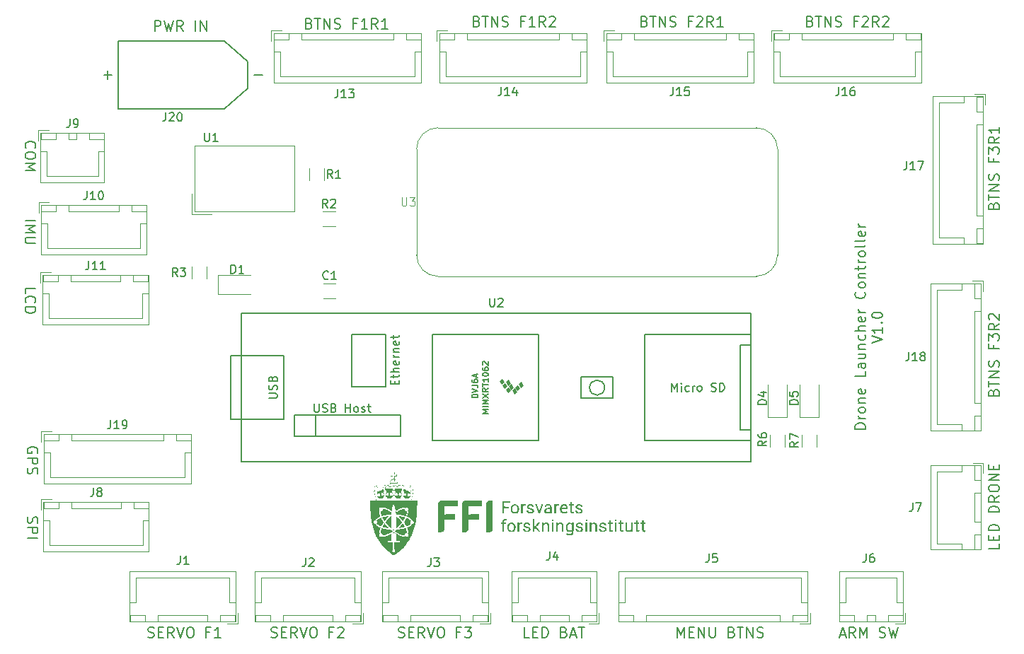
<source format=gbr>
%TF.GenerationSoftware,KiCad,Pcbnew,7.0.5-7.0.5~ubuntu20.04.1*%
%TF.CreationDate,2023-07-11T16:02:30+02:00*%
%TF.ProjectId,drone_launcher,64726f6e-655f-46c6-9175-6e636865722e,V1.0*%
%TF.SameCoordinates,Original*%
%TF.FileFunction,Legend,Top*%
%TF.FilePolarity,Positive*%
%FSLAX46Y46*%
G04 Gerber Fmt 4.6, Leading zero omitted, Abs format (unit mm)*
G04 Created by KiCad (PCBNEW 7.0.5-7.0.5~ubuntu20.04.1) date 2023-07-11 16:02:30*
%MOMM*%
%LPD*%
G01*
G04 APERTURE LIST*
%ADD10C,0.200000*%
%ADD11C,0.150000*%
%ADD12C,0.100000*%
%ADD13C,0.120000*%
%ADD14C,0.127000*%
G04 APERTURE END LIST*
D10*
X91468423Y-75311482D02*
X91408900Y-75251958D01*
X91408900Y-75251958D02*
X91349376Y-75073387D01*
X91349376Y-75073387D02*
X91349376Y-74954339D01*
X91349376Y-74954339D02*
X91408900Y-74775768D01*
X91408900Y-74775768D02*
X91527947Y-74656720D01*
X91527947Y-74656720D02*
X91646995Y-74597197D01*
X91646995Y-74597197D02*
X91885090Y-74537673D01*
X91885090Y-74537673D02*
X92063661Y-74537673D01*
X92063661Y-74537673D02*
X92301757Y-74597197D01*
X92301757Y-74597197D02*
X92420804Y-74656720D01*
X92420804Y-74656720D02*
X92539852Y-74775768D01*
X92539852Y-74775768D02*
X92599376Y-74954339D01*
X92599376Y-74954339D02*
X92599376Y-75073387D01*
X92599376Y-75073387D02*
X92539852Y-75251958D01*
X92539852Y-75251958D02*
X92480328Y-75311482D01*
X92599376Y-76085292D02*
X92599376Y-76323387D01*
X92599376Y-76323387D02*
X92539852Y-76442435D01*
X92539852Y-76442435D02*
X92420804Y-76561482D01*
X92420804Y-76561482D02*
X92182709Y-76621006D01*
X92182709Y-76621006D02*
X91766042Y-76621006D01*
X91766042Y-76621006D02*
X91527947Y-76561482D01*
X91527947Y-76561482D02*
X91408900Y-76442435D01*
X91408900Y-76442435D02*
X91349376Y-76323387D01*
X91349376Y-76323387D02*
X91349376Y-76085292D01*
X91349376Y-76085292D02*
X91408900Y-75966244D01*
X91408900Y-75966244D02*
X91527947Y-75847197D01*
X91527947Y-75847197D02*
X91766042Y-75787673D01*
X91766042Y-75787673D02*
X92182709Y-75787673D01*
X92182709Y-75787673D02*
X92420804Y-75847197D01*
X92420804Y-75847197D02*
X92539852Y-75966244D01*
X92539852Y-75966244D02*
X92599376Y-76085292D01*
X91349376Y-77156721D02*
X92599376Y-77156721D01*
X92599376Y-77156721D02*
X91706519Y-77573387D01*
X91706519Y-77573387D02*
X92599376Y-77990054D01*
X92599376Y-77990054D02*
X91349376Y-77990054D01*
X120765673Y-133889100D02*
X120944244Y-133948623D01*
X120944244Y-133948623D02*
X121241863Y-133948623D01*
X121241863Y-133948623D02*
X121360911Y-133889100D01*
X121360911Y-133889100D02*
X121420435Y-133829576D01*
X121420435Y-133829576D02*
X121479958Y-133710528D01*
X121479958Y-133710528D02*
X121479958Y-133591480D01*
X121479958Y-133591480D02*
X121420435Y-133472433D01*
X121420435Y-133472433D02*
X121360911Y-133412909D01*
X121360911Y-133412909D02*
X121241863Y-133353385D01*
X121241863Y-133353385D02*
X121003768Y-133293861D01*
X121003768Y-133293861D02*
X120884720Y-133234338D01*
X120884720Y-133234338D02*
X120825197Y-133174814D01*
X120825197Y-133174814D02*
X120765673Y-133055766D01*
X120765673Y-133055766D02*
X120765673Y-132936719D01*
X120765673Y-132936719D02*
X120825197Y-132817671D01*
X120825197Y-132817671D02*
X120884720Y-132758147D01*
X120884720Y-132758147D02*
X121003768Y-132698623D01*
X121003768Y-132698623D02*
X121301387Y-132698623D01*
X121301387Y-132698623D02*
X121479958Y-132758147D01*
X122015673Y-133293861D02*
X122432339Y-133293861D01*
X122610911Y-133948623D02*
X122015673Y-133948623D01*
X122015673Y-133948623D02*
X122015673Y-132698623D01*
X122015673Y-132698623D02*
X122610911Y-132698623D01*
X123860910Y-133948623D02*
X123444244Y-133353385D01*
X123146625Y-133948623D02*
X123146625Y-132698623D01*
X123146625Y-132698623D02*
X123622815Y-132698623D01*
X123622815Y-132698623D02*
X123741863Y-132758147D01*
X123741863Y-132758147D02*
X123801386Y-132817671D01*
X123801386Y-132817671D02*
X123860910Y-132936719D01*
X123860910Y-132936719D02*
X123860910Y-133115290D01*
X123860910Y-133115290D02*
X123801386Y-133234338D01*
X123801386Y-133234338D02*
X123741863Y-133293861D01*
X123741863Y-133293861D02*
X123622815Y-133353385D01*
X123622815Y-133353385D02*
X123146625Y-133353385D01*
X124218053Y-132698623D02*
X124634720Y-133948623D01*
X124634720Y-133948623D02*
X125051386Y-132698623D01*
X125706149Y-132698623D02*
X125944244Y-132698623D01*
X125944244Y-132698623D02*
X126063292Y-132758147D01*
X126063292Y-132758147D02*
X126182339Y-132877195D01*
X126182339Y-132877195D02*
X126241863Y-133115290D01*
X126241863Y-133115290D02*
X126241863Y-133531957D01*
X126241863Y-133531957D02*
X126182339Y-133770052D01*
X126182339Y-133770052D02*
X126063292Y-133889100D01*
X126063292Y-133889100D02*
X125944244Y-133948623D01*
X125944244Y-133948623D02*
X125706149Y-133948623D01*
X125706149Y-133948623D02*
X125587101Y-133889100D01*
X125587101Y-133889100D02*
X125468054Y-133770052D01*
X125468054Y-133770052D02*
X125408530Y-133531957D01*
X125408530Y-133531957D02*
X125408530Y-133115290D01*
X125408530Y-133115290D02*
X125468054Y-132877195D01*
X125468054Y-132877195D02*
X125587101Y-132758147D01*
X125587101Y-132758147D02*
X125706149Y-132698623D01*
X128146625Y-133293861D02*
X127729959Y-133293861D01*
X127729959Y-133948623D02*
X127729959Y-132698623D01*
X127729959Y-132698623D02*
X128325197Y-132698623D01*
X128741864Y-132817671D02*
X128801388Y-132758147D01*
X128801388Y-132758147D02*
X128920435Y-132698623D01*
X128920435Y-132698623D02*
X129218054Y-132698623D01*
X129218054Y-132698623D02*
X129337102Y-132758147D01*
X129337102Y-132758147D02*
X129396626Y-132817671D01*
X129396626Y-132817671D02*
X129456149Y-132936719D01*
X129456149Y-132936719D02*
X129456149Y-133055766D01*
X129456149Y-133055766D02*
X129396626Y-133234338D01*
X129396626Y-133234338D02*
X128682340Y-133948623D01*
X128682340Y-133948623D02*
X129456149Y-133948623D01*
X151646435Y-133948623D02*
X151051197Y-133948623D01*
X151051197Y-133948623D02*
X151051197Y-132698623D01*
X152063102Y-133293861D02*
X152479768Y-133293861D01*
X152658340Y-133948623D02*
X152063102Y-133948623D01*
X152063102Y-133948623D02*
X152063102Y-132698623D01*
X152063102Y-132698623D02*
X152658340Y-132698623D01*
X153194054Y-133948623D02*
X153194054Y-132698623D01*
X153194054Y-132698623D02*
X153491673Y-132698623D01*
X153491673Y-132698623D02*
X153670244Y-132758147D01*
X153670244Y-132758147D02*
X153789292Y-132877195D01*
X153789292Y-132877195D02*
X153848815Y-132996242D01*
X153848815Y-132996242D02*
X153908339Y-133234338D01*
X153908339Y-133234338D02*
X153908339Y-133412909D01*
X153908339Y-133412909D02*
X153848815Y-133651004D01*
X153848815Y-133651004D02*
X153789292Y-133770052D01*
X153789292Y-133770052D02*
X153670244Y-133889100D01*
X153670244Y-133889100D02*
X153491673Y-133948623D01*
X153491673Y-133948623D02*
X153194054Y-133948623D01*
X155813101Y-133293861D02*
X155991673Y-133353385D01*
X155991673Y-133353385D02*
X156051196Y-133412909D01*
X156051196Y-133412909D02*
X156110720Y-133531957D01*
X156110720Y-133531957D02*
X156110720Y-133710528D01*
X156110720Y-133710528D02*
X156051196Y-133829576D01*
X156051196Y-133829576D02*
X155991673Y-133889100D01*
X155991673Y-133889100D02*
X155872625Y-133948623D01*
X155872625Y-133948623D02*
X155396435Y-133948623D01*
X155396435Y-133948623D02*
X155396435Y-132698623D01*
X155396435Y-132698623D02*
X155813101Y-132698623D01*
X155813101Y-132698623D02*
X155932149Y-132758147D01*
X155932149Y-132758147D02*
X155991673Y-132817671D01*
X155991673Y-132817671D02*
X156051196Y-132936719D01*
X156051196Y-132936719D02*
X156051196Y-133055766D01*
X156051196Y-133055766D02*
X155991673Y-133174814D01*
X155991673Y-133174814D02*
X155932149Y-133234338D01*
X155932149Y-133234338D02*
X155813101Y-133293861D01*
X155813101Y-133293861D02*
X155396435Y-133293861D01*
X156586911Y-133591480D02*
X157182149Y-133591480D01*
X156467863Y-133948623D02*
X156884530Y-132698623D01*
X156884530Y-132698623D02*
X157301196Y-133948623D01*
X157539292Y-132698623D02*
X158253578Y-132698623D01*
X157896435Y-133948623D02*
X157896435Y-132698623D01*
X169339197Y-133948623D02*
X169339197Y-132698623D01*
X169339197Y-132698623D02*
X169755863Y-133591480D01*
X169755863Y-133591480D02*
X170172530Y-132698623D01*
X170172530Y-132698623D02*
X170172530Y-133948623D01*
X170767768Y-133293861D02*
X171184434Y-133293861D01*
X171363006Y-133948623D02*
X170767768Y-133948623D01*
X170767768Y-133948623D02*
X170767768Y-132698623D01*
X170767768Y-132698623D02*
X171363006Y-132698623D01*
X171898720Y-133948623D02*
X171898720Y-132698623D01*
X171898720Y-132698623D02*
X172613005Y-133948623D01*
X172613005Y-133948623D02*
X172613005Y-132698623D01*
X173208244Y-132698623D02*
X173208244Y-133710528D01*
X173208244Y-133710528D02*
X173267767Y-133829576D01*
X173267767Y-133829576D02*
X173327291Y-133889100D01*
X173327291Y-133889100D02*
X173446339Y-133948623D01*
X173446339Y-133948623D02*
X173684434Y-133948623D01*
X173684434Y-133948623D02*
X173803482Y-133889100D01*
X173803482Y-133889100D02*
X173863005Y-133829576D01*
X173863005Y-133829576D02*
X173922529Y-133710528D01*
X173922529Y-133710528D02*
X173922529Y-132698623D01*
X175886815Y-133293861D02*
X176065387Y-133353385D01*
X176065387Y-133353385D02*
X176124910Y-133412909D01*
X176124910Y-133412909D02*
X176184434Y-133531957D01*
X176184434Y-133531957D02*
X176184434Y-133710528D01*
X176184434Y-133710528D02*
X176124910Y-133829576D01*
X176124910Y-133829576D02*
X176065387Y-133889100D01*
X176065387Y-133889100D02*
X175946339Y-133948623D01*
X175946339Y-133948623D02*
X175470149Y-133948623D01*
X175470149Y-133948623D02*
X175470149Y-132698623D01*
X175470149Y-132698623D02*
X175886815Y-132698623D01*
X175886815Y-132698623D02*
X176005863Y-132758147D01*
X176005863Y-132758147D02*
X176065387Y-132817671D01*
X176065387Y-132817671D02*
X176124910Y-132936719D01*
X176124910Y-132936719D02*
X176124910Y-133055766D01*
X176124910Y-133055766D02*
X176065387Y-133174814D01*
X176065387Y-133174814D02*
X176005863Y-133234338D01*
X176005863Y-133234338D02*
X175886815Y-133293861D01*
X175886815Y-133293861D02*
X175470149Y-133293861D01*
X176541577Y-132698623D02*
X177255863Y-132698623D01*
X176898720Y-133948623D02*
X176898720Y-132698623D01*
X177672530Y-133948623D02*
X177672530Y-132698623D01*
X177672530Y-132698623D02*
X178386815Y-133948623D01*
X178386815Y-133948623D02*
X178386815Y-132698623D01*
X178922530Y-133889100D02*
X179101101Y-133948623D01*
X179101101Y-133948623D02*
X179398720Y-133948623D01*
X179398720Y-133948623D02*
X179517768Y-133889100D01*
X179517768Y-133889100D02*
X179577292Y-133829576D01*
X179577292Y-133829576D02*
X179636815Y-133710528D01*
X179636815Y-133710528D02*
X179636815Y-133591480D01*
X179636815Y-133591480D02*
X179577292Y-133472433D01*
X179577292Y-133472433D02*
X179517768Y-133412909D01*
X179517768Y-133412909D02*
X179398720Y-133353385D01*
X179398720Y-133353385D02*
X179160625Y-133293861D01*
X179160625Y-133293861D02*
X179041577Y-133234338D01*
X179041577Y-133234338D02*
X178982054Y-133174814D01*
X178982054Y-133174814D02*
X178922530Y-133055766D01*
X178922530Y-133055766D02*
X178922530Y-132936719D01*
X178922530Y-132936719D02*
X178982054Y-132817671D01*
X178982054Y-132817671D02*
X179041577Y-132758147D01*
X179041577Y-132758147D02*
X179160625Y-132698623D01*
X179160625Y-132698623D02*
X179458244Y-132698623D01*
X179458244Y-132698623D02*
X179636815Y-132758147D01*
X106855197Y-61304623D02*
X106855197Y-60054623D01*
X106855197Y-60054623D02*
X107331387Y-60054623D01*
X107331387Y-60054623D02*
X107450435Y-60114147D01*
X107450435Y-60114147D02*
X107509958Y-60173671D01*
X107509958Y-60173671D02*
X107569482Y-60292719D01*
X107569482Y-60292719D02*
X107569482Y-60471290D01*
X107569482Y-60471290D02*
X107509958Y-60590338D01*
X107509958Y-60590338D02*
X107450435Y-60649861D01*
X107450435Y-60649861D02*
X107331387Y-60709385D01*
X107331387Y-60709385D02*
X106855197Y-60709385D01*
X107986149Y-60054623D02*
X108283768Y-61304623D01*
X108283768Y-61304623D02*
X108521863Y-60411766D01*
X108521863Y-60411766D02*
X108759958Y-61304623D01*
X108759958Y-61304623D02*
X109057578Y-60054623D01*
X110248053Y-61304623D02*
X109831387Y-60709385D01*
X109533768Y-61304623D02*
X109533768Y-60054623D01*
X109533768Y-60054623D02*
X110009958Y-60054623D01*
X110009958Y-60054623D02*
X110129006Y-60114147D01*
X110129006Y-60114147D02*
X110188529Y-60173671D01*
X110188529Y-60173671D02*
X110248053Y-60292719D01*
X110248053Y-60292719D02*
X110248053Y-60471290D01*
X110248053Y-60471290D02*
X110188529Y-60590338D01*
X110188529Y-60590338D02*
X110129006Y-60649861D01*
X110129006Y-60649861D02*
X110009958Y-60709385D01*
X110009958Y-60709385D02*
X109533768Y-60709385D01*
X111736149Y-61304623D02*
X111736149Y-60054623D01*
X112331387Y-61304623D02*
X112331387Y-60054623D01*
X112331387Y-60054623D02*
X113045672Y-61304623D01*
X113045672Y-61304623D02*
X113045672Y-60054623D01*
X207207861Y-82212136D02*
X207267385Y-82033564D01*
X207267385Y-82033564D02*
X207326909Y-81974041D01*
X207326909Y-81974041D02*
X207445957Y-81914517D01*
X207445957Y-81914517D02*
X207624528Y-81914517D01*
X207624528Y-81914517D02*
X207743576Y-81974041D01*
X207743576Y-81974041D02*
X207803100Y-82033564D01*
X207803100Y-82033564D02*
X207862623Y-82152612D01*
X207862623Y-82152612D02*
X207862623Y-82628802D01*
X207862623Y-82628802D02*
X206612623Y-82628802D01*
X206612623Y-82628802D02*
X206612623Y-82212136D01*
X206612623Y-82212136D02*
X206672147Y-82093088D01*
X206672147Y-82093088D02*
X206731671Y-82033564D01*
X206731671Y-82033564D02*
X206850719Y-81974041D01*
X206850719Y-81974041D02*
X206969766Y-81974041D01*
X206969766Y-81974041D02*
X207088814Y-82033564D01*
X207088814Y-82033564D02*
X207148338Y-82093088D01*
X207148338Y-82093088D02*
X207207861Y-82212136D01*
X207207861Y-82212136D02*
X207207861Y-82628802D01*
X206612623Y-81557374D02*
X206612623Y-80843088D01*
X207862623Y-81200231D02*
X206612623Y-81200231D01*
X207862623Y-80426421D02*
X206612623Y-80426421D01*
X206612623Y-80426421D02*
X207862623Y-79712136D01*
X207862623Y-79712136D02*
X206612623Y-79712136D01*
X207803100Y-79176421D02*
X207862623Y-78997850D01*
X207862623Y-78997850D02*
X207862623Y-78700231D01*
X207862623Y-78700231D02*
X207803100Y-78581183D01*
X207803100Y-78581183D02*
X207743576Y-78521659D01*
X207743576Y-78521659D02*
X207624528Y-78462136D01*
X207624528Y-78462136D02*
X207505480Y-78462136D01*
X207505480Y-78462136D02*
X207386433Y-78521659D01*
X207386433Y-78521659D02*
X207326909Y-78581183D01*
X207326909Y-78581183D02*
X207267385Y-78700231D01*
X207267385Y-78700231D02*
X207207861Y-78938326D01*
X207207861Y-78938326D02*
X207148338Y-79057374D01*
X207148338Y-79057374D02*
X207088814Y-79116897D01*
X207088814Y-79116897D02*
X206969766Y-79176421D01*
X206969766Y-79176421D02*
X206850719Y-79176421D01*
X206850719Y-79176421D02*
X206731671Y-79116897D01*
X206731671Y-79116897D02*
X206672147Y-79057374D01*
X206672147Y-79057374D02*
X206612623Y-78938326D01*
X206612623Y-78938326D02*
X206612623Y-78640707D01*
X206612623Y-78640707D02*
X206672147Y-78462136D01*
X207207861Y-76557374D02*
X207207861Y-76974040D01*
X207862623Y-76974040D02*
X206612623Y-76974040D01*
X206612623Y-76974040D02*
X206612623Y-76378802D01*
X206612623Y-76021659D02*
X206612623Y-75247850D01*
X206612623Y-75247850D02*
X207088814Y-75664516D01*
X207088814Y-75664516D02*
X207088814Y-75485945D01*
X207088814Y-75485945D02*
X207148338Y-75366897D01*
X207148338Y-75366897D02*
X207207861Y-75307373D01*
X207207861Y-75307373D02*
X207326909Y-75247850D01*
X207326909Y-75247850D02*
X207624528Y-75247850D01*
X207624528Y-75247850D02*
X207743576Y-75307373D01*
X207743576Y-75307373D02*
X207803100Y-75366897D01*
X207803100Y-75366897D02*
X207862623Y-75485945D01*
X207862623Y-75485945D02*
X207862623Y-75843088D01*
X207862623Y-75843088D02*
X207803100Y-75962135D01*
X207803100Y-75962135D02*
X207743576Y-76021659D01*
X207862623Y-73997850D02*
X207267385Y-74414516D01*
X207862623Y-74712135D02*
X206612623Y-74712135D01*
X206612623Y-74712135D02*
X206612623Y-74235945D01*
X206612623Y-74235945D02*
X206672147Y-74116897D01*
X206672147Y-74116897D02*
X206731671Y-74057374D01*
X206731671Y-74057374D02*
X206850719Y-73997850D01*
X206850719Y-73997850D02*
X207029290Y-73997850D01*
X207029290Y-73997850D02*
X207148338Y-74057374D01*
X207148338Y-74057374D02*
X207207861Y-74116897D01*
X207207861Y-74116897D02*
X207267385Y-74235945D01*
X207267385Y-74235945D02*
X207267385Y-74712135D01*
X207862623Y-72807374D02*
X207862623Y-73521659D01*
X207862623Y-73164516D02*
X206612623Y-73164516D01*
X206612623Y-73164516D02*
X206791195Y-73283564D01*
X206791195Y-73283564D02*
X206910242Y-73402612D01*
X206910242Y-73402612D02*
X206969766Y-73521659D01*
X207862623Y-122673564D02*
X207862623Y-123268802D01*
X207862623Y-123268802D02*
X206612623Y-123268802D01*
X207207861Y-122256897D02*
X207207861Y-121840231D01*
X207862623Y-121661659D02*
X207862623Y-122256897D01*
X207862623Y-122256897D02*
X206612623Y-122256897D01*
X206612623Y-122256897D02*
X206612623Y-121661659D01*
X207862623Y-121125945D02*
X206612623Y-121125945D01*
X206612623Y-121125945D02*
X206612623Y-120828326D01*
X206612623Y-120828326D02*
X206672147Y-120649755D01*
X206672147Y-120649755D02*
X206791195Y-120530707D01*
X206791195Y-120530707D02*
X206910242Y-120471184D01*
X206910242Y-120471184D02*
X207148338Y-120411660D01*
X207148338Y-120411660D02*
X207326909Y-120411660D01*
X207326909Y-120411660D02*
X207565004Y-120471184D01*
X207565004Y-120471184D02*
X207684052Y-120530707D01*
X207684052Y-120530707D02*
X207803100Y-120649755D01*
X207803100Y-120649755D02*
X207862623Y-120828326D01*
X207862623Y-120828326D02*
X207862623Y-121125945D01*
X207862623Y-118923564D02*
X206612623Y-118923564D01*
X206612623Y-118923564D02*
X206612623Y-118625945D01*
X206612623Y-118625945D02*
X206672147Y-118447374D01*
X206672147Y-118447374D02*
X206791195Y-118328326D01*
X206791195Y-118328326D02*
X206910242Y-118268803D01*
X206910242Y-118268803D02*
X207148338Y-118209279D01*
X207148338Y-118209279D02*
X207326909Y-118209279D01*
X207326909Y-118209279D02*
X207565004Y-118268803D01*
X207565004Y-118268803D02*
X207684052Y-118328326D01*
X207684052Y-118328326D02*
X207803100Y-118447374D01*
X207803100Y-118447374D02*
X207862623Y-118625945D01*
X207862623Y-118625945D02*
X207862623Y-118923564D01*
X207862623Y-116959279D02*
X207267385Y-117375945D01*
X207862623Y-117673564D02*
X206612623Y-117673564D01*
X206612623Y-117673564D02*
X206612623Y-117197374D01*
X206612623Y-117197374D02*
X206672147Y-117078326D01*
X206672147Y-117078326D02*
X206731671Y-117018803D01*
X206731671Y-117018803D02*
X206850719Y-116959279D01*
X206850719Y-116959279D02*
X207029290Y-116959279D01*
X207029290Y-116959279D02*
X207148338Y-117018803D01*
X207148338Y-117018803D02*
X207207861Y-117078326D01*
X207207861Y-117078326D02*
X207267385Y-117197374D01*
X207267385Y-117197374D02*
X207267385Y-117673564D01*
X206612623Y-116185469D02*
X206612623Y-115947374D01*
X206612623Y-115947374D02*
X206672147Y-115828326D01*
X206672147Y-115828326D02*
X206791195Y-115709279D01*
X206791195Y-115709279D02*
X207029290Y-115649755D01*
X207029290Y-115649755D02*
X207445957Y-115649755D01*
X207445957Y-115649755D02*
X207684052Y-115709279D01*
X207684052Y-115709279D02*
X207803100Y-115828326D01*
X207803100Y-115828326D02*
X207862623Y-115947374D01*
X207862623Y-115947374D02*
X207862623Y-116185469D01*
X207862623Y-116185469D02*
X207803100Y-116304517D01*
X207803100Y-116304517D02*
X207684052Y-116423564D01*
X207684052Y-116423564D02*
X207445957Y-116483088D01*
X207445957Y-116483088D02*
X207029290Y-116483088D01*
X207029290Y-116483088D02*
X206791195Y-116423564D01*
X206791195Y-116423564D02*
X206672147Y-116304517D01*
X206672147Y-116304517D02*
X206612623Y-116185469D01*
X207862623Y-115114040D02*
X206612623Y-115114040D01*
X206612623Y-115114040D02*
X207862623Y-114399755D01*
X207862623Y-114399755D02*
X206612623Y-114399755D01*
X207207861Y-113804516D02*
X207207861Y-113387850D01*
X207862623Y-113209278D02*
X207862623Y-113804516D01*
X207862623Y-113804516D02*
X206612623Y-113804516D01*
X206612623Y-113804516D02*
X206612623Y-113209278D01*
X145371863Y-60141861D02*
X145550435Y-60201385D01*
X145550435Y-60201385D02*
X145609958Y-60260909D01*
X145609958Y-60260909D02*
X145669482Y-60379957D01*
X145669482Y-60379957D02*
X145669482Y-60558528D01*
X145669482Y-60558528D02*
X145609958Y-60677576D01*
X145609958Y-60677576D02*
X145550435Y-60737100D01*
X145550435Y-60737100D02*
X145431387Y-60796623D01*
X145431387Y-60796623D02*
X144955197Y-60796623D01*
X144955197Y-60796623D02*
X144955197Y-59546623D01*
X144955197Y-59546623D02*
X145371863Y-59546623D01*
X145371863Y-59546623D02*
X145490911Y-59606147D01*
X145490911Y-59606147D02*
X145550435Y-59665671D01*
X145550435Y-59665671D02*
X145609958Y-59784719D01*
X145609958Y-59784719D02*
X145609958Y-59903766D01*
X145609958Y-59903766D02*
X145550435Y-60022814D01*
X145550435Y-60022814D02*
X145490911Y-60082338D01*
X145490911Y-60082338D02*
X145371863Y-60141861D01*
X145371863Y-60141861D02*
X144955197Y-60141861D01*
X146026625Y-59546623D02*
X146740911Y-59546623D01*
X146383768Y-60796623D02*
X146383768Y-59546623D01*
X147157578Y-60796623D02*
X147157578Y-59546623D01*
X147157578Y-59546623D02*
X147871863Y-60796623D01*
X147871863Y-60796623D02*
X147871863Y-59546623D01*
X148407578Y-60737100D02*
X148586149Y-60796623D01*
X148586149Y-60796623D02*
X148883768Y-60796623D01*
X148883768Y-60796623D02*
X149002816Y-60737100D01*
X149002816Y-60737100D02*
X149062340Y-60677576D01*
X149062340Y-60677576D02*
X149121863Y-60558528D01*
X149121863Y-60558528D02*
X149121863Y-60439480D01*
X149121863Y-60439480D02*
X149062340Y-60320433D01*
X149062340Y-60320433D02*
X149002816Y-60260909D01*
X149002816Y-60260909D02*
X148883768Y-60201385D01*
X148883768Y-60201385D02*
X148645673Y-60141861D01*
X148645673Y-60141861D02*
X148526625Y-60082338D01*
X148526625Y-60082338D02*
X148467102Y-60022814D01*
X148467102Y-60022814D02*
X148407578Y-59903766D01*
X148407578Y-59903766D02*
X148407578Y-59784719D01*
X148407578Y-59784719D02*
X148467102Y-59665671D01*
X148467102Y-59665671D02*
X148526625Y-59606147D01*
X148526625Y-59606147D02*
X148645673Y-59546623D01*
X148645673Y-59546623D02*
X148943292Y-59546623D01*
X148943292Y-59546623D02*
X149121863Y-59606147D01*
X151026625Y-60141861D02*
X150609959Y-60141861D01*
X150609959Y-60796623D02*
X150609959Y-59546623D01*
X150609959Y-59546623D02*
X151205197Y-59546623D01*
X152336149Y-60796623D02*
X151621864Y-60796623D01*
X151979007Y-60796623D02*
X151979007Y-59546623D01*
X151979007Y-59546623D02*
X151859959Y-59725195D01*
X151859959Y-59725195D02*
X151740911Y-59844242D01*
X151740911Y-59844242D02*
X151621864Y-59903766D01*
X153586149Y-60796623D02*
X153169483Y-60201385D01*
X152871864Y-60796623D02*
X152871864Y-59546623D01*
X152871864Y-59546623D02*
X153348054Y-59546623D01*
X153348054Y-59546623D02*
X153467102Y-59606147D01*
X153467102Y-59606147D02*
X153526625Y-59665671D01*
X153526625Y-59665671D02*
X153586149Y-59784719D01*
X153586149Y-59784719D02*
X153586149Y-59963290D01*
X153586149Y-59963290D02*
X153526625Y-60082338D01*
X153526625Y-60082338D02*
X153467102Y-60141861D01*
X153467102Y-60141861D02*
X153348054Y-60201385D01*
X153348054Y-60201385D02*
X152871864Y-60201385D01*
X154062340Y-59665671D02*
X154121864Y-59606147D01*
X154121864Y-59606147D02*
X154240911Y-59546623D01*
X154240911Y-59546623D02*
X154538530Y-59546623D01*
X154538530Y-59546623D02*
X154657578Y-59606147D01*
X154657578Y-59606147D02*
X154717102Y-59665671D01*
X154717102Y-59665671D02*
X154776625Y-59784719D01*
X154776625Y-59784719D02*
X154776625Y-59903766D01*
X154776625Y-59903766D02*
X154717102Y-60082338D01*
X154717102Y-60082338D02*
X154002816Y-60796623D01*
X154002816Y-60796623D02*
X154776625Y-60796623D01*
X125305863Y-60395861D02*
X125484435Y-60455385D01*
X125484435Y-60455385D02*
X125543958Y-60514909D01*
X125543958Y-60514909D02*
X125603482Y-60633957D01*
X125603482Y-60633957D02*
X125603482Y-60812528D01*
X125603482Y-60812528D02*
X125543958Y-60931576D01*
X125543958Y-60931576D02*
X125484435Y-60991100D01*
X125484435Y-60991100D02*
X125365387Y-61050623D01*
X125365387Y-61050623D02*
X124889197Y-61050623D01*
X124889197Y-61050623D02*
X124889197Y-59800623D01*
X124889197Y-59800623D02*
X125305863Y-59800623D01*
X125305863Y-59800623D02*
X125424911Y-59860147D01*
X125424911Y-59860147D02*
X125484435Y-59919671D01*
X125484435Y-59919671D02*
X125543958Y-60038719D01*
X125543958Y-60038719D02*
X125543958Y-60157766D01*
X125543958Y-60157766D02*
X125484435Y-60276814D01*
X125484435Y-60276814D02*
X125424911Y-60336338D01*
X125424911Y-60336338D02*
X125305863Y-60395861D01*
X125305863Y-60395861D02*
X124889197Y-60395861D01*
X125960625Y-59800623D02*
X126674911Y-59800623D01*
X126317768Y-61050623D02*
X126317768Y-59800623D01*
X127091578Y-61050623D02*
X127091578Y-59800623D01*
X127091578Y-59800623D02*
X127805863Y-61050623D01*
X127805863Y-61050623D02*
X127805863Y-59800623D01*
X128341578Y-60991100D02*
X128520149Y-61050623D01*
X128520149Y-61050623D02*
X128817768Y-61050623D01*
X128817768Y-61050623D02*
X128936816Y-60991100D01*
X128936816Y-60991100D02*
X128996340Y-60931576D01*
X128996340Y-60931576D02*
X129055863Y-60812528D01*
X129055863Y-60812528D02*
X129055863Y-60693480D01*
X129055863Y-60693480D02*
X128996340Y-60574433D01*
X128996340Y-60574433D02*
X128936816Y-60514909D01*
X128936816Y-60514909D02*
X128817768Y-60455385D01*
X128817768Y-60455385D02*
X128579673Y-60395861D01*
X128579673Y-60395861D02*
X128460625Y-60336338D01*
X128460625Y-60336338D02*
X128401102Y-60276814D01*
X128401102Y-60276814D02*
X128341578Y-60157766D01*
X128341578Y-60157766D02*
X128341578Y-60038719D01*
X128341578Y-60038719D02*
X128401102Y-59919671D01*
X128401102Y-59919671D02*
X128460625Y-59860147D01*
X128460625Y-59860147D02*
X128579673Y-59800623D01*
X128579673Y-59800623D02*
X128877292Y-59800623D01*
X128877292Y-59800623D02*
X129055863Y-59860147D01*
X130960625Y-60395861D02*
X130543959Y-60395861D01*
X130543959Y-61050623D02*
X130543959Y-59800623D01*
X130543959Y-59800623D02*
X131139197Y-59800623D01*
X132270149Y-61050623D02*
X131555864Y-61050623D01*
X131913007Y-61050623D02*
X131913007Y-59800623D01*
X131913007Y-59800623D02*
X131793959Y-59979195D01*
X131793959Y-59979195D02*
X131674911Y-60098242D01*
X131674911Y-60098242D02*
X131555864Y-60157766D01*
X133520149Y-61050623D02*
X133103483Y-60455385D01*
X132805864Y-61050623D02*
X132805864Y-59800623D01*
X132805864Y-59800623D02*
X133282054Y-59800623D01*
X133282054Y-59800623D02*
X133401102Y-59860147D01*
X133401102Y-59860147D02*
X133460625Y-59919671D01*
X133460625Y-59919671D02*
X133520149Y-60038719D01*
X133520149Y-60038719D02*
X133520149Y-60217290D01*
X133520149Y-60217290D02*
X133460625Y-60336338D01*
X133460625Y-60336338D02*
X133401102Y-60395861D01*
X133401102Y-60395861D02*
X133282054Y-60455385D01*
X133282054Y-60455385D02*
X132805864Y-60455385D01*
X134710625Y-61050623D02*
X133996340Y-61050623D01*
X134353483Y-61050623D02*
X134353483Y-59800623D01*
X134353483Y-59800623D02*
X134234435Y-59979195D01*
X134234435Y-59979195D02*
X134115387Y-60098242D01*
X134115387Y-60098242D02*
X133996340Y-60157766D01*
X185249863Y-60141861D02*
X185428435Y-60201385D01*
X185428435Y-60201385D02*
X185487958Y-60260909D01*
X185487958Y-60260909D02*
X185547482Y-60379957D01*
X185547482Y-60379957D02*
X185547482Y-60558528D01*
X185547482Y-60558528D02*
X185487958Y-60677576D01*
X185487958Y-60677576D02*
X185428435Y-60737100D01*
X185428435Y-60737100D02*
X185309387Y-60796623D01*
X185309387Y-60796623D02*
X184833197Y-60796623D01*
X184833197Y-60796623D02*
X184833197Y-59546623D01*
X184833197Y-59546623D02*
X185249863Y-59546623D01*
X185249863Y-59546623D02*
X185368911Y-59606147D01*
X185368911Y-59606147D02*
X185428435Y-59665671D01*
X185428435Y-59665671D02*
X185487958Y-59784719D01*
X185487958Y-59784719D02*
X185487958Y-59903766D01*
X185487958Y-59903766D02*
X185428435Y-60022814D01*
X185428435Y-60022814D02*
X185368911Y-60082338D01*
X185368911Y-60082338D02*
X185249863Y-60141861D01*
X185249863Y-60141861D02*
X184833197Y-60141861D01*
X185904625Y-59546623D02*
X186618911Y-59546623D01*
X186261768Y-60796623D02*
X186261768Y-59546623D01*
X187035578Y-60796623D02*
X187035578Y-59546623D01*
X187035578Y-59546623D02*
X187749863Y-60796623D01*
X187749863Y-60796623D02*
X187749863Y-59546623D01*
X188285578Y-60737100D02*
X188464149Y-60796623D01*
X188464149Y-60796623D02*
X188761768Y-60796623D01*
X188761768Y-60796623D02*
X188880816Y-60737100D01*
X188880816Y-60737100D02*
X188940340Y-60677576D01*
X188940340Y-60677576D02*
X188999863Y-60558528D01*
X188999863Y-60558528D02*
X188999863Y-60439480D01*
X188999863Y-60439480D02*
X188940340Y-60320433D01*
X188940340Y-60320433D02*
X188880816Y-60260909D01*
X188880816Y-60260909D02*
X188761768Y-60201385D01*
X188761768Y-60201385D02*
X188523673Y-60141861D01*
X188523673Y-60141861D02*
X188404625Y-60082338D01*
X188404625Y-60082338D02*
X188345102Y-60022814D01*
X188345102Y-60022814D02*
X188285578Y-59903766D01*
X188285578Y-59903766D02*
X188285578Y-59784719D01*
X188285578Y-59784719D02*
X188345102Y-59665671D01*
X188345102Y-59665671D02*
X188404625Y-59606147D01*
X188404625Y-59606147D02*
X188523673Y-59546623D01*
X188523673Y-59546623D02*
X188821292Y-59546623D01*
X188821292Y-59546623D02*
X188999863Y-59606147D01*
X190904625Y-60141861D02*
X190487959Y-60141861D01*
X190487959Y-60796623D02*
X190487959Y-59546623D01*
X190487959Y-59546623D02*
X191083197Y-59546623D01*
X191499864Y-59665671D02*
X191559388Y-59606147D01*
X191559388Y-59606147D02*
X191678435Y-59546623D01*
X191678435Y-59546623D02*
X191976054Y-59546623D01*
X191976054Y-59546623D02*
X192095102Y-59606147D01*
X192095102Y-59606147D02*
X192154626Y-59665671D01*
X192154626Y-59665671D02*
X192214149Y-59784719D01*
X192214149Y-59784719D02*
X192214149Y-59903766D01*
X192214149Y-59903766D02*
X192154626Y-60082338D01*
X192154626Y-60082338D02*
X191440340Y-60796623D01*
X191440340Y-60796623D02*
X192214149Y-60796623D01*
X193464149Y-60796623D02*
X193047483Y-60201385D01*
X192749864Y-60796623D02*
X192749864Y-59546623D01*
X192749864Y-59546623D02*
X193226054Y-59546623D01*
X193226054Y-59546623D02*
X193345102Y-59606147D01*
X193345102Y-59606147D02*
X193404625Y-59665671D01*
X193404625Y-59665671D02*
X193464149Y-59784719D01*
X193464149Y-59784719D02*
X193464149Y-59963290D01*
X193464149Y-59963290D02*
X193404625Y-60082338D01*
X193404625Y-60082338D02*
X193345102Y-60141861D01*
X193345102Y-60141861D02*
X193226054Y-60201385D01*
X193226054Y-60201385D02*
X192749864Y-60201385D01*
X193940340Y-59665671D02*
X193999864Y-59606147D01*
X193999864Y-59606147D02*
X194118911Y-59546623D01*
X194118911Y-59546623D02*
X194416530Y-59546623D01*
X194416530Y-59546623D02*
X194535578Y-59606147D01*
X194535578Y-59606147D02*
X194595102Y-59665671D01*
X194595102Y-59665671D02*
X194654625Y-59784719D01*
X194654625Y-59784719D02*
X194654625Y-59903766D01*
X194654625Y-59903766D02*
X194595102Y-60082338D01*
X194595102Y-60082338D02*
X193880816Y-60796623D01*
X193880816Y-60796623D02*
X194654625Y-60796623D01*
X165437863Y-60141861D02*
X165616435Y-60201385D01*
X165616435Y-60201385D02*
X165675958Y-60260909D01*
X165675958Y-60260909D02*
X165735482Y-60379957D01*
X165735482Y-60379957D02*
X165735482Y-60558528D01*
X165735482Y-60558528D02*
X165675958Y-60677576D01*
X165675958Y-60677576D02*
X165616435Y-60737100D01*
X165616435Y-60737100D02*
X165497387Y-60796623D01*
X165497387Y-60796623D02*
X165021197Y-60796623D01*
X165021197Y-60796623D02*
X165021197Y-59546623D01*
X165021197Y-59546623D02*
X165437863Y-59546623D01*
X165437863Y-59546623D02*
X165556911Y-59606147D01*
X165556911Y-59606147D02*
X165616435Y-59665671D01*
X165616435Y-59665671D02*
X165675958Y-59784719D01*
X165675958Y-59784719D02*
X165675958Y-59903766D01*
X165675958Y-59903766D02*
X165616435Y-60022814D01*
X165616435Y-60022814D02*
X165556911Y-60082338D01*
X165556911Y-60082338D02*
X165437863Y-60141861D01*
X165437863Y-60141861D02*
X165021197Y-60141861D01*
X166092625Y-59546623D02*
X166806911Y-59546623D01*
X166449768Y-60796623D02*
X166449768Y-59546623D01*
X167223578Y-60796623D02*
X167223578Y-59546623D01*
X167223578Y-59546623D02*
X167937863Y-60796623D01*
X167937863Y-60796623D02*
X167937863Y-59546623D01*
X168473578Y-60737100D02*
X168652149Y-60796623D01*
X168652149Y-60796623D02*
X168949768Y-60796623D01*
X168949768Y-60796623D02*
X169068816Y-60737100D01*
X169068816Y-60737100D02*
X169128340Y-60677576D01*
X169128340Y-60677576D02*
X169187863Y-60558528D01*
X169187863Y-60558528D02*
X169187863Y-60439480D01*
X169187863Y-60439480D02*
X169128340Y-60320433D01*
X169128340Y-60320433D02*
X169068816Y-60260909D01*
X169068816Y-60260909D02*
X168949768Y-60201385D01*
X168949768Y-60201385D02*
X168711673Y-60141861D01*
X168711673Y-60141861D02*
X168592625Y-60082338D01*
X168592625Y-60082338D02*
X168533102Y-60022814D01*
X168533102Y-60022814D02*
X168473578Y-59903766D01*
X168473578Y-59903766D02*
X168473578Y-59784719D01*
X168473578Y-59784719D02*
X168533102Y-59665671D01*
X168533102Y-59665671D02*
X168592625Y-59606147D01*
X168592625Y-59606147D02*
X168711673Y-59546623D01*
X168711673Y-59546623D02*
X169009292Y-59546623D01*
X169009292Y-59546623D02*
X169187863Y-59606147D01*
X171092625Y-60141861D02*
X170675959Y-60141861D01*
X170675959Y-60796623D02*
X170675959Y-59546623D01*
X170675959Y-59546623D02*
X171271197Y-59546623D01*
X171687864Y-59665671D02*
X171747388Y-59606147D01*
X171747388Y-59606147D02*
X171866435Y-59546623D01*
X171866435Y-59546623D02*
X172164054Y-59546623D01*
X172164054Y-59546623D02*
X172283102Y-59606147D01*
X172283102Y-59606147D02*
X172342626Y-59665671D01*
X172342626Y-59665671D02*
X172402149Y-59784719D01*
X172402149Y-59784719D02*
X172402149Y-59903766D01*
X172402149Y-59903766D02*
X172342626Y-60082338D01*
X172342626Y-60082338D02*
X171628340Y-60796623D01*
X171628340Y-60796623D02*
X172402149Y-60796623D01*
X173652149Y-60796623D02*
X173235483Y-60201385D01*
X172937864Y-60796623D02*
X172937864Y-59546623D01*
X172937864Y-59546623D02*
X173414054Y-59546623D01*
X173414054Y-59546623D02*
X173533102Y-59606147D01*
X173533102Y-59606147D02*
X173592625Y-59665671D01*
X173592625Y-59665671D02*
X173652149Y-59784719D01*
X173652149Y-59784719D02*
X173652149Y-59963290D01*
X173652149Y-59963290D02*
X173592625Y-60082338D01*
X173592625Y-60082338D02*
X173533102Y-60141861D01*
X173533102Y-60141861D02*
X173414054Y-60201385D01*
X173414054Y-60201385D02*
X172937864Y-60201385D01*
X174842625Y-60796623D02*
X174128340Y-60796623D01*
X174485483Y-60796623D02*
X174485483Y-59546623D01*
X174485483Y-59546623D02*
X174366435Y-59725195D01*
X174366435Y-59725195D02*
X174247387Y-59844242D01*
X174247387Y-59844242D02*
X174128340Y-59903766D01*
X91662900Y-119495673D02*
X91603376Y-119674244D01*
X91603376Y-119674244D02*
X91603376Y-119971863D01*
X91603376Y-119971863D02*
X91662900Y-120090911D01*
X91662900Y-120090911D02*
X91722423Y-120150435D01*
X91722423Y-120150435D02*
X91841471Y-120209958D01*
X91841471Y-120209958D02*
X91960519Y-120209958D01*
X91960519Y-120209958D02*
X92079566Y-120150435D01*
X92079566Y-120150435D02*
X92139090Y-120090911D01*
X92139090Y-120090911D02*
X92198614Y-119971863D01*
X92198614Y-119971863D02*
X92258138Y-119733768D01*
X92258138Y-119733768D02*
X92317661Y-119614720D01*
X92317661Y-119614720D02*
X92377185Y-119555197D01*
X92377185Y-119555197D02*
X92496233Y-119495673D01*
X92496233Y-119495673D02*
X92615280Y-119495673D01*
X92615280Y-119495673D02*
X92734328Y-119555197D01*
X92734328Y-119555197D02*
X92793852Y-119614720D01*
X92793852Y-119614720D02*
X92853376Y-119733768D01*
X92853376Y-119733768D02*
X92853376Y-120031387D01*
X92853376Y-120031387D02*
X92793852Y-120209958D01*
X91603376Y-120745673D02*
X92853376Y-120745673D01*
X92853376Y-120745673D02*
X92853376Y-121221863D01*
X92853376Y-121221863D02*
X92793852Y-121340911D01*
X92793852Y-121340911D02*
X92734328Y-121400434D01*
X92734328Y-121400434D02*
X92615280Y-121459958D01*
X92615280Y-121459958D02*
X92436709Y-121459958D01*
X92436709Y-121459958D02*
X92317661Y-121400434D01*
X92317661Y-121400434D02*
X92258138Y-121340911D01*
X92258138Y-121340911D02*
X92198614Y-121221863D01*
X92198614Y-121221863D02*
X92198614Y-120745673D01*
X91603376Y-121995673D02*
X92853376Y-121995673D01*
X91349376Y-92718435D02*
X91349376Y-92123197D01*
X91349376Y-92123197D02*
X92599376Y-92123197D01*
X91468423Y-93849387D02*
X91408900Y-93789863D01*
X91408900Y-93789863D02*
X91349376Y-93611292D01*
X91349376Y-93611292D02*
X91349376Y-93492244D01*
X91349376Y-93492244D02*
X91408900Y-93313673D01*
X91408900Y-93313673D02*
X91527947Y-93194625D01*
X91527947Y-93194625D02*
X91646995Y-93135102D01*
X91646995Y-93135102D02*
X91885090Y-93075578D01*
X91885090Y-93075578D02*
X92063661Y-93075578D01*
X92063661Y-93075578D02*
X92301757Y-93135102D01*
X92301757Y-93135102D02*
X92420804Y-93194625D01*
X92420804Y-93194625D02*
X92539852Y-93313673D01*
X92539852Y-93313673D02*
X92599376Y-93492244D01*
X92599376Y-93492244D02*
X92599376Y-93611292D01*
X92599376Y-93611292D02*
X92539852Y-93789863D01*
X92539852Y-93789863D02*
X92480328Y-93849387D01*
X91349376Y-94385102D02*
X92599376Y-94385102D01*
X92599376Y-94385102D02*
X92599376Y-94682721D01*
X92599376Y-94682721D02*
X92539852Y-94861292D01*
X92539852Y-94861292D02*
X92420804Y-94980340D01*
X92420804Y-94980340D02*
X92301757Y-95039863D01*
X92301757Y-95039863D02*
X92063661Y-95099387D01*
X92063661Y-95099387D02*
X91885090Y-95099387D01*
X91885090Y-95099387D02*
X91646995Y-95039863D01*
X91646995Y-95039863D02*
X91527947Y-94980340D01*
X91527947Y-94980340D02*
X91408900Y-94861292D01*
X91408900Y-94861292D02*
X91349376Y-94682721D01*
X91349376Y-94682721D02*
X91349376Y-94385102D01*
X92793852Y-111827958D02*
X92853376Y-111708911D01*
X92853376Y-111708911D02*
X92853376Y-111530339D01*
X92853376Y-111530339D02*
X92793852Y-111351768D01*
X92793852Y-111351768D02*
X92674804Y-111232720D01*
X92674804Y-111232720D02*
X92555757Y-111173197D01*
X92555757Y-111173197D02*
X92317661Y-111113673D01*
X92317661Y-111113673D02*
X92139090Y-111113673D01*
X92139090Y-111113673D02*
X91900995Y-111173197D01*
X91900995Y-111173197D02*
X91781947Y-111232720D01*
X91781947Y-111232720D02*
X91662900Y-111351768D01*
X91662900Y-111351768D02*
X91603376Y-111530339D01*
X91603376Y-111530339D02*
X91603376Y-111649387D01*
X91603376Y-111649387D02*
X91662900Y-111827958D01*
X91662900Y-111827958D02*
X91722423Y-111887482D01*
X91722423Y-111887482D02*
X92139090Y-111887482D01*
X92139090Y-111887482D02*
X92139090Y-111649387D01*
X91603376Y-112423197D02*
X92853376Y-112423197D01*
X92853376Y-112423197D02*
X92853376Y-112899387D01*
X92853376Y-112899387D02*
X92793852Y-113018435D01*
X92793852Y-113018435D02*
X92734328Y-113077958D01*
X92734328Y-113077958D02*
X92615280Y-113137482D01*
X92615280Y-113137482D02*
X92436709Y-113137482D01*
X92436709Y-113137482D02*
X92317661Y-113077958D01*
X92317661Y-113077958D02*
X92258138Y-113018435D01*
X92258138Y-113018435D02*
X92198614Y-112899387D01*
X92198614Y-112899387D02*
X92198614Y-112423197D01*
X91662900Y-113613673D02*
X91603376Y-113792244D01*
X91603376Y-113792244D02*
X91603376Y-114089863D01*
X91603376Y-114089863D02*
X91662900Y-114208911D01*
X91662900Y-114208911D02*
X91722423Y-114268435D01*
X91722423Y-114268435D02*
X91841471Y-114327958D01*
X91841471Y-114327958D02*
X91960519Y-114327958D01*
X91960519Y-114327958D02*
X92079566Y-114268435D01*
X92079566Y-114268435D02*
X92139090Y-114208911D01*
X92139090Y-114208911D02*
X92198614Y-114089863D01*
X92198614Y-114089863D02*
X92258138Y-113851768D01*
X92258138Y-113851768D02*
X92317661Y-113732720D01*
X92317661Y-113732720D02*
X92377185Y-113673197D01*
X92377185Y-113673197D02*
X92496233Y-113613673D01*
X92496233Y-113613673D02*
X92615280Y-113613673D01*
X92615280Y-113613673D02*
X92734328Y-113673197D01*
X92734328Y-113673197D02*
X92793852Y-113732720D01*
X92793852Y-113732720D02*
X92853376Y-113851768D01*
X92853376Y-113851768D02*
X92853376Y-114149387D01*
X92853376Y-114149387D02*
X92793852Y-114327958D01*
X207207861Y-104564136D02*
X207267385Y-104385564D01*
X207267385Y-104385564D02*
X207326909Y-104326041D01*
X207326909Y-104326041D02*
X207445957Y-104266517D01*
X207445957Y-104266517D02*
X207624528Y-104266517D01*
X207624528Y-104266517D02*
X207743576Y-104326041D01*
X207743576Y-104326041D02*
X207803100Y-104385564D01*
X207803100Y-104385564D02*
X207862623Y-104504612D01*
X207862623Y-104504612D02*
X207862623Y-104980802D01*
X207862623Y-104980802D02*
X206612623Y-104980802D01*
X206612623Y-104980802D02*
X206612623Y-104564136D01*
X206612623Y-104564136D02*
X206672147Y-104445088D01*
X206672147Y-104445088D02*
X206731671Y-104385564D01*
X206731671Y-104385564D02*
X206850719Y-104326041D01*
X206850719Y-104326041D02*
X206969766Y-104326041D01*
X206969766Y-104326041D02*
X207088814Y-104385564D01*
X207088814Y-104385564D02*
X207148338Y-104445088D01*
X207148338Y-104445088D02*
X207207861Y-104564136D01*
X207207861Y-104564136D02*
X207207861Y-104980802D01*
X206612623Y-103909374D02*
X206612623Y-103195088D01*
X207862623Y-103552231D02*
X206612623Y-103552231D01*
X207862623Y-102778421D02*
X206612623Y-102778421D01*
X206612623Y-102778421D02*
X207862623Y-102064136D01*
X207862623Y-102064136D02*
X206612623Y-102064136D01*
X207803100Y-101528421D02*
X207862623Y-101349850D01*
X207862623Y-101349850D02*
X207862623Y-101052231D01*
X207862623Y-101052231D02*
X207803100Y-100933183D01*
X207803100Y-100933183D02*
X207743576Y-100873659D01*
X207743576Y-100873659D02*
X207624528Y-100814136D01*
X207624528Y-100814136D02*
X207505480Y-100814136D01*
X207505480Y-100814136D02*
X207386433Y-100873659D01*
X207386433Y-100873659D02*
X207326909Y-100933183D01*
X207326909Y-100933183D02*
X207267385Y-101052231D01*
X207267385Y-101052231D02*
X207207861Y-101290326D01*
X207207861Y-101290326D02*
X207148338Y-101409374D01*
X207148338Y-101409374D02*
X207088814Y-101468897D01*
X207088814Y-101468897D02*
X206969766Y-101528421D01*
X206969766Y-101528421D02*
X206850719Y-101528421D01*
X206850719Y-101528421D02*
X206731671Y-101468897D01*
X206731671Y-101468897D02*
X206672147Y-101409374D01*
X206672147Y-101409374D02*
X206612623Y-101290326D01*
X206612623Y-101290326D02*
X206612623Y-100992707D01*
X206612623Y-100992707D02*
X206672147Y-100814136D01*
X207207861Y-98909374D02*
X207207861Y-99326040D01*
X207862623Y-99326040D02*
X206612623Y-99326040D01*
X206612623Y-99326040D02*
X206612623Y-98730802D01*
X206612623Y-98373659D02*
X206612623Y-97599850D01*
X206612623Y-97599850D02*
X207088814Y-98016516D01*
X207088814Y-98016516D02*
X207088814Y-97837945D01*
X207088814Y-97837945D02*
X207148338Y-97718897D01*
X207148338Y-97718897D02*
X207207861Y-97659373D01*
X207207861Y-97659373D02*
X207326909Y-97599850D01*
X207326909Y-97599850D02*
X207624528Y-97599850D01*
X207624528Y-97599850D02*
X207743576Y-97659373D01*
X207743576Y-97659373D02*
X207803100Y-97718897D01*
X207803100Y-97718897D02*
X207862623Y-97837945D01*
X207862623Y-97837945D02*
X207862623Y-98195088D01*
X207862623Y-98195088D02*
X207803100Y-98314135D01*
X207803100Y-98314135D02*
X207743576Y-98373659D01*
X207862623Y-96349850D02*
X207267385Y-96766516D01*
X207862623Y-97064135D02*
X206612623Y-97064135D01*
X206612623Y-97064135D02*
X206612623Y-96587945D01*
X206612623Y-96587945D02*
X206672147Y-96468897D01*
X206672147Y-96468897D02*
X206731671Y-96409374D01*
X206731671Y-96409374D02*
X206850719Y-96349850D01*
X206850719Y-96349850D02*
X207029290Y-96349850D01*
X207029290Y-96349850D02*
X207148338Y-96409374D01*
X207148338Y-96409374D02*
X207207861Y-96468897D01*
X207207861Y-96468897D02*
X207267385Y-96587945D01*
X207267385Y-96587945D02*
X207267385Y-97064135D01*
X206731671Y-95873659D02*
X206672147Y-95814135D01*
X206672147Y-95814135D02*
X206612623Y-95695088D01*
X206612623Y-95695088D02*
X206612623Y-95397469D01*
X206612623Y-95397469D02*
X206672147Y-95278421D01*
X206672147Y-95278421D02*
X206731671Y-95218897D01*
X206731671Y-95218897D02*
X206850719Y-95159374D01*
X206850719Y-95159374D02*
X206969766Y-95159374D01*
X206969766Y-95159374D02*
X207148338Y-95218897D01*
X207148338Y-95218897D02*
X207862623Y-95933183D01*
X207862623Y-95933183D02*
X207862623Y-95159374D01*
X191880123Y-108976380D02*
X190630123Y-108976380D01*
X190630123Y-108976380D02*
X190630123Y-108678761D01*
X190630123Y-108678761D02*
X190689647Y-108500190D01*
X190689647Y-108500190D02*
X190808695Y-108381142D01*
X190808695Y-108381142D02*
X190927742Y-108321619D01*
X190927742Y-108321619D02*
X191165838Y-108262095D01*
X191165838Y-108262095D02*
X191344409Y-108262095D01*
X191344409Y-108262095D02*
X191582504Y-108321619D01*
X191582504Y-108321619D02*
X191701552Y-108381142D01*
X191701552Y-108381142D02*
X191820600Y-108500190D01*
X191820600Y-108500190D02*
X191880123Y-108678761D01*
X191880123Y-108678761D02*
X191880123Y-108976380D01*
X191880123Y-107726380D02*
X191046790Y-107726380D01*
X191284885Y-107726380D02*
X191165838Y-107666857D01*
X191165838Y-107666857D02*
X191106314Y-107607333D01*
X191106314Y-107607333D02*
X191046790Y-107488285D01*
X191046790Y-107488285D02*
X191046790Y-107369238D01*
X191880123Y-106773999D02*
X191820600Y-106893047D01*
X191820600Y-106893047D02*
X191761076Y-106952570D01*
X191761076Y-106952570D02*
X191642028Y-107012094D01*
X191642028Y-107012094D02*
X191284885Y-107012094D01*
X191284885Y-107012094D02*
X191165838Y-106952570D01*
X191165838Y-106952570D02*
X191106314Y-106893047D01*
X191106314Y-106893047D02*
X191046790Y-106773999D01*
X191046790Y-106773999D02*
X191046790Y-106595428D01*
X191046790Y-106595428D02*
X191106314Y-106476380D01*
X191106314Y-106476380D02*
X191165838Y-106416856D01*
X191165838Y-106416856D02*
X191284885Y-106357332D01*
X191284885Y-106357332D02*
X191642028Y-106357332D01*
X191642028Y-106357332D02*
X191761076Y-106416856D01*
X191761076Y-106416856D02*
X191820600Y-106476380D01*
X191820600Y-106476380D02*
X191880123Y-106595428D01*
X191880123Y-106595428D02*
X191880123Y-106773999D01*
X191046790Y-105821618D02*
X191880123Y-105821618D01*
X191165838Y-105821618D02*
X191106314Y-105762095D01*
X191106314Y-105762095D02*
X191046790Y-105643047D01*
X191046790Y-105643047D02*
X191046790Y-105464476D01*
X191046790Y-105464476D02*
X191106314Y-105345428D01*
X191106314Y-105345428D02*
X191225361Y-105285904D01*
X191225361Y-105285904D02*
X191880123Y-105285904D01*
X191820600Y-104214476D02*
X191880123Y-104333524D01*
X191880123Y-104333524D02*
X191880123Y-104571619D01*
X191880123Y-104571619D02*
X191820600Y-104690666D01*
X191820600Y-104690666D02*
X191701552Y-104750190D01*
X191701552Y-104750190D02*
X191225361Y-104750190D01*
X191225361Y-104750190D02*
X191106314Y-104690666D01*
X191106314Y-104690666D02*
X191046790Y-104571619D01*
X191046790Y-104571619D02*
X191046790Y-104333524D01*
X191046790Y-104333524D02*
X191106314Y-104214476D01*
X191106314Y-104214476D02*
X191225361Y-104154952D01*
X191225361Y-104154952D02*
X191344409Y-104154952D01*
X191344409Y-104154952D02*
X191463457Y-104750190D01*
X191880123Y-102071618D02*
X191880123Y-102666856D01*
X191880123Y-102666856D02*
X190630123Y-102666856D01*
X191880123Y-101119237D02*
X191225361Y-101119237D01*
X191225361Y-101119237D02*
X191106314Y-101178761D01*
X191106314Y-101178761D02*
X191046790Y-101297809D01*
X191046790Y-101297809D02*
X191046790Y-101535904D01*
X191046790Y-101535904D02*
X191106314Y-101654951D01*
X191820600Y-101119237D02*
X191880123Y-101238285D01*
X191880123Y-101238285D02*
X191880123Y-101535904D01*
X191880123Y-101535904D02*
X191820600Y-101654951D01*
X191820600Y-101654951D02*
X191701552Y-101714475D01*
X191701552Y-101714475D02*
X191582504Y-101714475D01*
X191582504Y-101714475D02*
X191463457Y-101654951D01*
X191463457Y-101654951D02*
X191403933Y-101535904D01*
X191403933Y-101535904D02*
X191403933Y-101238285D01*
X191403933Y-101238285D02*
X191344409Y-101119237D01*
X191046790Y-99988285D02*
X191880123Y-99988285D01*
X191046790Y-100523999D02*
X191701552Y-100523999D01*
X191701552Y-100523999D02*
X191820600Y-100464476D01*
X191820600Y-100464476D02*
X191880123Y-100345428D01*
X191880123Y-100345428D02*
X191880123Y-100166857D01*
X191880123Y-100166857D02*
X191820600Y-100047809D01*
X191820600Y-100047809D02*
X191761076Y-99988285D01*
X191046790Y-99393047D02*
X191880123Y-99393047D01*
X191165838Y-99393047D02*
X191106314Y-99333524D01*
X191106314Y-99333524D02*
X191046790Y-99214476D01*
X191046790Y-99214476D02*
X191046790Y-99035905D01*
X191046790Y-99035905D02*
X191106314Y-98916857D01*
X191106314Y-98916857D02*
X191225361Y-98857333D01*
X191225361Y-98857333D02*
X191880123Y-98857333D01*
X191820600Y-97726381D02*
X191880123Y-97845429D01*
X191880123Y-97845429D02*
X191880123Y-98083524D01*
X191880123Y-98083524D02*
X191820600Y-98202572D01*
X191820600Y-98202572D02*
X191761076Y-98262095D01*
X191761076Y-98262095D02*
X191642028Y-98321619D01*
X191642028Y-98321619D02*
X191284885Y-98321619D01*
X191284885Y-98321619D02*
X191165838Y-98262095D01*
X191165838Y-98262095D02*
X191106314Y-98202572D01*
X191106314Y-98202572D02*
X191046790Y-98083524D01*
X191046790Y-98083524D02*
X191046790Y-97845429D01*
X191046790Y-97845429D02*
X191106314Y-97726381D01*
X191880123Y-97190666D02*
X190630123Y-97190666D01*
X191880123Y-96654952D02*
X191225361Y-96654952D01*
X191225361Y-96654952D02*
X191106314Y-96714476D01*
X191106314Y-96714476D02*
X191046790Y-96833524D01*
X191046790Y-96833524D02*
X191046790Y-97012095D01*
X191046790Y-97012095D02*
X191106314Y-97131143D01*
X191106314Y-97131143D02*
X191165838Y-97190666D01*
X191820600Y-95583524D02*
X191880123Y-95702572D01*
X191880123Y-95702572D02*
X191880123Y-95940667D01*
X191880123Y-95940667D02*
X191820600Y-96059714D01*
X191820600Y-96059714D02*
X191701552Y-96119238D01*
X191701552Y-96119238D02*
X191225361Y-96119238D01*
X191225361Y-96119238D02*
X191106314Y-96059714D01*
X191106314Y-96059714D02*
X191046790Y-95940667D01*
X191046790Y-95940667D02*
X191046790Y-95702572D01*
X191046790Y-95702572D02*
X191106314Y-95583524D01*
X191106314Y-95583524D02*
X191225361Y-95524000D01*
X191225361Y-95524000D02*
X191344409Y-95524000D01*
X191344409Y-95524000D02*
X191463457Y-96119238D01*
X191880123Y-94988285D02*
X191046790Y-94988285D01*
X191284885Y-94988285D02*
X191165838Y-94928762D01*
X191165838Y-94928762D02*
X191106314Y-94869238D01*
X191106314Y-94869238D02*
X191046790Y-94750190D01*
X191046790Y-94750190D02*
X191046790Y-94631143D01*
X191761076Y-92547809D02*
X191820600Y-92607333D01*
X191820600Y-92607333D02*
X191880123Y-92785904D01*
X191880123Y-92785904D02*
X191880123Y-92904952D01*
X191880123Y-92904952D02*
X191820600Y-93083523D01*
X191820600Y-93083523D02*
X191701552Y-93202571D01*
X191701552Y-93202571D02*
X191582504Y-93262094D01*
X191582504Y-93262094D02*
X191344409Y-93321618D01*
X191344409Y-93321618D02*
X191165838Y-93321618D01*
X191165838Y-93321618D02*
X190927742Y-93262094D01*
X190927742Y-93262094D02*
X190808695Y-93202571D01*
X190808695Y-93202571D02*
X190689647Y-93083523D01*
X190689647Y-93083523D02*
X190630123Y-92904952D01*
X190630123Y-92904952D02*
X190630123Y-92785904D01*
X190630123Y-92785904D02*
X190689647Y-92607333D01*
X190689647Y-92607333D02*
X190749171Y-92547809D01*
X191880123Y-91833523D02*
X191820600Y-91952571D01*
X191820600Y-91952571D02*
X191761076Y-92012094D01*
X191761076Y-92012094D02*
X191642028Y-92071618D01*
X191642028Y-92071618D02*
X191284885Y-92071618D01*
X191284885Y-92071618D02*
X191165838Y-92012094D01*
X191165838Y-92012094D02*
X191106314Y-91952571D01*
X191106314Y-91952571D02*
X191046790Y-91833523D01*
X191046790Y-91833523D02*
X191046790Y-91654952D01*
X191046790Y-91654952D02*
X191106314Y-91535904D01*
X191106314Y-91535904D02*
X191165838Y-91476380D01*
X191165838Y-91476380D02*
X191284885Y-91416856D01*
X191284885Y-91416856D02*
X191642028Y-91416856D01*
X191642028Y-91416856D02*
X191761076Y-91476380D01*
X191761076Y-91476380D02*
X191820600Y-91535904D01*
X191820600Y-91535904D02*
X191880123Y-91654952D01*
X191880123Y-91654952D02*
X191880123Y-91833523D01*
X191046790Y-90881142D02*
X191880123Y-90881142D01*
X191165838Y-90881142D02*
X191106314Y-90821619D01*
X191106314Y-90821619D02*
X191046790Y-90702571D01*
X191046790Y-90702571D02*
X191046790Y-90524000D01*
X191046790Y-90524000D02*
X191106314Y-90404952D01*
X191106314Y-90404952D02*
X191225361Y-90345428D01*
X191225361Y-90345428D02*
X191880123Y-90345428D01*
X191046790Y-89928762D02*
X191046790Y-89452571D01*
X190630123Y-89750190D02*
X191701552Y-89750190D01*
X191701552Y-89750190D02*
X191820600Y-89690667D01*
X191820600Y-89690667D02*
X191880123Y-89571619D01*
X191880123Y-89571619D02*
X191880123Y-89452571D01*
X191880123Y-89035904D02*
X191046790Y-89035904D01*
X191284885Y-89035904D02*
X191165838Y-88976381D01*
X191165838Y-88976381D02*
X191106314Y-88916857D01*
X191106314Y-88916857D02*
X191046790Y-88797809D01*
X191046790Y-88797809D02*
X191046790Y-88678762D01*
X191880123Y-88083523D02*
X191820600Y-88202571D01*
X191820600Y-88202571D02*
X191761076Y-88262094D01*
X191761076Y-88262094D02*
X191642028Y-88321618D01*
X191642028Y-88321618D02*
X191284885Y-88321618D01*
X191284885Y-88321618D02*
X191165838Y-88262094D01*
X191165838Y-88262094D02*
X191106314Y-88202571D01*
X191106314Y-88202571D02*
X191046790Y-88083523D01*
X191046790Y-88083523D02*
X191046790Y-87904952D01*
X191046790Y-87904952D02*
X191106314Y-87785904D01*
X191106314Y-87785904D02*
X191165838Y-87726380D01*
X191165838Y-87726380D02*
X191284885Y-87666856D01*
X191284885Y-87666856D02*
X191642028Y-87666856D01*
X191642028Y-87666856D02*
X191761076Y-87726380D01*
X191761076Y-87726380D02*
X191820600Y-87785904D01*
X191820600Y-87785904D02*
X191880123Y-87904952D01*
X191880123Y-87904952D02*
X191880123Y-88083523D01*
X191880123Y-86952571D02*
X191820600Y-87071619D01*
X191820600Y-87071619D02*
X191701552Y-87131142D01*
X191701552Y-87131142D02*
X190630123Y-87131142D01*
X191880123Y-86297809D02*
X191820600Y-86416857D01*
X191820600Y-86416857D02*
X191701552Y-86476380D01*
X191701552Y-86476380D02*
X190630123Y-86476380D01*
X191820600Y-85345428D02*
X191880123Y-85464476D01*
X191880123Y-85464476D02*
X191880123Y-85702571D01*
X191880123Y-85702571D02*
X191820600Y-85821618D01*
X191820600Y-85821618D02*
X191701552Y-85881142D01*
X191701552Y-85881142D02*
X191225361Y-85881142D01*
X191225361Y-85881142D02*
X191106314Y-85821618D01*
X191106314Y-85821618D02*
X191046790Y-85702571D01*
X191046790Y-85702571D02*
X191046790Y-85464476D01*
X191046790Y-85464476D02*
X191106314Y-85345428D01*
X191106314Y-85345428D02*
X191225361Y-85285904D01*
X191225361Y-85285904D02*
X191344409Y-85285904D01*
X191344409Y-85285904D02*
X191463457Y-85881142D01*
X191880123Y-84750189D02*
X191046790Y-84750189D01*
X191284885Y-84750189D02*
X191165838Y-84690666D01*
X191165838Y-84690666D02*
X191106314Y-84631142D01*
X191106314Y-84631142D02*
X191046790Y-84512094D01*
X191046790Y-84512094D02*
X191046790Y-84393047D01*
X192642623Y-98678761D02*
X193892623Y-98262094D01*
X193892623Y-98262094D02*
X192642623Y-97845428D01*
X193892623Y-96773999D02*
X193892623Y-97488284D01*
X193892623Y-97131141D02*
X192642623Y-97131141D01*
X192642623Y-97131141D02*
X192821195Y-97250189D01*
X192821195Y-97250189D02*
X192940242Y-97369237D01*
X192940242Y-97369237D02*
X192999766Y-97488284D01*
X193773576Y-96238284D02*
X193833100Y-96178761D01*
X193833100Y-96178761D02*
X193892623Y-96238284D01*
X193892623Y-96238284D02*
X193833100Y-96297808D01*
X193833100Y-96297808D02*
X193773576Y-96238284D01*
X193773576Y-96238284D02*
X193892623Y-96238284D01*
X192642623Y-95404951D02*
X192642623Y-95285904D01*
X192642623Y-95285904D02*
X192702147Y-95166856D01*
X192702147Y-95166856D02*
X192761671Y-95107332D01*
X192761671Y-95107332D02*
X192880719Y-95047808D01*
X192880719Y-95047808D02*
X193118814Y-94988285D01*
X193118814Y-94988285D02*
X193416433Y-94988285D01*
X193416433Y-94988285D02*
X193654528Y-95047808D01*
X193654528Y-95047808D02*
X193773576Y-95107332D01*
X193773576Y-95107332D02*
X193833100Y-95166856D01*
X193833100Y-95166856D02*
X193892623Y-95285904D01*
X193892623Y-95285904D02*
X193892623Y-95404951D01*
X193892623Y-95404951D02*
X193833100Y-95523999D01*
X193833100Y-95523999D02*
X193773576Y-95583523D01*
X193773576Y-95583523D02*
X193654528Y-95643046D01*
X193654528Y-95643046D02*
X193416433Y-95702570D01*
X193416433Y-95702570D02*
X193118814Y-95702570D01*
X193118814Y-95702570D02*
X192880719Y-95643046D01*
X192880719Y-95643046D02*
X192761671Y-95583523D01*
X192761671Y-95583523D02*
X192702147Y-95523999D01*
X192702147Y-95523999D02*
X192642623Y-95404951D01*
X136005673Y-133889100D02*
X136184244Y-133948623D01*
X136184244Y-133948623D02*
X136481863Y-133948623D01*
X136481863Y-133948623D02*
X136600911Y-133889100D01*
X136600911Y-133889100D02*
X136660435Y-133829576D01*
X136660435Y-133829576D02*
X136719958Y-133710528D01*
X136719958Y-133710528D02*
X136719958Y-133591480D01*
X136719958Y-133591480D02*
X136660435Y-133472433D01*
X136660435Y-133472433D02*
X136600911Y-133412909D01*
X136600911Y-133412909D02*
X136481863Y-133353385D01*
X136481863Y-133353385D02*
X136243768Y-133293861D01*
X136243768Y-133293861D02*
X136124720Y-133234338D01*
X136124720Y-133234338D02*
X136065197Y-133174814D01*
X136065197Y-133174814D02*
X136005673Y-133055766D01*
X136005673Y-133055766D02*
X136005673Y-132936719D01*
X136005673Y-132936719D02*
X136065197Y-132817671D01*
X136065197Y-132817671D02*
X136124720Y-132758147D01*
X136124720Y-132758147D02*
X136243768Y-132698623D01*
X136243768Y-132698623D02*
X136541387Y-132698623D01*
X136541387Y-132698623D02*
X136719958Y-132758147D01*
X137255673Y-133293861D02*
X137672339Y-133293861D01*
X137850911Y-133948623D02*
X137255673Y-133948623D01*
X137255673Y-133948623D02*
X137255673Y-132698623D01*
X137255673Y-132698623D02*
X137850911Y-132698623D01*
X139100910Y-133948623D02*
X138684244Y-133353385D01*
X138386625Y-133948623D02*
X138386625Y-132698623D01*
X138386625Y-132698623D02*
X138862815Y-132698623D01*
X138862815Y-132698623D02*
X138981863Y-132758147D01*
X138981863Y-132758147D02*
X139041386Y-132817671D01*
X139041386Y-132817671D02*
X139100910Y-132936719D01*
X139100910Y-132936719D02*
X139100910Y-133115290D01*
X139100910Y-133115290D02*
X139041386Y-133234338D01*
X139041386Y-133234338D02*
X138981863Y-133293861D01*
X138981863Y-133293861D02*
X138862815Y-133353385D01*
X138862815Y-133353385D02*
X138386625Y-133353385D01*
X139458053Y-132698623D02*
X139874720Y-133948623D01*
X139874720Y-133948623D02*
X140291386Y-132698623D01*
X140946149Y-132698623D02*
X141184244Y-132698623D01*
X141184244Y-132698623D02*
X141303292Y-132758147D01*
X141303292Y-132758147D02*
X141422339Y-132877195D01*
X141422339Y-132877195D02*
X141481863Y-133115290D01*
X141481863Y-133115290D02*
X141481863Y-133531957D01*
X141481863Y-133531957D02*
X141422339Y-133770052D01*
X141422339Y-133770052D02*
X141303292Y-133889100D01*
X141303292Y-133889100D02*
X141184244Y-133948623D01*
X141184244Y-133948623D02*
X140946149Y-133948623D01*
X140946149Y-133948623D02*
X140827101Y-133889100D01*
X140827101Y-133889100D02*
X140708054Y-133770052D01*
X140708054Y-133770052D02*
X140648530Y-133531957D01*
X140648530Y-133531957D02*
X140648530Y-133115290D01*
X140648530Y-133115290D02*
X140708054Y-132877195D01*
X140708054Y-132877195D02*
X140827101Y-132758147D01*
X140827101Y-132758147D02*
X140946149Y-132698623D01*
X143386625Y-133293861D02*
X142969959Y-133293861D01*
X142969959Y-133948623D02*
X142969959Y-132698623D01*
X142969959Y-132698623D02*
X143565197Y-132698623D01*
X143922340Y-132698623D02*
X144696149Y-132698623D01*
X144696149Y-132698623D02*
X144279483Y-133174814D01*
X144279483Y-133174814D02*
X144458054Y-133174814D01*
X144458054Y-133174814D02*
X144577102Y-133234338D01*
X144577102Y-133234338D02*
X144636626Y-133293861D01*
X144636626Y-133293861D02*
X144696149Y-133412909D01*
X144696149Y-133412909D02*
X144696149Y-133710528D01*
X144696149Y-133710528D02*
X144636626Y-133829576D01*
X144636626Y-133829576D02*
X144577102Y-133889100D01*
X144577102Y-133889100D02*
X144458054Y-133948623D01*
X144458054Y-133948623D02*
X144100911Y-133948623D01*
X144100911Y-133948623D02*
X143981864Y-133889100D01*
X143981864Y-133889100D02*
X143922340Y-133829576D01*
X91349376Y-83995197D02*
X92599376Y-83995197D01*
X91349376Y-84590435D02*
X92599376Y-84590435D01*
X92599376Y-84590435D02*
X91706519Y-85007101D01*
X91706519Y-85007101D02*
X92599376Y-85423768D01*
X92599376Y-85423768D02*
X91349376Y-85423768D01*
X92599376Y-86019006D02*
X91587471Y-86019006D01*
X91587471Y-86019006D02*
X91468423Y-86078529D01*
X91468423Y-86078529D02*
X91408900Y-86138053D01*
X91408900Y-86138053D02*
X91349376Y-86257101D01*
X91349376Y-86257101D02*
X91349376Y-86495196D01*
X91349376Y-86495196D02*
X91408900Y-86614244D01*
X91408900Y-86614244D02*
X91468423Y-86673767D01*
X91468423Y-86673767D02*
X91587471Y-86733291D01*
X91587471Y-86733291D02*
X92599376Y-86733291D01*
X106033673Y-133889100D02*
X106212244Y-133948623D01*
X106212244Y-133948623D02*
X106509863Y-133948623D01*
X106509863Y-133948623D02*
X106628911Y-133889100D01*
X106628911Y-133889100D02*
X106688435Y-133829576D01*
X106688435Y-133829576D02*
X106747958Y-133710528D01*
X106747958Y-133710528D02*
X106747958Y-133591480D01*
X106747958Y-133591480D02*
X106688435Y-133472433D01*
X106688435Y-133472433D02*
X106628911Y-133412909D01*
X106628911Y-133412909D02*
X106509863Y-133353385D01*
X106509863Y-133353385D02*
X106271768Y-133293861D01*
X106271768Y-133293861D02*
X106152720Y-133234338D01*
X106152720Y-133234338D02*
X106093197Y-133174814D01*
X106093197Y-133174814D02*
X106033673Y-133055766D01*
X106033673Y-133055766D02*
X106033673Y-132936719D01*
X106033673Y-132936719D02*
X106093197Y-132817671D01*
X106093197Y-132817671D02*
X106152720Y-132758147D01*
X106152720Y-132758147D02*
X106271768Y-132698623D01*
X106271768Y-132698623D02*
X106569387Y-132698623D01*
X106569387Y-132698623D02*
X106747958Y-132758147D01*
X107283673Y-133293861D02*
X107700339Y-133293861D01*
X107878911Y-133948623D02*
X107283673Y-133948623D01*
X107283673Y-133948623D02*
X107283673Y-132698623D01*
X107283673Y-132698623D02*
X107878911Y-132698623D01*
X109128910Y-133948623D02*
X108712244Y-133353385D01*
X108414625Y-133948623D02*
X108414625Y-132698623D01*
X108414625Y-132698623D02*
X108890815Y-132698623D01*
X108890815Y-132698623D02*
X109009863Y-132758147D01*
X109009863Y-132758147D02*
X109069386Y-132817671D01*
X109069386Y-132817671D02*
X109128910Y-132936719D01*
X109128910Y-132936719D02*
X109128910Y-133115290D01*
X109128910Y-133115290D02*
X109069386Y-133234338D01*
X109069386Y-133234338D02*
X109009863Y-133293861D01*
X109009863Y-133293861D02*
X108890815Y-133353385D01*
X108890815Y-133353385D02*
X108414625Y-133353385D01*
X109486053Y-132698623D02*
X109902720Y-133948623D01*
X109902720Y-133948623D02*
X110319386Y-132698623D01*
X110974149Y-132698623D02*
X111212244Y-132698623D01*
X111212244Y-132698623D02*
X111331292Y-132758147D01*
X111331292Y-132758147D02*
X111450339Y-132877195D01*
X111450339Y-132877195D02*
X111509863Y-133115290D01*
X111509863Y-133115290D02*
X111509863Y-133531957D01*
X111509863Y-133531957D02*
X111450339Y-133770052D01*
X111450339Y-133770052D02*
X111331292Y-133889100D01*
X111331292Y-133889100D02*
X111212244Y-133948623D01*
X111212244Y-133948623D02*
X110974149Y-133948623D01*
X110974149Y-133948623D02*
X110855101Y-133889100D01*
X110855101Y-133889100D02*
X110736054Y-133770052D01*
X110736054Y-133770052D02*
X110676530Y-133531957D01*
X110676530Y-133531957D02*
X110676530Y-133115290D01*
X110676530Y-133115290D02*
X110736054Y-132877195D01*
X110736054Y-132877195D02*
X110855101Y-132758147D01*
X110855101Y-132758147D02*
X110974149Y-132698623D01*
X113414625Y-133293861D02*
X112997959Y-133293861D01*
X112997959Y-133948623D02*
X112997959Y-132698623D01*
X112997959Y-132698623D02*
X113593197Y-132698623D01*
X114724149Y-133948623D02*
X114009864Y-133948623D01*
X114367007Y-133948623D02*
X114367007Y-132698623D01*
X114367007Y-132698623D02*
X114247959Y-132877195D01*
X114247959Y-132877195D02*
X114128911Y-132996242D01*
X114128911Y-132996242D02*
X114009864Y-133055766D01*
X188837673Y-133591480D02*
X189432911Y-133591480D01*
X188718625Y-133948623D02*
X189135292Y-132698623D01*
X189135292Y-132698623D02*
X189551958Y-133948623D01*
X190682911Y-133948623D02*
X190266245Y-133353385D01*
X189968626Y-133948623D02*
X189968626Y-132698623D01*
X189968626Y-132698623D02*
X190444816Y-132698623D01*
X190444816Y-132698623D02*
X190563864Y-132758147D01*
X190563864Y-132758147D02*
X190623387Y-132817671D01*
X190623387Y-132817671D02*
X190682911Y-132936719D01*
X190682911Y-132936719D02*
X190682911Y-133115290D01*
X190682911Y-133115290D02*
X190623387Y-133234338D01*
X190623387Y-133234338D02*
X190563864Y-133293861D01*
X190563864Y-133293861D02*
X190444816Y-133353385D01*
X190444816Y-133353385D02*
X189968626Y-133353385D01*
X191218626Y-133948623D02*
X191218626Y-132698623D01*
X191218626Y-132698623D02*
X191635292Y-133591480D01*
X191635292Y-133591480D02*
X192051959Y-132698623D01*
X192051959Y-132698623D02*
X192051959Y-133948623D01*
X193540054Y-133889100D02*
X193718625Y-133948623D01*
X193718625Y-133948623D02*
X194016244Y-133948623D01*
X194016244Y-133948623D02*
X194135292Y-133889100D01*
X194135292Y-133889100D02*
X194194816Y-133829576D01*
X194194816Y-133829576D02*
X194254339Y-133710528D01*
X194254339Y-133710528D02*
X194254339Y-133591480D01*
X194254339Y-133591480D02*
X194194816Y-133472433D01*
X194194816Y-133472433D02*
X194135292Y-133412909D01*
X194135292Y-133412909D02*
X194016244Y-133353385D01*
X194016244Y-133353385D02*
X193778149Y-133293861D01*
X193778149Y-133293861D02*
X193659101Y-133234338D01*
X193659101Y-133234338D02*
X193599578Y-133174814D01*
X193599578Y-133174814D02*
X193540054Y-133055766D01*
X193540054Y-133055766D02*
X193540054Y-132936719D01*
X193540054Y-132936719D02*
X193599578Y-132817671D01*
X193599578Y-132817671D02*
X193659101Y-132758147D01*
X193659101Y-132758147D02*
X193778149Y-132698623D01*
X193778149Y-132698623D02*
X194075768Y-132698623D01*
X194075768Y-132698623D02*
X194254339Y-132758147D01*
X194671006Y-132698623D02*
X194968625Y-133948623D01*
X194968625Y-133948623D02*
X195206720Y-133055766D01*
X195206720Y-133055766D02*
X195444815Y-133948623D01*
X195444815Y-133948623D02*
X195742435Y-132698623D01*
D11*
%TO.C,J7*%
X197532666Y-117818819D02*
X197532666Y-118533104D01*
X197532666Y-118533104D02*
X197485047Y-118675961D01*
X197485047Y-118675961D02*
X197389809Y-118771200D01*
X197389809Y-118771200D02*
X197246952Y-118818819D01*
X197246952Y-118818819D02*
X197151714Y-118818819D01*
X197913619Y-117818819D02*
X198580285Y-117818819D01*
X198580285Y-117818819D02*
X198151714Y-118818819D01*
%TO.C,J14*%
X148288476Y-68034819D02*
X148288476Y-68749104D01*
X148288476Y-68749104D02*
X148240857Y-68891961D01*
X148240857Y-68891961D02*
X148145619Y-68987200D01*
X148145619Y-68987200D02*
X148002762Y-69034819D01*
X148002762Y-69034819D02*
X147907524Y-69034819D01*
X149288476Y-69034819D02*
X148717048Y-69034819D01*
X149002762Y-69034819D02*
X149002762Y-68034819D01*
X149002762Y-68034819D02*
X148907524Y-68177676D01*
X148907524Y-68177676D02*
X148812286Y-68272914D01*
X148812286Y-68272914D02*
X148717048Y-68320533D01*
X150145619Y-68368152D02*
X150145619Y-69034819D01*
X149907524Y-67987200D02*
X149669429Y-68701485D01*
X149669429Y-68701485D02*
X150288476Y-68701485D01*
%TO.C,J11*%
X98952476Y-88868819D02*
X98952476Y-89583104D01*
X98952476Y-89583104D02*
X98904857Y-89725961D01*
X98904857Y-89725961D02*
X98809619Y-89821200D01*
X98809619Y-89821200D02*
X98666762Y-89868819D01*
X98666762Y-89868819D02*
X98571524Y-89868819D01*
X99952476Y-89868819D02*
X99381048Y-89868819D01*
X99666762Y-89868819D02*
X99666762Y-88868819D01*
X99666762Y-88868819D02*
X99571524Y-89011676D01*
X99571524Y-89011676D02*
X99476286Y-89106914D01*
X99476286Y-89106914D02*
X99381048Y-89154533D01*
X100904857Y-89868819D02*
X100333429Y-89868819D01*
X100619143Y-89868819D02*
X100619143Y-88868819D01*
X100619143Y-88868819D02*
X100523905Y-89011676D01*
X100523905Y-89011676D02*
X100428667Y-89106914D01*
X100428667Y-89106914D02*
X100333429Y-89154533D01*
D12*
%TO.C,U3*%
X136398095Y-81245419D02*
X136398095Y-82054942D01*
X136398095Y-82054942D02*
X136445714Y-82150180D01*
X136445714Y-82150180D02*
X136493333Y-82197800D01*
X136493333Y-82197800D02*
X136588571Y-82245419D01*
X136588571Y-82245419D02*
X136779047Y-82245419D01*
X136779047Y-82245419D02*
X136874285Y-82197800D01*
X136874285Y-82197800D02*
X136921904Y-82150180D01*
X136921904Y-82150180D02*
X136969523Y-82054942D01*
X136969523Y-82054942D02*
X136969523Y-81245419D01*
X137350476Y-81245419D02*
X137969523Y-81245419D01*
X137969523Y-81245419D02*
X137636190Y-81626371D01*
X137636190Y-81626371D02*
X137779047Y-81626371D01*
X137779047Y-81626371D02*
X137874285Y-81673990D01*
X137874285Y-81673990D02*
X137921904Y-81721609D01*
X137921904Y-81721609D02*
X137969523Y-81816847D01*
X137969523Y-81816847D02*
X137969523Y-82054942D01*
X137969523Y-82054942D02*
X137921904Y-82150180D01*
X137921904Y-82150180D02*
X137874285Y-82197800D01*
X137874285Y-82197800D02*
X137779047Y-82245419D01*
X137779047Y-82245419D02*
X137493333Y-82245419D01*
X137493333Y-82245419D02*
X137398095Y-82197800D01*
X137398095Y-82197800D02*
X137350476Y-82150180D01*
D11*
%TO.C,J2*%
X124888666Y-124422819D02*
X124888666Y-125137104D01*
X124888666Y-125137104D02*
X124841047Y-125279961D01*
X124841047Y-125279961D02*
X124745809Y-125375200D01*
X124745809Y-125375200D02*
X124602952Y-125422819D01*
X124602952Y-125422819D02*
X124507714Y-125422819D01*
X125317238Y-124518057D02*
X125364857Y-124470438D01*
X125364857Y-124470438D02*
X125460095Y-124422819D01*
X125460095Y-124422819D02*
X125698190Y-124422819D01*
X125698190Y-124422819D02*
X125793428Y-124470438D01*
X125793428Y-124470438D02*
X125841047Y-124518057D01*
X125841047Y-124518057D02*
X125888666Y-124613295D01*
X125888666Y-124613295D02*
X125888666Y-124708533D01*
X125888666Y-124708533D02*
X125841047Y-124851390D01*
X125841047Y-124851390D02*
X125269619Y-125422819D01*
X125269619Y-125422819D02*
X125888666Y-125422819D01*
%TO.C,U1*%
X112800095Y-73516819D02*
X112800095Y-74326342D01*
X112800095Y-74326342D02*
X112847714Y-74421580D01*
X112847714Y-74421580D02*
X112895333Y-74469200D01*
X112895333Y-74469200D02*
X112990571Y-74516819D01*
X112990571Y-74516819D02*
X113181047Y-74516819D01*
X113181047Y-74516819D02*
X113276285Y-74469200D01*
X113276285Y-74469200D02*
X113323904Y-74421580D01*
X113323904Y-74421580D02*
X113371523Y-74326342D01*
X113371523Y-74326342D02*
X113371523Y-73516819D01*
X114371523Y-74516819D02*
X113800095Y-74516819D01*
X114085809Y-74516819D02*
X114085809Y-73516819D01*
X114085809Y-73516819D02*
X113990571Y-73659676D01*
X113990571Y-73659676D02*
X113895333Y-73754914D01*
X113895333Y-73754914D02*
X113800095Y-73802533D01*
%TO.C,J18*%
X197056476Y-99784819D02*
X197056476Y-100499104D01*
X197056476Y-100499104D02*
X197008857Y-100641961D01*
X197008857Y-100641961D02*
X196913619Y-100737200D01*
X196913619Y-100737200D02*
X196770762Y-100784819D01*
X196770762Y-100784819D02*
X196675524Y-100784819D01*
X198056476Y-100784819D02*
X197485048Y-100784819D01*
X197770762Y-100784819D02*
X197770762Y-99784819D01*
X197770762Y-99784819D02*
X197675524Y-99927676D01*
X197675524Y-99927676D02*
X197580286Y-100022914D01*
X197580286Y-100022914D02*
X197485048Y-100070533D01*
X198627905Y-100213390D02*
X198532667Y-100165771D01*
X198532667Y-100165771D02*
X198485048Y-100118152D01*
X198485048Y-100118152D02*
X198437429Y-100022914D01*
X198437429Y-100022914D02*
X198437429Y-99975295D01*
X198437429Y-99975295D02*
X198485048Y-99880057D01*
X198485048Y-99880057D02*
X198532667Y-99832438D01*
X198532667Y-99832438D02*
X198627905Y-99784819D01*
X198627905Y-99784819D02*
X198818381Y-99784819D01*
X198818381Y-99784819D02*
X198913619Y-99832438D01*
X198913619Y-99832438D02*
X198961238Y-99880057D01*
X198961238Y-99880057D02*
X199008857Y-99975295D01*
X199008857Y-99975295D02*
X199008857Y-100022914D01*
X199008857Y-100022914D02*
X198961238Y-100118152D01*
X198961238Y-100118152D02*
X198913619Y-100165771D01*
X198913619Y-100165771D02*
X198818381Y-100213390D01*
X198818381Y-100213390D02*
X198627905Y-100213390D01*
X198627905Y-100213390D02*
X198532667Y-100261009D01*
X198532667Y-100261009D02*
X198485048Y-100308628D01*
X198485048Y-100308628D02*
X198437429Y-100403866D01*
X198437429Y-100403866D02*
X198437429Y-100594342D01*
X198437429Y-100594342D02*
X198485048Y-100689580D01*
X198485048Y-100689580D02*
X198532667Y-100737200D01*
X198532667Y-100737200D02*
X198627905Y-100784819D01*
X198627905Y-100784819D02*
X198818381Y-100784819D01*
X198818381Y-100784819D02*
X198913619Y-100737200D01*
X198913619Y-100737200D02*
X198961238Y-100689580D01*
X198961238Y-100689580D02*
X199008857Y-100594342D01*
X199008857Y-100594342D02*
X199008857Y-100403866D01*
X199008857Y-100403866D02*
X198961238Y-100308628D01*
X198961238Y-100308628D02*
X198913619Y-100261009D01*
X198913619Y-100261009D02*
X198818381Y-100213390D01*
%TO.C,J1*%
X109902666Y-124168819D02*
X109902666Y-124883104D01*
X109902666Y-124883104D02*
X109855047Y-125025961D01*
X109855047Y-125025961D02*
X109759809Y-125121200D01*
X109759809Y-125121200D02*
X109616952Y-125168819D01*
X109616952Y-125168819D02*
X109521714Y-125168819D01*
X110902666Y-125168819D02*
X110331238Y-125168819D01*
X110616952Y-125168819D02*
X110616952Y-124168819D01*
X110616952Y-124168819D02*
X110521714Y-124311676D01*
X110521714Y-124311676D02*
X110426476Y-124406914D01*
X110426476Y-124406914D02*
X110331238Y-124454533D01*
%TO.C,J10*%
X98738476Y-80486819D02*
X98738476Y-81201104D01*
X98738476Y-81201104D02*
X98690857Y-81343961D01*
X98690857Y-81343961D02*
X98595619Y-81439200D01*
X98595619Y-81439200D02*
X98452762Y-81486819D01*
X98452762Y-81486819D02*
X98357524Y-81486819D01*
X99738476Y-81486819D02*
X99167048Y-81486819D01*
X99452762Y-81486819D02*
X99452762Y-80486819D01*
X99452762Y-80486819D02*
X99357524Y-80629676D01*
X99357524Y-80629676D02*
X99262286Y-80724914D01*
X99262286Y-80724914D02*
X99167048Y-80772533D01*
X100357524Y-80486819D02*
X100452762Y-80486819D01*
X100452762Y-80486819D02*
X100548000Y-80534438D01*
X100548000Y-80534438D02*
X100595619Y-80582057D01*
X100595619Y-80582057D02*
X100643238Y-80677295D01*
X100643238Y-80677295D02*
X100690857Y-80867771D01*
X100690857Y-80867771D02*
X100690857Y-81105866D01*
X100690857Y-81105866D02*
X100643238Y-81296342D01*
X100643238Y-81296342D02*
X100595619Y-81391580D01*
X100595619Y-81391580D02*
X100548000Y-81439200D01*
X100548000Y-81439200D02*
X100452762Y-81486819D01*
X100452762Y-81486819D02*
X100357524Y-81486819D01*
X100357524Y-81486819D02*
X100262286Y-81439200D01*
X100262286Y-81439200D02*
X100214667Y-81391580D01*
X100214667Y-81391580D02*
X100167048Y-81296342D01*
X100167048Y-81296342D02*
X100119429Y-81105866D01*
X100119429Y-81105866D02*
X100119429Y-80867771D01*
X100119429Y-80867771D02*
X100167048Y-80677295D01*
X100167048Y-80677295D02*
X100214667Y-80582057D01*
X100214667Y-80582057D02*
X100262286Y-80534438D01*
X100262286Y-80534438D02*
X100357524Y-80486819D01*
%TO.C,J19*%
X101572476Y-107918819D02*
X101572476Y-108633104D01*
X101572476Y-108633104D02*
X101524857Y-108775961D01*
X101524857Y-108775961D02*
X101429619Y-108871200D01*
X101429619Y-108871200D02*
X101286762Y-108918819D01*
X101286762Y-108918819D02*
X101191524Y-108918819D01*
X102572476Y-108918819D02*
X102001048Y-108918819D01*
X102286762Y-108918819D02*
X102286762Y-107918819D01*
X102286762Y-107918819D02*
X102191524Y-108061676D01*
X102191524Y-108061676D02*
X102096286Y-108156914D01*
X102096286Y-108156914D02*
X102001048Y-108204533D01*
X103048667Y-108918819D02*
X103239143Y-108918819D01*
X103239143Y-108918819D02*
X103334381Y-108871200D01*
X103334381Y-108871200D02*
X103382000Y-108823580D01*
X103382000Y-108823580D02*
X103477238Y-108680723D01*
X103477238Y-108680723D02*
X103524857Y-108490247D01*
X103524857Y-108490247D02*
X103524857Y-108109295D01*
X103524857Y-108109295D02*
X103477238Y-108014057D01*
X103477238Y-108014057D02*
X103429619Y-107966438D01*
X103429619Y-107966438D02*
X103334381Y-107918819D01*
X103334381Y-107918819D02*
X103143905Y-107918819D01*
X103143905Y-107918819D02*
X103048667Y-107966438D01*
X103048667Y-107966438D02*
X103001048Y-108014057D01*
X103001048Y-108014057D02*
X102953429Y-108109295D01*
X102953429Y-108109295D02*
X102953429Y-108347390D01*
X102953429Y-108347390D02*
X103001048Y-108442628D01*
X103001048Y-108442628D02*
X103048667Y-108490247D01*
X103048667Y-108490247D02*
X103143905Y-108537866D01*
X103143905Y-108537866D02*
X103334381Y-108537866D01*
X103334381Y-108537866D02*
X103429619Y-108490247D01*
X103429619Y-108490247D02*
X103477238Y-108442628D01*
X103477238Y-108442628D02*
X103524857Y-108347390D01*
%TO.C,J17*%
X196802476Y-76924819D02*
X196802476Y-77639104D01*
X196802476Y-77639104D02*
X196754857Y-77781961D01*
X196754857Y-77781961D02*
X196659619Y-77877200D01*
X196659619Y-77877200D02*
X196516762Y-77924819D01*
X196516762Y-77924819D02*
X196421524Y-77924819D01*
X197802476Y-77924819D02*
X197231048Y-77924819D01*
X197516762Y-77924819D02*
X197516762Y-76924819D01*
X197516762Y-76924819D02*
X197421524Y-77067676D01*
X197421524Y-77067676D02*
X197326286Y-77162914D01*
X197326286Y-77162914D02*
X197231048Y-77210533D01*
X198135810Y-76924819D02*
X198802476Y-76924819D01*
X198802476Y-76924819D02*
X198373905Y-77924819D01*
%TO.C,C1*%
X127595333Y-90965580D02*
X127547714Y-91013200D01*
X127547714Y-91013200D02*
X127404857Y-91060819D01*
X127404857Y-91060819D02*
X127309619Y-91060819D01*
X127309619Y-91060819D02*
X127166762Y-91013200D01*
X127166762Y-91013200D02*
X127071524Y-90917961D01*
X127071524Y-90917961D02*
X127023905Y-90822723D01*
X127023905Y-90822723D02*
X126976286Y-90632247D01*
X126976286Y-90632247D02*
X126976286Y-90489390D01*
X126976286Y-90489390D02*
X127023905Y-90298914D01*
X127023905Y-90298914D02*
X127071524Y-90203676D01*
X127071524Y-90203676D02*
X127166762Y-90108438D01*
X127166762Y-90108438D02*
X127309619Y-90060819D01*
X127309619Y-90060819D02*
X127404857Y-90060819D01*
X127404857Y-90060819D02*
X127547714Y-90108438D01*
X127547714Y-90108438D02*
X127595333Y-90156057D01*
X128547714Y-91060819D02*
X127976286Y-91060819D01*
X128262000Y-91060819D02*
X128262000Y-90060819D01*
X128262000Y-90060819D02*
X128166762Y-90203676D01*
X128166762Y-90203676D02*
X128071524Y-90298914D01*
X128071524Y-90298914D02*
X127976286Y-90346533D01*
%TO.C,J8*%
X99508666Y-116046819D02*
X99508666Y-116761104D01*
X99508666Y-116761104D02*
X99461047Y-116903961D01*
X99461047Y-116903961D02*
X99365809Y-116999200D01*
X99365809Y-116999200D02*
X99222952Y-117046819D01*
X99222952Y-117046819D02*
X99127714Y-117046819D01*
X100127714Y-116475390D02*
X100032476Y-116427771D01*
X100032476Y-116427771D02*
X99984857Y-116380152D01*
X99984857Y-116380152D02*
X99937238Y-116284914D01*
X99937238Y-116284914D02*
X99937238Y-116237295D01*
X99937238Y-116237295D02*
X99984857Y-116142057D01*
X99984857Y-116142057D02*
X100032476Y-116094438D01*
X100032476Y-116094438D02*
X100127714Y-116046819D01*
X100127714Y-116046819D02*
X100318190Y-116046819D01*
X100318190Y-116046819D02*
X100413428Y-116094438D01*
X100413428Y-116094438D02*
X100461047Y-116142057D01*
X100461047Y-116142057D02*
X100508666Y-116237295D01*
X100508666Y-116237295D02*
X100508666Y-116284914D01*
X100508666Y-116284914D02*
X100461047Y-116380152D01*
X100461047Y-116380152D02*
X100413428Y-116427771D01*
X100413428Y-116427771D02*
X100318190Y-116475390D01*
X100318190Y-116475390D02*
X100127714Y-116475390D01*
X100127714Y-116475390D02*
X100032476Y-116523009D01*
X100032476Y-116523009D02*
X99984857Y-116570628D01*
X99984857Y-116570628D02*
X99937238Y-116665866D01*
X99937238Y-116665866D02*
X99937238Y-116856342D01*
X99937238Y-116856342D02*
X99984857Y-116951580D01*
X99984857Y-116951580D02*
X100032476Y-116999200D01*
X100032476Y-116999200D02*
X100127714Y-117046819D01*
X100127714Y-117046819D02*
X100318190Y-117046819D01*
X100318190Y-117046819D02*
X100413428Y-116999200D01*
X100413428Y-116999200D02*
X100461047Y-116951580D01*
X100461047Y-116951580D02*
X100508666Y-116856342D01*
X100508666Y-116856342D02*
X100508666Y-116665866D01*
X100508666Y-116665866D02*
X100461047Y-116570628D01*
X100461047Y-116570628D02*
X100413428Y-116523009D01*
X100413428Y-116523009D02*
X100318190Y-116475390D01*
%TO.C,J4*%
X154098666Y-123660819D02*
X154098666Y-124375104D01*
X154098666Y-124375104D02*
X154051047Y-124517961D01*
X154051047Y-124517961D02*
X153955809Y-124613200D01*
X153955809Y-124613200D02*
X153812952Y-124660819D01*
X153812952Y-124660819D02*
X153717714Y-124660819D01*
X155003428Y-123994152D02*
X155003428Y-124660819D01*
X154765333Y-123613200D02*
X154527238Y-124327485D01*
X154527238Y-124327485D02*
X155146285Y-124327485D01*
%TO.C,R6*%
X180032819Y-110402666D02*
X179556628Y-110735999D01*
X180032819Y-110974094D02*
X179032819Y-110974094D01*
X179032819Y-110974094D02*
X179032819Y-110593142D01*
X179032819Y-110593142D02*
X179080438Y-110497904D01*
X179080438Y-110497904D02*
X179128057Y-110450285D01*
X179128057Y-110450285D02*
X179223295Y-110402666D01*
X179223295Y-110402666D02*
X179366152Y-110402666D01*
X179366152Y-110402666D02*
X179461390Y-110450285D01*
X179461390Y-110450285D02*
X179509009Y-110497904D01*
X179509009Y-110497904D02*
X179556628Y-110593142D01*
X179556628Y-110593142D02*
X179556628Y-110974094D01*
X179032819Y-109545523D02*
X179032819Y-109735999D01*
X179032819Y-109735999D02*
X179080438Y-109831237D01*
X179080438Y-109831237D02*
X179128057Y-109878856D01*
X179128057Y-109878856D02*
X179270914Y-109974094D01*
X179270914Y-109974094D02*
X179461390Y-110021713D01*
X179461390Y-110021713D02*
X179842342Y-110021713D01*
X179842342Y-110021713D02*
X179937580Y-109974094D01*
X179937580Y-109974094D02*
X179985200Y-109926475D01*
X179985200Y-109926475D02*
X180032819Y-109831237D01*
X180032819Y-109831237D02*
X180032819Y-109640761D01*
X180032819Y-109640761D02*
X179985200Y-109545523D01*
X179985200Y-109545523D02*
X179937580Y-109497904D01*
X179937580Y-109497904D02*
X179842342Y-109450285D01*
X179842342Y-109450285D02*
X179604247Y-109450285D01*
X179604247Y-109450285D02*
X179509009Y-109497904D01*
X179509009Y-109497904D02*
X179461390Y-109545523D01*
X179461390Y-109545523D02*
X179413771Y-109640761D01*
X179413771Y-109640761D02*
X179413771Y-109831237D01*
X179413771Y-109831237D02*
X179461390Y-109926475D01*
X179461390Y-109926475D02*
X179509009Y-109974094D01*
X179509009Y-109974094D02*
X179604247Y-110021713D01*
%TO.C,D4*%
X180032819Y-106021094D02*
X179032819Y-106021094D01*
X179032819Y-106021094D02*
X179032819Y-105782999D01*
X179032819Y-105782999D02*
X179080438Y-105640142D01*
X179080438Y-105640142D02*
X179175676Y-105544904D01*
X179175676Y-105544904D02*
X179270914Y-105497285D01*
X179270914Y-105497285D02*
X179461390Y-105449666D01*
X179461390Y-105449666D02*
X179604247Y-105449666D01*
X179604247Y-105449666D02*
X179794723Y-105497285D01*
X179794723Y-105497285D02*
X179889961Y-105544904D01*
X179889961Y-105544904D02*
X179985200Y-105640142D01*
X179985200Y-105640142D02*
X180032819Y-105782999D01*
X180032819Y-105782999D02*
X180032819Y-106021094D01*
X179366152Y-104592523D02*
X180032819Y-104592523D01*
X178985200Y-104830618D02*
X179699485Y-105068713D01*
X179699485Y-105068713D02*
X179699485Y-104449666D01*
%TO.C,J20*%
X108156476Y-71082819D02*
X108156476Y-71797104D01*
X108156476Y-71797104D02*
X108108857Y-71939961D01*
X108108857Y-71939961D02*
X108013619Y-72035200D01*
X108013619Y-72035200D02*
X107870762Y-72082819D01*
X107870762Y-72082819D02*
X107775524Y-72082819D01*
X108585048Y-71178057D02*
X108632667Y-71130438D01*
X108632667Y-71130438D02*
X108727905Y-71082819D01*
X108727905Y-71082819D02*
X108966000Y-71082819D01*
X108966000Y-71082819D02*
X109061238Y-71130438D01*
X109061238Y-71130438D02*
X109108857Y-71178057D01*
X109108857Y-71178057D02*
X109156476Y-71273295D01*
X109156476Y-71273295D02*
X109156476Y-71368533D01*
X109156476Y-71368533D02*
X109108857Y-71511390D01*
X109108857Y-71511390D02*
X108537429Y-72082819D01*
X108537429Y-72082819D02*
X109156476Y-72082819D01*
X109775524Y-71082819D02*
X109870762Y-71082819D01*
X109870762Y-71082819D02*
X109966000Y-71130438D01*
X109966000Y-71130438D02*
X110013619Y-71178057D01*
X110013619Y-71178057D02*
X110061238Y-71273295D01*
X110061238Y-71273295D02*
X110108857Y-71463771D01*
X110108857Y-71463771D02*
X110108857Y-71701866D01*
X110108857Y-71701866D02*
X110061238Y-71892342D01*
X110061238Y-71892342D02*
X110013619Y-71987580D01*
X110013619Y-71987580D02*
X109966000Y-72035200D01*
X109966000Y-72035200D02*
X109870762Y-72082819D01*
X109870762Y-72082819D02*
X109775524Y-72082819D01*
X109775524Y-72082819D02*
X109680286Y-72035200D01*
X109680286Y-72035200D02*
X109632667Y-71987580D01*
X109632667Y-71987580D02*
X109585048Y-71892342D01*
X109585048Y-71892342D02*
X109537429Y-71701866D01*
X109537429Y-71701866D02*
X109537429Y-71463771D01*
X109537429Y-71463771D02*
X109585048Y-71273295D01*
X109585048Y-71273295D02*
X109632667Y-71178057D01*
X109632667Y-71178057D02*
X109680286Y-71130438D01*
X109680286Y-71130438D02*
X109775524Y-71082819D01*
%TO.C,R7*%
X183842819Y-110529666D02*
X183366628Y-110862999D01*
X183842819Y-111101094D02*
X182842819Y-111101094D01*
X182842819Y-111101094D02*
X182842819Y-110720142D01*
X182842819Y-110720142D02*
X182890438Y-110624904D01*
X182890438Y-110624904D02*
X182938057Y-110577285D01*
X182938057Y-110577285D02*
X183033295Y-110529666D01*
X183033295Y-110529666D02*
X183176152Y-110529666D01*
X183176152Y-110529666D02*
X183271390Y-110577285D01*
X183271390Y-110577285D02*
X183319009Y-110624904D01*
X183319009Y-110624904D02*
X183366628Y-110720142D01*
X183366628Y-110720142D02*
X183366628Y-111101094D01*
X182842819Y-110196332D02*
X182842819Y-109529666D01*
X182842819Y-109529666D02*
X183842819Y-109958237D01*
%TO.C,J15*%
X168862476Y-68034819D02*
X168862476Y-68749104D01*
X168862476Y-68749104D02*
X168814857Y-68891961D01*
X168814857Y-68891961D02*
X168719619Y-68987200D01*
X168719619Y-68987200D02*
X168576762Y-69034819D01*
X168576762Y-69034819D02*
X168481524Y-69034819D01*
X169862476Y-69034819D02*
X169291048Y-69034819D01*
X169576762Y-69034819D02*
X169576762Y-68034819D01*
X169576762Y-68034819D02*
X169481524Y-68177676D01*
X169481524Y-68177676D02*
X169386286Y-68272914D01*
X169386286Y-68272914D02*
X169291048Y-68320533D01*
X170767238Y-68034819D02*
X170291048Y-68034819D01*
X170291048Y-68034819D02*
X170243429Y-68511009D01*
X170243429Y-68511009D02*
X170291048Y-68463390D01*
X170291048Y-68463390D02*
X170386286Y-68415771D01*
X170386286Y-68415771D02*
X170624381Y-68415771D01*
X170624381Y-68415771D02*
X170719619Y-68463390D01*
X170719619Y-68463390D02*
X170767238Y-68511009D01*
X170767238Y-68511009D02*
X170814857Y-68606247D01*
X170814857Y-68606247D02*
X170814857Y-68844342D01*
X170814857Y-68844342D02*
X170767238Y-68939580D01*
X170767238Y-68939580D02*
X170719619Y-68987200D01*
X170719619Y-68987200D02*
X170624381Y-69034819D01*
X170624381Y-69034819D02*
X170386286Y-69034819D01*
X170386286Y-69034819D02*
X170291048Y-68987200D01*
X170291048Y-68987200D02*
X170243429Y-68939580D01*
%TO.C,J13*%
X128730476Y-68288819D02*
X128730476Y-69003104D01*
X128730476Y-69003104D02*
X128682857Y-69145961D01*
X128682857Y-69145961D02*
X128587619Y-69241200D01*
X128587619Y-69241200D02*
X128444762Y-69288819D01*
X128444762Y-69288819D02*
X128349524Y-69288819D01*
X129730476Y-69288819D02*
X129159048Y-69288819D01*
X129444762Y-69288819D02*
X129444762Y-68288819D01*
X129444762Y-68288819D02*
X129349524Y-68431676D01*
X129349524Y-68431676D02*
X129254286Y-68526914D01*
X129254286Y-68526914D02*
X129159048Y-68574533D01*
X130063810Y-68288819D02*
X130682857Y-68288819D01*
X130682857Y-68288819D02*
X130349524Y-68669771D01*
X130349524Y-68669771D02*
X130492381Y-68669771D01*
X130492381Y-68669771D02*
X130587619Y-68717390D01*
X130587619Y-68717390D02*
X130635238Y-68765009D01*
X130635238Y-68765009D02*
X130682857Y-68860247D01*
X130682857Y-68860247D02*
X130682857Y-69098342D01*
X130682857Y-69098342D02*
X130635238Y-69193580D01*
X130635238Y-69193580D02*
X130587619Y-69241200D01*
X130587619Y-69241200D02*
X130492381Y-69288819D01*
X130492381Y-69288819D02*
X130206667Y-69288819D01*
X130206667Y-69288819D02*
X130111429Y-69241200D01*
X130111429Y-69241200D02*
X130063810Y-69193580D01*
%TO.C,D5*%
X183800819Y-106021094D02*
X182800819Y-106021094D01*
X182800819Y-106021094D02*
X182800819Y-105782999D01*
X182800819Y-105782999D02*
X182848438Y-105640142D01*
X182848438Y-105640142D02*
X182943676Y-105544904D01*
X182943676Y-105544904D02*
X183038914Y-105497285D01*
X183038914Y-105497285D02*
X183229390Y-105449666D01*
X183229390Y-105449666D02*
X183372247Y-105449666D01*
X183372247Y-105449666D02*
X183562723Y-105497285D01*
X183562723Y-105497285D02*
X183657961Y-105544904D01*
X183657961Y-105544904D02*
X183753200Y-105640142D01*
X183753200Y-105640142D02*
X183800819Y-105782999D01*
X183800819Y-105782999D02*
X183800819Y-106021094D01*
X182800819Y-104544904D02*
X182800819Y-105021094D01*
X182800819Y-105021094D02*
X183277009Y-105068713D01*
X183277009Y-105068713D02*
X183229390Y-105021094D01*
X183229390Y-105021094D02*
X183181771Y-104925856D01*
X183181771Y-104925856D02*
X183181771Y-104687761D01*
X183181771Y-104687761D02*
X183229390Y-104592523D01*
X183229390Y-104592523D02*
X183277009Y-104544904D01*
X183277009Y-104544904D02*
X183372247Y-104497285D01*
X183372247Y-104497285D02*
X183610342Y-104497285D01*
X183610342Y-104497285D02*
X183705580Y-104544904D01*
X183705580Y-104544904D02*
X183753200Y-104592523D01*
X183753200Y-104592523D02*
X183800819Y-104687761D01*
X183800819Y-104687761D02*
X183800819Y-104925856D01*
X183800819Y-104925856D02*
X183753200Y-105021094D01*
X183753200Y-105021094D02*
X183705580Y-105068713D01*
%TO.C,J16*%
X188674476Y-68034819D02*
X188674476Y-68749104D01*
X188674476Y-68749104D02*
X188626857Y-68891961D01*
X188626857Y-68891961D02*
X188531619Y-68987200D01*
X188531619Y-68987200D02*
X188388762Y-69034819D01*
X188388762Y-69034819D02*
X188293524Y-69034819D01*
X189674476Y-69034819D02*
X189103048Y-69034819D01*
X189388762Y-69034819D02*
X189388762Y-68034819D01*
X189388762Y-68034819D02*
X189293524Y-68177676D01*
X189293524Y-68177676D02*
X189198286Y-68272914D01*
X189198286Y-68272914D02*
X189103048Y-68320533D01*
X190531619Y-68034819D02*
X190341143Y-68034819D01*
X190341143Y-68034819D02*
X190245905Y-68082438D01*
X190245905Y-68082438D02*
X190198286Y-68130057D01*
X190198286Y-68130057D02*
X190103048Y-68272914D01*
X190103048Y-68272914D02*
X190055429Y-68463390D01*
X190055429Y-68463390D02*
X190055429Y-68844342D01*
X190055429Y-68844342D02*
X190103048Y-68939580D01*
X190103048Y-68939580D02*
X190150667Y-68987200D01*
X190150667Y-68987200D02*
X190245905Y-69034819D01*
X190245905Y-69034819D02*
X190436381Y-69034819D01*
X190436381Y-69034819D02*
X190531619Y-68987200D01*
X190531619Y-68987200D02*
X190579238Y-68939580D01*
X190579238Y-68939580D02*
X190626857Y-68844342D01*
X190626857Y-68844342D02*
X190626857Y-68606247D01*
X190626857Y-68606247D02*
X190579238Y-68511009D01*
X190579238Y-68511009D02*
X190531619Y-68463390D01*
X190531619Y-68463390D02*
X190436381Y-68415771D01*
X190436381Y-68415771D02*
X190245905Y-68415771D01*
X190245905Y-68415771D02*
X190150667Y-68463390D01*
X190150667Y-68463390D02*
X190103048Y-68511009D01*
X190103048Y-68511009D02*
X190055429Y-68606247D01*
%TO.C,J3*%
X139874666Y-124422819D02*
X139874666Y-125137104D01*
X139874666Y-125137104D02*
X139827047Y-125279961D01*
X139827047Y-125279961D02*
X139731809Y-125375200D01*
X139731809Y-125375200D02*
X139588952Y-125422819D01*
X139588952Y-125422819D02*
X139493714Y-125422819D01*
X140255619Y-124422819D02*
X140874666Y-124422819D01*
X140874666Y-124422819D02*
X140541333Y-124803771D01*
X140541333Y-124803771D02*
X140684190Y-124803771D01*
X140684190Y-124803771D02*
X140779428Y-124851390D01*
X140779428Y-124851390D02*
X140827047Y-124899009D01*
X140827047Y-124899009D02*
X140874666Y-124994247D01*
X140874666Y-124994247D02*
X140874666Y-125232342D01*
X140874666Y-125232342D02*
X140827047Y-125327580D01*
X140827047Y-125327580D02*
X140779428Y-125375200D01*
X140779428Y-125375200D02*
X140684190Y-125422819D01*
X140684190Y-125422819D02*
X140398476Y-125422819D01*
X140398476Y-125422819D02*
X140303238Y-125375200D01*
X140303238Y-125375200D02*
X140255619Y-125327580D01*
%TO.C,R3*%
X109561333Y-90686319D02*
X109228000Y-90210128D01*
X108989905Y-90686319D02*
X108989905Y-89686319D01*
X108989905Y-89686319D02*
X109370857Y-89686319D01*
X109370857Y-89686319D02*
X109466095Y-89733938D01*
X109466095Y-89733938D02*
X109513714Y-89781557D01*
X109513714Y-89781557D02*
X109561333Y-89876795D01*
X109561333Y-89876795D02*
X109561333Y-90019652D01*
X109561333Y-90019652D02*
X109513714Y-90114890D01*
X109513714Y-90114890D02*
X109466095Y-90162509D01*
X109466095Y-90162509D02*
X109370857Y-90210128D01*
X109370857Y-90210128D02*
X108989905Y-90210128D01*
X109894667Y-89686319D02*
X110513714Y-89686319D01*
X110513714Y-89686319D02*
X110180381Y-90067271D01*
X110180381Y-90067271D02*
X110323238Y-90067271D01*
X110323238Y-90067271D02*
X110418476Y-90114890D01*
X110418476Y-90114890D02*
X110466095Y-90162509D01*
X110466095Y-90162509D02*
X110513714Y-90257747D01*
X110513714Y-90257747D02*
X110513714Y-90495842D01*
X110513714Y-90495842D02*
X110466095Y-90591080D01*
X110466095Y-90591080D02*
X110418476Y-90638700D01*
X110418476Y-90638700D02*
X110323238Y-90686319D01*
X110323238Y-90686319D02*
X110037524Y-90686319D01*
X110037524Y-90686319D02*
X109942286Y-90638700D01*
X109942286Y-90638700D02*
X109894667Y-90591080D01*
%TO.C,U2*%
X146939095Y-93307819D02*
X146939095Y-94117342D01*
X146939095Y-94117342D02*
X146986714Y-94212580D01*
X146986714Y-94212580D02*
X147034333Y-94260200D01*
X147034333Y-94260200D02*
X147129571Y-94307819D01*
X147129571Y-94307819D02*
X147320047Y-94307819D01*
X147320047Y-94307819D02*
X147415285Y-94260200D01*
X147415285Y-94260200D02*
X147462904Y-94212580D01*
X147462904Y-94212580D02*
X147510523Y-94117342D01*
X147510523Y-94117342D02*
X147510523Y-93307819D01*
X147939095Y-93403057D02*
X147986714Y-93355438D01*
X147986714Y-93355438D02*
X148081952Y-93307819D01*
X148081952Y-93307819D02*
X148320047Y-93307819D01*
X148320047Y-93307819D02*
X148415285Y-93355438D01*
X148415285Y-93355438D02*
X148462904Y-93403057D01*
X148462904Y-93403057D02*
X148510523Y-93498295D01*
X148510523Y-93498295D02*
X148510523Y-93593533D01*
X148510523Y-93593533D02*
X148462904Y-93736390D01*
X148462904Y-93736390D02*
X147891476Y-94307819D01*
X147891476Y-94307819D02*
X148510523Y-94307819D01*
X125925676Y-105957019D02*
X125925676Y-106766542D01*
X125925676Y-106766542D02*
X125973295Y-106861780D01*
X125973295Y-106861780D02*
X126020914Y-106909400D01*
X126020914Y-106909400D02*
X126116152Y-106957019D01*
X126116152Y-106957019D02*
X126306628Y-106957019D01*
X126306628Y-106957019D02*
X126401866Y-106909400D01*
X126401866Y-106909400D02*
X126449485Y-106861780D01*
X126449485Y-106861780D02*
X126497104Y-106766542D01*
X126497104Y-106766542D02*
X126497104Y-105957019D01*
X126925676Y-106909400D02*
X127068533Y-106957019D01*
X127068533Y-106957019D02*
X127306628Y-106957019D01*
X127306628Y-106957019D02*
X127401866Y-106909400D01*
X127401866Y-106909400D02*
X127449485Y-106861780D01*
X127449485Y-106861780D02*
X127497104Y-106766542D01*
X127497104Y-106766542D02*
X127497104Y-106671304D01*
X127497104Y-106671304D02*
X127449485Y-106576066D01*
X127449485Y-106576066D02*
X127401866Y-106528447D01*
X127401866Y-106528447D02*
X127306628Y-106480828D01*
X127306628Y-106480828D02*
X127116152Y-106433209D01*
X127116152Y-106433209D02*
X127020914Y-106385590D01*
X127020914Y-106385590D02*
X126973295Y-106337971D01*
X126973295Y-106337971D02*
X126925676Y-106242733D01*
X126925676Y-106242733D02*
X126925676Y-106147495D01*
X126925676Y-106147495D02*
X126973295Y-106052257D01*
X126973295Y-106052257D02*
X127020914Y-106004638D01*
X127020914Y-106004638D02*
X127116152Y-105957019D01*
X127116152Y-105957019D02*
X127354247Y-105957019D01*
X127354247Y-105957019D02*
X127497104Y-106004638D01*
X128259009Y-106433209D02*
X128401866Y-106480828D01*
X128401866Y-106480828D02*
X128449485Y-106528447D01*
X128449485Y-106528447D02*
X128497104Y-106623685D01*
X128497104Y-106623685D02*
X128497104Y-106766542D01*
X128497104Y-106766542D02*
X128449485Y-106861780D01*
X128449485Y-106861780D02*
X128401866Y-106909400D01*
X128401866Y-106909400D02*
X128306628Y-106957019D01*
X128306628Y-106957019D02*
X127925676Y-106957019D01*
X127925676Y-106957019D02*
X127925676Y-105957019D01*
X127925676Y-105957019D02*
X128259009Y-105957019D01*
X128259009Y-105957019D02*
X128354247Y-106004638D01*
X128354247Y-106004638D02*
X128401866Y-106052257D01*
X128401866Y-106052257D02*
X128449485Y-106147495D01*
X128449485Y-106147495D02*
X128449485Y-106242733D01*
X128449485Y-106242733D02*
X128401866Y-106337971D01*
X128401866Y-106337971D02*
X128354247Y-106385590D01*
X128354247Y-106385590D02*
X128259009Y-106433209D01*
X128259009Y-106433209D02*
X127925676Y-106433209D01*
X129687581Y-106957019D02*
X129687581Y-105957019D01*
X129687581Y-106433209D02*
X130259009Y-106433209D01*
X130259009Y-106957019D02*
X130259009Y-105957019D01*
X130878057Y-106957019D02*
X130782819Y-106909400D01*
X130782819Y-106909400D02*
X130735200Y-106861780D01*
X130735200Y-106861780D02*
X130687581Y-106766542D01*
X130687581Y-106766542D02*
X130687581Y-106480828D01*
X130687581Y-106480828D02*
X130735200Y-106385590D01*
X130735200Y-106385590D02*
X130782819Y-106337971D01*
X130782819Y-106337971D02*
X130878057Y-106290352D01*
X130878057Y-106290352D02*
X131020914Y-106290352D01*
X131020914Y-106290352D02*
X131116152Y-106337971D01*
X131116152Y-106337971D02*
X131163771Y-106385590D01*
X131163771Y-106385590D02*
X131211390Y-106480828D01*
X131211390Y-106480828D02*
X131211390Y-106766542D01*
X131211390Y-106766542D02*
X131163771Y-106861780D01*
X131163771Y-106861780D02*
X131116152Y-106909400D01*
X131116152Y-106909400D02*
X131020914Y-106957019D01*
X131020914Y-106957019D02*
X130878057Y-106957019D01*
X131592343Y-106909400D02*
X131687581Y-106957019D01*
X131687581Y-106957019D02*
X131878057Y-106957019D01*
X131878057Y-106957019D02*
X131973295Y-106909400D01*
X131973295Y-106909400D02*
X132020914Y-106814161D01*
X132020914Y-106814161D02*
X132020914Y-106766542D01*
X132020914Y-106766542D02*
X131973295Y-106671304D01*
X131973295Y-106671304D02*
X131878057Y-106623685D01*
X131878057Y-106623685D02*
X131735200Y-106623685D01*
X131735200Y-106623685D02*
X131639962Y-106576066D01*
X131639962Y-106576066D02*
X131592343Y-106480828D01*
X131592343Y-106480828D02*
X131592343Y-106433209D01*
X131592343Y-106433209D02*
X131639962Y-106337971D01*
X131639962Y-106337971D02*
X131735200Y-106290352D01*
X131735200Y-106290352D02*
X131878057Y-106290352D01*
X131878057Y-106290352D02*
X131973295Y-106337971D01*
X132306629Y-106290352D02*
X132687581Y-106290352D01*
X132449486Y-105957019D02*
X132449486Y-106814161D01*
X132449486Y-106814161D02*
X132497105Y-106909400D01*
X132497105Y-106909400D02*
X132592343Y-106957019D01*
X132592343Y-106957019D02*
X132687581Y-106957019D01*
X145477033Y-105216333D02*
X144777033Y-105216333D01*
X144777033Y-105216333D02*
X144777033Y-105049666D01*
X144777033Y-105049666D02*
X144810366Y-104949666D01*
X144810366Y-104949666D02*
X144877033Y-104883000D01*
X144877033Y-104883000D02*
X144943700Y-104849666D01*
X144943700Y-104849666D02*
X145077033Y-104816333D01*
X145077033Y-104816333D02*
X145177033Y-104816333D01*
X145177033Y-104816333D02*
X145310366Y-104849666D01*
X145310366Y-104849666D02*
X145377033Y-104883000D01*
X145377033Y-104883000D02*
X145443700Y-104949666D01*
X145443700Y-104949666D02*
X145477033Y-105049666D01*
X145477033Y-105049666D02*
X145477033Y-105216333D01*
X144777033Y-104616333D02*
X145477033Y-104383000D01*
X145477033Y-104383000D02*
X144777033Y-104149666D01*
X144777033Y-103716333D02*
X145277033Y-103716333D01*
X145277033Y-103716333D02*
X145377033Y-103749666D01*
X145377033Y-103749666D02*
X145443700Y-103816333D01*
X145443700Y-103816333D02*
X145477033Y-103916333D01*
X145477033Y-103916333D02*
X145477033Y-103983000D01*
X144777033Y-103083000D02*
X144777033Y-103216333D01*
X144777033Y-103216333D02*
X144810366Y-103283000D01*
X144810366Y-103283000D02*
X144843700Y-103316333D01*
X144843700Y-103316333D02*
X144943700Y-103383000D01*
X144943700Y-103383000D02*
X145077033Y-103416333D01*
X145077033Y-103416333D02*
X145343700Y-103416333D01*
X145343700Y-103416333D02*
X145410366Y-103383000D01*
X145410366Y-103383000D02*
X145443700Y-103349667D01*
X145443700Y-103349667D02*
X145477033Y-103283000D01*
X145477033Y-103283000D02*
X145477033Y-103149667D01*
X145477033Y-103149667D02*
X145443700Y-103083000D01*
X145443700Y-103083000D02*
X145410366Y-103049667D01*
X145410366Y-103049667D02*
X145343700Y-103016333D01*
X145343700Y-103016333D02*
X145177033Y-103016333D01*
X145177033Y-103016333D02*
X145110366Y-103049667D01*
X145110366Y-103049667D02*
X145077033Y-103083000D01*
X145077033Y-103083000D02*
X145043700Y-103149667D01*
X145043700Y-103149667D02*
X145043700Y-103283000D01*
X145043700Y-103283000D02*
X145077033Y-103349667D01*
X145077033Y-103349667D02*
X145110366Y-103383000D01*
X145110366Y-103383000D02*
X145177033Y-103416333D01*
X145277033Y-102749666D02*
X145277033Y-102416333D01*
X145477033Y-102816333D02*
X144777033Y-102583000D01*
X144777033Y-102583000D02*
X145477033Y-102349666D01*
X135567009Y-103593543D02*
X135567009Y-103260210D01*
X136090819Y-103117353D02*
X136090819Y-103593543D01*
X136090819Y-103593543D02*
X135090819Y-103593543D01*
X135090819Y-103593543D02*
X135090819Y-103117353D01*
X135424152Y-102831638D02*
X135424152Y-102450686D01*
X135090819Y-102688781D02*
X135947961Y-102688781D01*
X135947961Y-102688781D02*
X136043200Y-102641162D01*
X136043200Y-102641162D02*
X136090819Y-102545924D01*
X136090819Y-102545924D02*
X136090819Y-102450686D01*
X136090819Y-102117352D02*
X135090819Y-102117352D01*
X136090819Y-101688781D02*
X135567009Y-101688781D01*
X135567009Y-101688781D02*
X135471771Y-101736400D01*
X135471771Y-101736400D02*
X135424152Y-101831638D01*
X135424152Y-101831638D02*
X135424152Y-101974495D01*
X135424152Y-101974495D02*
X135471771Y-102069733D01*
X135471771Y-102069733D02*
X135519390Y-102117352D01*
X136043200Y-100831638D02*
X136090819Y-100926876D01*
X136090819Y-100926876D02*
X136090819Y-101117352D01*
X136090819Y-101117352D02*
X136043200Y-101212590D01*
X136043200Y-101212590D02*
X135947961Y-101260209D01*
X135947961Y-101260209D02*
X135567009Y-101260209D01*
X135567009Y-101260209D02*
X135471771Y-101212590D01*
X135471771Y-101212590D02*
X135424152Y-101117352D01*
X135424152Y-101117352D02*
X135424152Y-100926876D01*
X135424152Y-100926876D02*
X135471771Y-100831638D01*
X135471771Y-100831638D02*
X135567009Y-100784019D01*
X135567009Y-100784019D02*
X135662247Y-100784019D01*
X135662247Y-100784019D02*
X135757485Y-101260209D01*
X136090819Y-100355447D02*
X135424152Y-100355447D01*
X135614628Y-100355447D02*
X135519390Y-100307828D01*
X135519390Y-100307828D02*
X135471771Y-100260209D01*
X135471771Y-100260209D02*
X135424152Y-100164971D01*
X135424152Y-100164971D02*
X135424152Y-100069733D01*
X135424152Y-99736399D02*
X136090819Y-99736399D01*
X135519390Y-99736399D02*
X135471771Y-99688780D01*
X135471771Y-99688780D02*
X135424152Y-99593542D01*
X135424152Y-99593542D02*
X135424152Y-99450685D01*
X135424152Y-99450685D02*
X135471771Y-99355447D01*
X135471771Y-99355447D02*
X135567009Y-99307828D01*
X135567009Y-99307828D02*
X136090819Y-99307828D01*
X136043200Y-98450685D02*
X136090819Y-98545923D01*
X136090819Y-98545923D02*
X136090819Y-98736399D01*
X136090819Y-98736399D02*
X136043200Y-98831637D01*
X136043200Y-98831637D02*
X135947961Y-98879256D01*
X135947961Y-98879256D02*
X135567009Y-98879256D01*
X135567009Y-98879256D02*
X135471771Y-98831637D01*
X135471771Y-98831637D02*
X135424152Y-98736399D01*
X135424152Y-98736399D02*
X135424152Y-98545923D01*
X135424152Y-98545923D02*
X135471771Y-98450685D01*
X135471771Y-98450685D02*
X135567009Y-98403066D01*
X135567009Y-98403066D02*
X135662247Y-98403066D01*
X135662247Y-98403066D02*
X135757485Y-98879256D01*
X135424152Y-98117351D02*
X135424152Y-97736399D01*
X135090819Y-97974494D02*
X135947961Y-97974494D01*
X135947961Y-97974494D02*
X136043200Y-97926875D01*
X136043200Y-97926875D02*
X136090819Y-97831637D01*
X136090819Y-97831637D02*
X136090819Y-97736399D01*
X120485819Y-105274904D02*
X121295342Y-105274904D01*
X121295342Y-105274904D02*
X121390580Y-105227285D01*
X121390580Y-105227285D02*
X121438200Y-105179666D01*
X121438200Y-105179666D02*
X121485819Y-105084428D01*
X121485819Y-105084428D02*
X121485819Y-104893952D01*
X121485819Y-104893952D02*
X121438200Y-104798714D01*
X121438200Y-104798714D02*
X121390580Y-104751095D01*
X121390580Y-104751095D02*
X121295342Y-104703476D01*
X121295342Y-104703476D02*
X120485819Y-104703476D01*
X121438200Y-104274904D02*
X121485819Y-104132047D01*
X121485819Y-104132047D02*
X121485819Y-103893952D01*
X121485819Y-103893952D02*
X121438200Y-103798714D01*
X121438200Y-103798714D02*
X121390580Y-103751095D01*
X121390580Y-103751095D02*
X121295342Y-103703476D01*
X121295342Y-103703476D02*
X121200104Y-103703476D01*
X121200104Y-103703476D02*
X121104866Y-103751095D01*
X121104866Y-103751095D02*
X121057247Y-103798714D01*
X121057247Y-103798714D02*
X121009628Y-103893952D01*
X121009628Y-103893952D02*
X120962009Y-104084428D01*
X120962009Y-104084428D02*
X120914390Y-104179666D01*
X120914390Y-104179666D02*
X120866771Y-104227285D01*
X120866771Y-104227285D02*
X120771533Y-104274904D01*
X120771533Y-104274904D02*
X120676295Y-104274904D01*
X120676295Y-104274904D02*
X120581057Y-104227285D01*
X120581057Y-104227285D02*
X120533438Y-104179666D01*
X120533438Y-104179666D02*
X120485819Y-104084428D01*
X120485819Y-104084428D02*
X120485819Y-103846333D01*
X120485819Y-103846333D02*
X120533438Y-103703476D01*
X120962009Y-102941571D02*
X121009628Y-102798714D01*
X121009628Y-102798714D02*
X121057247Y-102751095D01*
X121057247Y-102751095D02*
X121152485Y-102703476D01*
X121152485Y-102703476D02*
X121295342Y-102703476D01*
X121295342Y-102703476D02*
X121390580Y-102751095D01*
X121390580Y-102751095D02*
X121438200Y-102798714D01*
X121438200Y-102798714D02*
X121485819Y-102893952D01*
X121485819Y-102893952D02*
X121485819Y-103274904D01*
X121485819Y-103274904D02*
X120485819Y-103274904D01*
X120485819Y-103274904D02*
X120485819Y-102941571D01*
X120485819Y-102941571D02*
X120533438Y-102846333D01*
X120533438Y-102846333D02*
X120581057Y-102798714D01*
X120581057Y-102798714D02*
X120676295Y-102751095D01*
X120676295Y-102751095D02*
X120771533Y-102751095D01*
X120771533Y-102751095D02*
X120866771Y-102798714D01*
X120866771Y-102798714D02*
X120914390Y-102846333D01*
X120914390Y-102846333D02*
X120962009Y-102941571D01*
X120962009Y-102941571D02*
X120962009Y-103274904D01*
X146747033Y-107096333D02*
X146047033Y-107096333D01*
X146047033Y-107096333D02*
X146547033Y-106863000D01*
X146547033Y-106863000D02*
X146047033Y-106629666D01*
X146047033Y-106629666D02*
X146747033Y-106629666D01*
X146747033Y-106296333D02*
X146047033Y-106296333D01*
X146747033Y-105963000D02*
X146047033Y-105963000D01*
X146047033Y-105963000D02*
X146547033Y-105729667D01*
X146547033Y-105729667D02*
X146047033Y-105496333D01*
X146047033Y-105496333D02*
X146747033Y-105496333D01*
X146047033Y-105229667D02*
X146747033Y-104763000D01*
X146047033Y-104763000D02*
X146747033Y-105229667D01*
X146747033Y-104096333D02*
X146413700Y-104329666D01*
X146747033Y-104496333D02*
X146047033Y-104496333D01*
X146047033Y-104496333D02*
X146047033Y-104229666D01*
X146047033Y-104229666D02*
X146080366Y-104163000D01*
X146080366Y-104163000D02*
X146113700Y-104129666D01*
X146113700Y-104129666D02*
X146180366Y-104096333D01*
X146180366Y-104096333D02*
X146280366Y-104096333D01*
X146280366Y-104096333D02*
X146347033Y-104129666D01*
X146347033Y-104129666D02*
X146380366Y-104163000D01*
X146380366Y-104163000D02*
X146413700Y-104229666D01*
X146413700Y-104229666D02*
X146413700Y-104496333D01*
X146047033Y-103896333D02*
X146047033Y-103496333D01*
X146747033Y-103696333D02*
X146047033Y-103696333D01*
X146747033Y-102896333D02*
X146747033Y-103296333D01*
X146747033Y-103096333D02*
X146047033Y-103096333D01*
X146047033Y-103096333D02*
X146147033Y-103163000D01*
X146147033Y-103163000D02*
X146213700Y-103229667D01*
X146213700Y-103229667D02*
X146247033Y-103296333D01*
X146047033Y-102463000D02*
X146047033Y-102396333D01*
X146047033Y-102396333D02*
X146080366Y-102329666D01*
X146080366Y-102329666D02*
X146113700Y-102296333D01*
X146113700Y-102296333D02*
X146180366Y-102263000D01*
X146180366Y-102263000D02*
X146313700Y-102229666D01*
X146313700Y-102229666D02*
X146480366Y-102229666D01*
X146480366Y-102229666D02*
X146613700Y-102263000D01*
X146613700Y-102263000D02*
X146680366Y-102296333D01*
X146680366Y-102296333D02*
X146713700Y-102329666D01*
X146713700Y-102329666D02*
X146747033Y-102396333D01*
X146747033Y-102396333D02*
X146747033Y-102463000D01*
X146747033Y-102463000D02*
X146713700Y-102529666D01*
X146713700Y-102529666D02*
X146680366Y-102563000D01*
X146680366Y-102563000D02*
X146613700Y-102596333D01*
X146613700Y-102596333D02*
X146480366Y-102629666D01*
X146480366Y-102629666D02*
X146313700Y-102629666D01*
X146313700Y-102629666D02*
X146180366Y-102596333D01*
X146180366Y-102596333D02*
X146113700Y-102563000D01*
X146113700Y-102563000D02*
X146080366Y-102529666D01*
X146080366Y-102529666D02*
X146047033Y-102463000D01*
X146047033Y-101629666D02*
X146047033Y-101762999D01*
X146047033Y-101762999D02*
X146080366Y-101829666D01*
X146080366Y-101829666D02*
X146113700Y-101862999D01*
X146113700Y-101862999D02*
X146213700Y-101929666D01*
X146213700Y-101929666D02*
X146347033Y-101962999D01*
X146347033Y-101962999D02*
X146613700Y-101962999D01*
X146613700Y-101962999D02*
X146680366Y-101929666D01*
X146680366Y-101929666D02*
X146713700Y-101896333D01*
X146713700Y-101896333D02*
X146747033Y-101829666D01*
X146747033Y-101829666D02*
X146747033Y-101696333D01*
X146747033Y-101696333D02*
X146713700Y-101629666D01*
X146713700Y-101629666D02*
X146680366Y-101596333D01*
X146680366Y-101596333D02*
X146613700Y-101562999D01*
X146613700Y-101562999D02*
X146447033Y-101562999D01*
X146447033Y-101562999D02*
X146380366Y-101596333D01*
X146380366Y-101596333D02*
X146347033Y-101629666D01*
X146347033Y-101629666D02*
X146313700Y-101696333D01*
X146313700Y-101696333D02*
X146313700Y-101829666D01*
X146313700Y-101829666D02*
X146347033Y-101896333D01*
X146347033Y-101896333D02*
X146380366Y-101929666D01*
X146380366Y-101929666D02*
X146447033Y-101962999D01*
X146113700Y-101296332D02*
X146080366Y-101262999D01*
X146080366Y-101262999D02*
X146047033Y-101196332D01*
X146047033Y-101196332D02*
X146047033Y-101029666D01*
X146047033Y-101029666D02*
X146080366Y-100962999D01*
X146080366Y-100962999D02*
X146113700Y-100929666D01*
X146113700Y-100929666D02*
X146180366Y-100896332D01*
X146180366Y-100896332D02*
X146247033Y-100896332D01*
X146247033Y-100896332D02*
X146347033Y-100929666D01*
X146347033Y-100929666D02*
X146747033Y-101329666D01*
X146747033Y-101329666D02*
X146747033Y-100896332D01*
X168711952Y-104467819D02*
X168711952Y-103467819D01*
X168711952Y-103467819D02*
X169045285Y-104182104D01*
X169045285Y-104182104D02*
X169378618Y-103467819D01*
X169378618Y-103467819D02*
X169378618Y-104467819D01*
X169854809Y-104467819D02*
X169854809Y-103801152D01*
X169854809Y-103467819D02*
X169807190Y-103515438D01*
X169807190Y-103515438D02*
X169854809Y-103563057D01*
X169854809Y-103563057D02*
X169902428Y-103515438D01*
X169902428Y-103515438D02*
X169854809Y-103467819D01*
X169854809Y-103467819D02*
X169854809Y-103563057D01*
X170759570Y-104420200D02*
X170664332Y-104467819D01*
X170664332Y-104467819D02*
X170473856Y-104467819D01*
X170473856Y-104467819D02*
X170378618Y-104420200D01*
X170378618Y-104420200D02*
X170330999Y-104372580D01*
X170330999Y-104372580D02*
X170283380Y-104277342D01*
X170283380Y-104277342D02*
X170283380Y-103991628D01*
X170283380Y-103991628D02*
X170330999Y-103896390D01*
X170330999Y-103896390D02*
X170378618Y-103848771D01*
X170378618Y-103848771D02*
X170473856Y-103801152D01*
X170473856Y-103801152D02*
X170664332Y-103801152D01*
X170664332Y-103801152D02*
X170759570Y-103848771D01*
X171188142Y-104467819D02*
X171188142Y-103801152D01*
X171188142Y-103991628D02*
X171235761Y-103896390D01*
X171235761Y-103896390D02*
X171283380Y-103848771D01*
X171283380Y-103848771D02*
X171378618Y-103801152D01*
X171378618Y-103801152D02*
X171473856Y-103801152D01*
X171950047Y-104467819D02*
X171854809Y-104420200D01*
X171854809Y-104420200D02*
X171807190Y-104372580D01*
X171807190Y-104372580D02*
X171759571Y-104277342D01*
X171759571Y-104277342D02*
X171759571Y-103991628D01*
X171759571Y-103991628D02*
X171807190Y-103896390D01*
X171807190Y-103896390D02*
X171854809Y-103848771D01*
X171854809Y-103848771D02*
X171950047Y-103801152D01*
X171950047Y-103801152D02*
X172092904Y-103801152D01*
X172092904Y-103801152D02*
X172188142Y-103848771D01*
X172188142Y-103848771D02*
X172235761Y-103896390D01*
X172235761Y-103896390D02*
X172283380Y-103991628D01*
X172283380Y-103991628D02*
X172283380Y-104277342D01*
X172283380Y-104277342D02*
X172235761Y-104372580D01*
X172235761Y-104372580D02*
X172188142Y-104420200D01*
X172188142Y-104420200D02*
X172092904Y-104467819D01*
X172092904Y-104467819D02*
X171950047Y-104467819D01*
X173426238Y-104420200D02*
X173569095Y-104467819D01*
X173569095Y-104467819D02*
X173807190Y-104467819D01*
X173807190Y-104467819D02*
X173902428Y-104420200D01*
X173902428Y-104420200D02*
X173950047Y-104372580D01*
X173950047Y-104372580D02*
X173997666Y-104277342D01*
X173997666Y-104277342D02*
X173997666Y-104182104D01*
X173997666Y-104182104D02*
X173950047Y-104086866D01*
X173950047Y-104086866D02*
X173902428Y-104039247D01*
X173902428Y-104039247D02*
X173807190Y-103991628D01*
X173807190Y-103991628D02*
X173616714Y-103944009D01*
X173616714Y-103944009D02*
X173521476Y-103896390D01*
X173521476Y-103896390D02*
X173473857Y-103848771D01*
X173473857Y-103848771D02*
X173426238Y-103753533D01*
X173426238Y-103753533D02*
X173426238Y-103658295D01*
X173426238Y-103658295D02*
X173473857Y-103563057D01*
X173473857Y-103563057D02*
X173521476Y-103515438D01*
X173521476Y-103515438D02*
X173616714Y-103467819D01*
X173616714Y-103467819D02*
X173854809Y-103467819D01*
X173854809Y-103467819D02*
X173997666Y-103515438D01*
X174426238Y-104467819D02*
X174426238Y-103467819D01*
X174426238Y-103467819D02*
X174664333Y-103467819D01*
X174664333Y-103467819D02*
X174807190Y-103515438D01*
X174807190Y-103515438D02*
X174902428Y-103610676D01*
X174902428Y-103610676D02*
X174950047Y-103705914D01*
X174950047Y-103705914D02*
X174997666Y-103896390D01*
X174997666Y-103896390D02*
X174997666Y-104039247D01*
X174997666Y-104039247D02*
X174950047Y-104229723D01*
X174950047Y-104229723D02*
X174902428Y-104324961D01*
X174902428Y-104324961D02*
X174807190Y-104420200D01*
X174807190Y-104420200D02*
X174664333Y-104467819D01*
X174664333Y-104467819D02*
X174426238Y-104467819D01*
%TO.C,D1*%
X115971905Y-90328819D02*
X115971905Y-89328819D01*
X115971905Y-89328819D02*
X116210000Y-89328819D01*
X116210000Y-89328819D02*
X116352857Y-89376438D01*
X116352857Y-89376438D02*
X116448095Y-89471676D01*
X116448095Y-89471676D02*
X116495714Y-89566914D01*
X116495714Y-89566914D02*
X116543333Y-89757390D01*
X116543333Y-89757390D02*
X116543333Y-89900247D01*
X116543333Y-89900247D02*
X116495714Y-90090723D01*
X116495714Y-90090723D02*
X116448095Y-90185961D01*
X116448095Y-90185961D02*
X116352857Y-90281200D01*
X116352857Y-90281200D02*
X116210000Y-90328819D01*
X116210000Y-90328819D02*
X115971905Y-90328819D01*
X117495714Y-90328819D02*
X116924286Y-90328819D01*
X117210000Y-90328819D02*
X117210000Y-89328819D01*
X117210000Y-89328819D02*
X117114762Y-89471676D01*
X117114762Y-89471676D02*
X117019524Y-89566914D01*
X117019524Y-89566914D02*
X116924286Y-89614533D01*
%TO.C,R1*%
X128103333Y-78940819D02*
X127770000Y-78464628D01*
X127531905Y-78940819D02*
X127531905Y-77940819D01*
X127531905Y-77940819D02*
X127912857Y-77940819D01*
X127912857Y-77940819D02*
X128008095Y-77988438D01*
X128008095Y-77988438D02*
X128055714Y-78036057D01*
X128055714Y-78036057D02*
X128103333Y-78131295D01*
X128103333Y-78131295D02*
X128103333Y-78274152D01*
X128103333Y-78274152D02*
X128055714Y-78369390D01*
X128055714Y-78369390D02*
X128008095Y-78417009D01*
X128008095Y-78417009D02*
X127912857Y-78464628D01*
X127912857Y-78464628D02*
X127531905Y-78464628D01*
X129055714Y-78940819D02*
X128484286Y-78940819D01*
X128770000Y-78940819D02*
X128770000Y-77940819D01*
X128770000Y-77940819D02*
X128674762Y-78083676D01*
X128674762Y-78083676D02*
X128579524Y-78178914D01*
X128579524Y-78178914D02*
X128484286Y-78226533D01*
%TO.C,J9*%
X96674666Y-71850819D02*
X96674666Y-72565104D01*
X96674666Y-72565104D02*
X96627047Y-72707961D01*
X96627047Y-72707961D02*
X96531809Y-72803200D01*
X96531809Y-72803200D02*
X96388952Y-72850819D01*
X96388952Y-72850819D02*
X96293714Y-72850819D01*
X97198476Y-72850819D02*
X97388952Y-72850819D01*
X97388952Y-72850819D02*
X97484190Y-72803200D01*
X97484190Y-72803200D02*
X97531809Y-72755580D01*
X97531809Y-72755580D02*
X97627047Y-72612723D01*
X97627047Y-72612723D02*
X97674666Y-72422247D01*
X97674666Y-72422247D02*
X97674666Y-72041295D01*
X97674666Y-72041295D02*
X97627047Y-71946057D01*
X97627047Y-71946057D02*
X97579428Y-71898438D01*
X97579428Y-71898438D02*
X97484190Y-71850819D01*
X97484190Y-71850819D02*
X97293714Y-71850819D01*
X97293714Y-71850819D02*
X97198476Y-71898438D01*
X97198476Y-71898438D02*
X97150857Y-71946057D01*
X97150857Y-71946057D02*
X97103238Y-72041295D01*
X97103238Y-72041295D02*
X97103238Y-72279390D01*
X97103238Y-72279390D02*
X97150857Y-72374628D01*
X97150857Y-72374628D02*
X97198476Y-72422247D01*
X97198476Y-72422247D02*
X97293714Y-72469866D01*
X97293714Y-72469866D02*
X97484190Y-72469866D01*
X97484190Y-72469866D02*
X97579428Y-72422247D01*
X97579428Y-72422247D02*
X97627047Y-72374628D01*
X97627047Y-72374628D02*
X97674666Y-72279390D01*
%TO.C,J5*%
X173148666Y-123914819D02*
X173148666Y-124629104D01*
X173148666Y-124629104D02*
X173101047Y-124771961D01*
X173101047Y-124771961D02*
X173005809Y-124867200D01*
X173005809Y-124867200D02*
X172862952Y-124914819D01*
X172862952Y-124914819D02*
X172767714Y-124914819D01*
X174101047Y-123914819D02*
X173624857Y-123914819D01*
X173624857Y-123914819D02*
X173577238Y-124391009D01*
X173577238Y-124391009D02*
X173624857Y-124343390D01*
X173624857Y-124343390D02*
X173720095Y-124295771D01*
X173720095Y-124295771D02*
X173958190Y-124295771D01*
X173958190Y-124295771D02*
X174053428Y-124343390D01*
X174053428Y-124343390D02*
X174101047Y-124391009D01*
X174101047Y-124391009D02*
X174148666Y-124486247D01*
X174148666Y-124486247D02*
X174148666Y-124724342D01*
X174148666Y-124724342D02*
X174101047Y-124819580D01*
X174101047Y-124819580D02*
X174053428Y-124867200D01*
X174053428Y-124867200D02*
X173958190Y-124914819D01*
X173958190Y-124914819D02*
X173720095Y-124914819D01*
X173720095Y-124914819D02*
X173624857Y-124867200D01*
X173624857Y-124867200D02*
X173577238Y-124819580D01*
%TO.C,J6*%
X191944666Y-123914819D02*
X191944666Y-124629104D01*
X191944666Y-124629104D02*
X191897047Y-124771961D01*
X191897047Y-124771961D02*
X191801809Y-124867200D01*
X191801809Y-124867200D02*
X191658952Y-124914819D01*
X191658952Y-124914819D02*
X191563714Y-124914819D01*
X192849428Y-123914819D02*
X192658952Y-123914819D01*
X192658952Y-123914819D02*
X192563714Y-123962438D01*
X192563714Y-123962438D02*
X192516095Y-124010057D01*
X192516095Y-124010057D02*
X192420857Y-124152914D01*
X192420857Y-124152914D02*
X192373238Y-124343390D01*
X192373238Y-124343390D02*
X192373238Y-124724342D01*
X192373238Y-124724342D02*
X192420857Y-124819580D01*
X192420857Y-124819580D02*
X192468476Y-124867200D01*
X192468476Y-124867200D02*
X192563714Y-124914819D01*
X192563714Y-124914819D02*
X192754190Y-124914819D01*
X192754190Y-124914819D02*
X192849428Y-124867200D01*
X192849428Y-124867200D02*
X192897047Y-124819580D01*
X192897047Y-124819580D02*
X192944666Y-124724342D01*
X192944666Y-124724342D02*
X192944666Y-124486247D01*
X192944666Y-124486247D02*
X192897047Y-124391009D01*
X192897047Y-124391009D02*
X192849428Y-124343390D01*
X192849428Y-124343390D02*
X192754190Y-124295771D01*
X192754190Y-124295771D02*
X192563714Y-124295771D01*
X192563714Y-124295771D02*
X192468476Y-124343390D01*
X192468476Y-124343390D02*
X192420857Y-124391009D01*
X192420857Y-124391009D02*
X192373238Y-124486247D01*
%TO.C,R2*%
X127529833Y-82454819D02*
X127196500Y-81978628D01*
X126958405Y-82454819D02*
X126958405Y-81454819D01*
X126958405Y-81454819D02*
X127339357Y-81454819D01*
X127339357Y-81454819D02*
X127434595Y-81502438D01*
X127434595Y-81502438D02*
X127482214Y-81550057D01*
X127482214Y-81550057D02*
X127529833Y-81645295D01*
X127529833Y-81645295D02*
X127529833Y-81788152D01*
X127529833Y-81788152D02*
X127482214Y-81883390D01*
X127482214Y-81883390D02*
X127434595Y-81931009D01*
X127434595Y-81931009D02*
X127339357Y-81978628D01*
X127339357Y-81978628D02*
X126958405Y-81978628D01*
X127910786Y-81550057D02*
X127958405Y-81502438D01*
X127958405Y-81502438D02*
X128053643Y-81454819D01*
X128053643Y-81454819D02*
X128291738Y-81454819D01*
X128291738Y-81454819D02*
X128386976Y-81502438D01*
X128386976Y-81502438D02*
X128434595Y-81550057D01*
X128434595Y-81550057D02*
X128482214Y-81645295D01*
X128482214Y-81645295D02*
X128482214Y-81740533D01*
X128482214Y-81740533D02*
X128434595Y-81883390D01*
X128434595Y-81883390D02*
X127863167Y-82454819D01*
X127863167Y-82454819D02*
X128482214Y-82454819D01*
D13*
%TO.C,J7*%
X205967000Y-113014000D02*
X204717000Y-113014000D01*
X205677000Y-113304000D02*
X199707000Y-113304000D01*
X199707000Y-113304000D02*
X199707000Y-123424000D01*
X205667000Y-113314000D02*
X204917000Y-113314000D01*
X204917000Y-113314000D02*
X204917000Y-115114000D01*
X203417000Y-113314000D02*
X203417000Y-114064000D01*
X203417000Y-114064000D02*
X200467000Y-114064000D01*
X200467000Y-114064000D02*
X200467000Y-118364000D01*
X205967000Y-114264000D02*
X205967000Y-113014000D01*
X205667000Y-115114000D02*
X205667000Y-113314000D01*
X204917000Y-115114000D02*
X205667000Y-115114000D01*
X205667000Y-116614000D02*
X204917000Y-116614000D01*
X204917000Y-116614000D02*
X204917000Y-120114000D01*
X205667000Y-120114000D02*
X205667000Y-116614000D01*
X204917000Y-120114000D02*
X205667000Y-120114000D01*
X205667000Y-121614000D02*
X204917000Y-121614000D01*
X204917000Y-121614000D02*
X204917000Y-123414000D01*
X203417000Y-122664000D02*
X200467000Y-122664000D01*
X200467000Y-122664000D02*
X200467000Y-118364000D01*
X205667000Y-123414000D02*
X205667000Y-121614000D01*
X204917000Y-123414000D02*
X205667000Y-123414000D01*
X203417000Y-123414000D02*
X203417000Y-122664000D01*
X205677000Y-123424000D02*
X205677000Y-113304000D01*
X199707000Y-123424000D02*
X205677000Y-123424000D01*
%TO.C,J14*%
X140606000Y-61258000D02*
X140606000Y-62508000D01*
X140896000Y-61548000D02*
X140896000Y-67518000D01*
X140896000Y-67518000D02*
X158516000Y-67518000D01*
X140906000Y-61558000D02*
X140906000Y-62308000D01*
X140906000Y-62308000D02*
X142706000Y-62308000D01*
X140906000Y-63808000D02*
X141656000Y-63808000D01*
X141656000Y-63808000D02*
X141656000Y-66758000D01*
X141656000Y-66758000D02*
X149706000Y-66758000D01*
X141856000Y-61258000D02*
X140606000Y-61258000D01*
X142706000Y-61558000D02*
X140906000Y-61558000D01*
X142706000Y-62308000D02*
X142706000Y-61558000D01*
X144206000Y-61558000D02*
X144206000Y-62308000D01*
X144206000Y-62308000D02*
X155206000Y-62308000D01*
X155206000Y-61558000D02*
X144206000Y-61558000D01*
X155206000Y-62308000D02*
X155206000Y-61558000D01*
X156706000Y-61558000D02*
X156706000Y-62308000D01*
X156706000Y-62308000D02*
X158506000Y-62308000D01*
X157756000Y-63808000D02*
X157756000Y-66758000D01*
X157756000Y-66758000D02*
X149706000Y-66758000D01*
X158506000Y-61558000D02*
X156706000Y-61558000D01*
X158506000Y-62308000D02*
X158506000Y-61558000D01*
X158506000Y-63808000D02*
X157756000Y-63808000D01*
X158516000Y-61548000D02*
X140896000Y-61548000D01*
X158516000Y-67518000D02*
X158516000Y-61548000D01*
%TO.C,J11*%
X93162000Y-90214000D02*
X93162000Y-91464000D01*
X93452000Y-90504000D02*
X93452000Y-96474000D01*
X93452000Y-96474000D02*
X106072000Y-96474000D01*
X93462000Y-90514000D02*
X93462000Y-91264000D01*
X93462000Y-91264000D02*
X95262000Y-91264000D01*
X93462000Y-92764000D02*
X94212000Y-92764000D01*
X94212000Y-92764000D02*
X94212000Y-95714000D01*
X94212000Y-95714000D02*
X99762000Y-95714000D01*
X94412000Y-90214000D02*
X93162000Y-90214000D01*
X95262000Y-90514000D02*
X93462000Y-90514000D01*
X95262000Y-91264000D02*
X95262000Y-90514000D01*
X96762000Y-90514000D02*
X96762000Y-91264000D01*
X96762000Y-91264000D02*
X102762000Y-91264000D01*
X102762000Y-90514000D02*
X96762000Y-90514000D01*
X102762000Y-91264000D02*
X102762000Y-90514000D01*
X104262000Y-90514000D02*
X104262000Y-91264000D01*
X104262000Y-91264000D02*
X106062000Y-91264000D01*
X105312000Y-92764000D02*
X105312000Y-95714000D01*
X105312000Y-95714000D02*
X99762000Y-95714000D01*
X106062000Y-90514000D02*
X104262000Y-90514000D01*
X106062000Y-91264000D02*
X106062000Y-90514000D01*
X106062000Y-92764000D02*
X105312000Y-92764000D01*
X106072000Y-90504000D02*
X93452000Y-90504000D01*
X106072000Y-96474000D02*
X106072000Y-90504000D01*
%TO.C,G\u002A\u002A\u002A*%
G36*
X154553972Y-120734812D02*
G01*
X154553972Y-121285655D01*
X154457793Y-121285655D01*
X154361614Y-121285655D01*
X154361614Y-120734812D01*
X154361614Y-120183969D01*
X154457793Y-120183969D01*
X154553972Y-120183969D01*
X154553972Y-120734812D01*
G37*
G36*
X158567259Y-120734812D02*
G01*
X158567259Y-121285655D01*
X158471080Y-121285655D01*
X158374901Y-121285655D01*
X158374901Y-120734812D01*
X158374901Y-120183969D01*
X158471080Y-120183969D01*
X158567259Y-120183969D01*
X158567259Y-120734812D01*
G37*
G36*
X162099652Y-120734812D02*
G01*
X162099652Y-121285655D01*
X162003473Y-121285655D01*
X161907294Y-121285655D01*
X161907294Y-120734812D01*
X161907294Y-120183969D01*
X162003473Y-120183969D01*
X162099652Y-120183969D01*
X162099652Y-120734812D01*
G37*
G36*
X158545772Y-119789428D02*
G01*
X158580431Y-119809045D01*
X158605240Y-119839927D01*
X158617277Y-119879804D01*
X158614707Y-119923856D01*
X158598097Y-119960434D01*
X158570030Y-119987502D01*
X158533087Y-120003023D01*
X158489850Y-120004959D01*
X158465248Y-119999775D01*
X158429877Y-119980676D01*
X158405008Y-119949520D01*
X158393100Y-119909777D01*
X158392421Y-119896947D01*
X158399101Y-119851698D01*
X158418348Y-119816795D01*
X158449094Y-119793967D01*
X158458308Y-119790396D01*
X158504114Y-119782677D01*
X158545772Y-119789428D01*
G37*
G36*
X162036649Y-119786350D02*
G01*
X162073393Y-119806587D01*
X162097204Y-119833461D01*
X162114092Y-119870937D01*
X162114670Y-119910700D01*
X162104754Y-119943122D01*
X162082554Y-119975141D01*
X162049343Y-119996403D01*
X162008966Y-120005377D01*
X161965268Y-120000527D01*
X161962666Y-119999775D01*
X161927543Y-119980738D01*
X161902529Y-119949744D01*
X161890473Y-119910746D01*
X161889807Y-119898698D01*
X161896189Y-119852957D01*
X161914728Y-119817918D01*
X161944512Y-119795250D01*
X161946940Y-119794192D01*
X161994020Y-119782093D01*
X162036649Y-119786350D01*
G37*
G36*
X154486398Y-119785903D02*
G01*
X154522405Y-119798816D01*
X154550448Y-119822182D01*
X154558729Y-119834972D01*
X154566822Y-119859602D01*
X154571203Y-119890411D01*
X154571459Y-119898698D01*
X154563447Y-119940070D01*
X154540953Y-119973529D01*
X154506288Y-119996034D01*
X154494391Y-120000050D01*
X154468728Y-120006509D01*
X154450635Y-120007650D01*
X154430941Y-120003199D01*
X154414378Y-119997675D01*
X154380909Y-119977838D01*
X154357967Y-119947571D01*
X154346402Y-119911008D01*
X154347064Y-119872283D01*
X154360803Y-119835531D01*
X154376832Y-119814973D01*
X154408986Y-119793474D01*
X154447050Y-119783953D01*
X154486398Y-119785903D01*
G37*
G36*
X135475214Y-121032359D02*
G01*
X135507634Y-121033085D01*
X135529290Y-121034157D01*
X135536760Y-121035401D01*
X135530248Y-121042764D01*
X135513695Y-121056574D01*
X135491573Y-121073522D01*
X135468355Y-121090303D01*
X135448514Y-121103610D01*
X135436524Y-121110136D01*
X135435402Y-121110334D01*
X135425150Y-121104868D01*
X135405803Y-121090946D01*
X135381496Y-121071549D01*
X135380822Y-121070988D01*
X135366441Y-121058996D01*
X135406286Y-121058996D01*
X135412537Y-121069453D01*
X135420908Y-121075110D01*
X135437405Y-121082983D01*
X135449010Y-121080270D01*
X135462440Y-121067067D01*
X135471463Y-121056043D01*
X135469881Y-121051021D01*
X135454929Y-121049641D01*
X135441936Y-121049580D01*
X135416326Y-121052080D01*
X135406286Y-121058996D01*
X135366441Y-121058996D01*
X135334179Y-121032093D01*
X135435470Y-121032093D01*
X135475214Y-121032359D01*
G37*
G36*
X149342819Y-117678865D02*
G01*
X149342819Y-117762006D01*
X148984333Y-117762006D01*
X148625848Y-117762006D01*
X148625848Y-118011086D01*
X148625848Y-118260165D01*
X148934058Y-118262463D01*
X149242268Y-118264760D01*
X149242268Y-118347824D01*
X149242268Y-118430888D01*
X148934166Y-118433185D01*
X148626063Y-118435483D01*
X148623770Y-118756697D01*
X148621476Y-119077910D01*
X148522947Y-119080384D01*
X148476881Y-119080989D01*
X148445952Y-119079943D01*
X148427871Y-119077052D01*
X148420349Y-119072120D01*
X148420139Y-119071640D01*
X148419512Y-119061369D01*
X148418965Y-119034917D01*
X148418503Y-118993594D01*
X148418129Y-118938706D01*
X148417846Y-118871560D01*
X148417658Y-118793465D01*
X148417568Y-118705726D01*
X148417581Y-118609653D01*
X148417699Y-118506552D01*
X148417927Y-118397731D01*
X148418117Y-118330337D01*
X148420375Y-117600251D01*
X148881597Y-117597988D01*
X149342819Y-117595725D01*
X149342819Y-117678865D01*
G37*
G36*
X151176898Y-117961754D02*
G01*
X151193452Y-117969747D01*
X151201840Y-117986237D01*
X151204832Y-118014125D01*
X151205196Y-118056313D01*
X151205194Y-118061263D01*
X151205194Y-118151224D01*
X151136154Y-118148089D01*
X151064546Y-118149965D01*
X151004533Y-118163383D01*
X150953733Y-118189371D01*
X150909767Y-118228957D01*
X150889125Y-118254829D01*
X150864196Y-118289243D01*
X150864196Y-118685762D01*
X150864196Y-119082282D01*
X150768017Y-119082282D01*
X150671838Y-119082282D01*
X150671838Y-118531438D01*
X150671838Y-117980595D01*
X150762625Y-117980595D01*
X150805897Y-117980921D01*
X150834657Y-117983304D01*
X150851880Y-117989853D01*
X150860543Y-118002677D01*
X150863621Y-118023884D01*
X150864076Y-118052499D01*
X150864196Y-118085057D01*
X150904009Y-118045244D01*
X150958562Y-118001162D01*
X151018691Y-117973221D01*
X151086410Y-117960579D01*
X151108213Y-117959648D01*
X151149408Y-117959354D01*
X151176898Y-117961754D01*
G37*
G36*
X150719423Y-120161817D02*
G01*
X150746513Y-120167459D01*
X150763645Y-120171020D01*
X150773403Y-120173662D01*
X150779714Y-120178907D01*
X150783331Y-120190039D01*
X150785002Y-120210345D01*
X150785479Y-120243108D01*
X150785504Y-120266690D01*
X150785504Y-120357822D01*
X150726485Y-120352880D01*
X150655773Y-120353309D01*
X150591476Y-120366229D01*
X150535879Y-120390709D01*
X150491264Y-120425820D01*
X150466178Y-120458920D01*
X150444506Y-120495901D01*
X150444506Y-120890778D01*
X150444506Y-121285655D01*
X150343955Y-121285655D01*
X150243404Y-121285655D01*
X150243404Y-120734812D01*
X150243404Y-120183969D01*
X150339583Y-120183969D01*
X150435762Y-120183969D01*
X150435762Y-120242033D01*
X150435762Y-120300097D01*
X150469815Y-120261411D01*
X150497661Y-120234527D01*
X150530303Y-120209534D01*
X150546321Y-120199695D01*
X150581739Y-120184293D01*
X150623605Y-120171699D01*
X150665806Y-120163248D01*
X150702234Y-120160280D01*
X150719423Y-120161817D01*
G37*
G36*
X136614140Y-120363645D02*
G01*
X136659026Y-120432856D01*
X136698763Y-120496457D01*
X136732589Y-120553073D01*
X136759741Y-120601330D01*
X136779456Y-120639854D01*
X136790971Y-120667271D01*
X136793525Y-120682207D01*
X136792117Y-120684255D01*
X136778085Y-120689449D01*
X136750100Y-120697764D01*
X136711252Y-120708420D01*
X136664635Y-120720634D01*
X136613341Y-120733624D01*
X136560460Y-120746608D01*
X136509085Y-120758804D01*
X136462308Y-120769430D01*
X136423221Y-120777703D01*
X136420630Y-120778218D01*
X136387427Y-120784380D01*
X136344135Y-120791832D01*
X136293940Y-120800087D01*
X136240025Y-120808658D01*
X136185577Y-120817059D01*
X136133780Y-120824802D01*
X136087820Y-120831400D01*
X136050881Y-120836365D01*
X136026149Y-120839211D01*
X136018634Y-120839699D01*
X136020832Y-120833817D01*
X136033796Y-120817338D01*
X136055944Y-120792049D01*
X136085693Y-120759734D01*
X136121462Y-120722179D01*
X136136801Y-120706395D01*
X136212017Y-120627492D01*
X136292798Y-120539327D01*
X136374656Y-120446946D01*
X136453103Y-120355395D01*
X136508068Y-120288998D01*
X136539444Y-120250413D01*
X136614140Y-120363645D01*
G37*
G36*
X134346638Y-120260372D02*
G01*
X134361088Y-120277023D01*
X134377410Y-120297668D01*
X134414077Y-120343902D01*
X134460742Y-120399828D01*
X134515047Y-120462766D01*
X134574633Y-120530034D01*
X134637141Y-120598953D01*
X134700211Y-120666841D01*
X134729397Y-120697652D01*
X134774292Y-120744696D01*
X134807751Y-120780325D01*
X134830224Y-120805947D01*
X134842162Y-120822976D01*
X134844014Y-120832820D01*
X134836230Y-120836891D01*
X134819262Y-120836599D01*
X134793558Y-120833356D01*
X134771700Y-120830237D01*
X134700378Y-120819580D01*
X134624687Y-120807121D01*
X134546695Y-120793302D01*
X134468465Y-120778562D01*
X134392062Y-120763341D01*
X134319553Y-120748082D01*
X134253001Y-120733223D01*
X134194472Y-120719205D01*
X134146031Y-120706469D01*
X134109744Y-120695455D01*
X134087674Y-120686604D01*
X134082783Y-120683299D01*
X134083110Y-120671937D01*
X134092354Y-120647844D01*
X134109748Y-120612849D01*
X134120332Y-120593491D01*
X134138290Y-120562494D01*
X134161319Y-120524330D01*
X134187847Y-120481443D01*
X134216297Y-120436273D01*
X134245095Y-120391262D01*
X134272667Y-120348851D01*
X134297437Y-120311481D01*
X134317831Y-120281595D01*
X134332275Y-120261634D01*
X134339193Y-120254039D01*
X134339284Y-120254027D01*
X134346638Y-120260372D01*
G37*
G36*
X136066844Y-119399002D02*
G01*
X136115462Y-119404511D01*
X136175410Y-119413058D01*
X136243852Y-119424122D01*
X136317950Y-119437183D01*
X136394867Y-119451720D01*
X136471767Y-119467212D01*
X136545811Y-119483141D01*
X136614163Y-119498985D01*
X136673986Y-119514223D01*
X136679509Y-119515726D01*
X136720611Y-119526921D01*
X136755215Y-119536215D01*
X136780054Y-119542738D01*
X136791858Y-119545623D01*
X136792334Y-119545690D01*
X136795602Y-119548952D01*
X136792994Y-119559940D01*
X136783693Y-119580459D01*
X136766883Y-119612313D01*
X136742196Y-119656515D01*
X136718220Y-119697789D01*
X136690909Y-119743107D01*
X136661807Y-119790093D01*
X136632457Y-119836370D01*
X136604403Y-119879562D01*
X136579189Y-119917293D01*
X136558358Y-119947186D01*
X136543455Y-119966864D01*
X136536021Y-119973951D01*
X136536005Y-119973951D01*
X136528000Y-119967438D01*
X136511990Y-119950045D01*
X136490627Y-119924754D01*
X136475681Y-119906189D01*
X136429250Y-119849324D01*
X136373247Y-119783724D01*
X136310701Y-119712780D01*
X136244639Y-119639882D01*
X136178089Y-119568423D01*
X136120657Y-119508530D01*
X136081602Y-119468085D01*
X136053892Y-119438364D01*
X136036354Y-119417885D01*
X136027813Y-119405163D01*
X136027093Y-119398716D01*
X136032394Y-119397050D01*
X136066844Y-119399002D01*
G37*
G36*
X134850013Y-119398191D02*
G01*
X134851618Y-119402640D01*
X134846731Y-119411932D01*
X134834135Y-119427602D01*
X134812612Y-119451187D01*
X134780946Y-119484222D01*
X134744394Y-119521645D01*
X134670848Y-119598171D01*
X134596372Y-119678520D01*
X134524309Y-119758951D01*
X134458000Y-119835723D01*
X134400788Y-119905096D01*
X134392789Y-119915150D01*
X134370937Y-119941814D01*
X134352788Y-119962201D01*
X134341244Y-119973120D01*
X134339173Y-119974124D01*
X134332290Y-119967174D01*
X134317689Y-119947951D01*
X134297108Y-119918889D01*
X134272285Y-119882423D01*
X134253383Y-119853900D01*
X134221790Y-119804845D01*
X134190352Y-119754458D01*
X134160368Y-119704995D01*
X134133142Y-119658711D01*
X134109973Y-119617860D01*
X134092163Y-119584699D01*
X134081014Y-119561481D01*
X134077826Y-119550462D01*
X134078047Y-119550060D01*
X134089077Y-119545265D01*
X134114253Y-119537351D01*
X134150671Y-119527061D01*
X134195422Y-119515141D01*
X134245600Y-119502335D01*
X134298298Y-119489388D01*
X134350609Y-119477044D01*
X134399625Y-119466048D01*
X134434986Y-119458627D01*
X134486192Y-119448827D01*
X134543723Y-119438646D01*
X134604320Y-119428578D01*
X134664726Y-119419114D01*
X134721682Y-119410745D01*
X134771932Y-119403963D01*
X134812216Y-119399259D01*
X134839277Y-119397125D01*
X134843132Y-119397050D01*
X134850013Y-119398191D01*
G37*
G36*
X155136397Y-117959145D02*
G01*
X155163950Y-117961722D01*
X155180530Y-117969785D01*
X155188918Y-117986260D01*
X155191898Y-118014074D01*
X155192253Y-118056151D01*
X155192251Y-118061263D01*
X155192251Y-118151224D01*
X155123211Y-118148089D01*
X155047661Y-118150796D01*
X154983459Y-118166499D01*
X154929950Y-118195476D01*
X154886481Y-118238003D01*
X154875469Y-118253194D01*
X154851253Y-118289251D01*
X154851253Y-118685766D01*
X154851253Y-119082282D01*
X154756531Y-119082282D01*
X154717449Y-119081774D01*
X154685069Y-119080398D01*
X154663245Y-119078378D01*
X154655980Y-119076453D01*
X154654954Y-119066910D01*
X154653985Y-119041385D01*
X154653090Y-119001379D01*
X154652284Y-118948399D01*
X154651584Y-118883947D01*
X154651005Y-118809528D01*
X154650562Y-118726644D01*
X154650273Y-118636801D01*
X154650153Y-118541502D01*
X154650151Y-118525609D01*
X154650151Y-117980595D01*
X154746330Y-117980595D01*
X154842509Y-117980595D01*
X154842509Y-118027227D01*
X154843389Y-118054264D01*
X154845646Y-118073442D01*
X154847584Y-118078935D01*
X154855695Y-118075922D01*
X154871103Y-118062749D01*
X154883499Y-118049875D01*
X154907904Y-118028008D01*
X154940884Y-118004919D01*
X154971431Y-117987632D01*
X155005993Y-117972057D01*
X155035322Y-117963425D01*
X155067951Y-117959770D01*
X155095086Y-117959131D01*
X155136397Y-117959145D01*
G37*
G36*
X147250956Y-119265896D02*
G01*
X147251211Y-119496770D01*
X147251352Y-119711732D01*
X147251379Y-119910661D01*
X147251293Y-120093434D01*
X147251093Y-120259931D01*
X147250781Y-120410029D01*
X147250357Y-120543608D01*
X147249820Y-120660544D01*
X147249173Y-120760717D01*
X147248415Y-120844005D01*
X147247547Y-120910287D01*
X147246568Y-120959440D01*
X147245481Y-120991343D01*
X147244351Y-121005539D01*
X147221834Y-121081359D01*
X147184437Y-121151333D01*
X147134268Y-121212703D01*
X147073439Y-121262709D01*
X147028005Y-121288371D01*
X146968946Y-121316258D01*
X146730685Y-121318958D01*
X146492423Y-121321657D01*
X146492527Y-119609594D01*
X146492556Y-119401040D01*
X146492620Y-119209288D01*
X146492724Y-119033654D01*
X146492873Y-118873454D01*
X146493071Y-118728003D01*
X146493324Y-118596617D01*
X146493634Y-118478612D01*
X146494009Y-118373302D01*
X146494451Y-118280004D01*
X146494967Y-118198034D01*
X146495559Y-118126705D01*
X146496235Y-118065335D01*
X146496997Y-118013239D01*
X146497851Y-117969732D01*
X146498801Y-117934130D01*
X146499852Y-117905748D01*
X146501009Y-117883902D01*
X146502277Y-117867908D01*
X146503660Y-117857081D01*
X146504620Y-117852504D01*
X146532940Y-117779286D01*
X146576147Y-117713129D01*
X146632308Y-117656309D01*
X146699490Y-117611099D01*
X146717495Y-117602012D01*
X146776588Y-117574020D01*
X147012664Y-117574020D01*
X147248740Y-117574020D01*
X147250956Y-119265896D01*
G37*
G36*
X148868334Y-119705395D02*
G01*
X148898841Y-119707616D01*
X148909289Y-119709252D01*
X148943539Y-119716671D01*
X148941683Y-119782006D01*
X148940431Y-119822958D01*
X148937667Y-119849443D01*
X148930686Y-119864442D01*
X148916785Y-119870935D01*
X148893259Y-119871903D01*
X148861393Y-119870502D01*
X148800114Y-119871810D01*
X148751320Y-119882550D01*
X148712234Y-119903613D01*
X148687937Y-119926363D01*
X148668396Y-119953273D01*
X148655164Y-119984116D01*
X148647280Y-120022698D01*
X148643785Y-120072825D01*
X148643384Y-120103091D01*
X148643335Y-120183969D01*
X148761373Y-120183969D01*
X148879411Y-120183969D01*
X148879411Y-120258289D01*
X148879411Y-120332609D01*
X148761373Y-120332609D01*
X148643335Y-120332609D01*
X148643335Y-120809132D01*
X148643335Y-121285655D01*
X148547156Y-121285655D01*
X148450977Y-121285655D01*
X148450977Y-120809132D01*
X148450977Y-120332609D01*
X148363542Y-120332609D01*
X148276106Y-120332609D01*
X148276106Y-120258289D01*
X148276106Y-120183969D01*
X148362684Y-120183969D01*
X148449261Y-120183969D01*
X148452868Y-120068117D01*
X148456606Y-119999823D01*
X148463907Y-119945228D01*
X148476034Y-119900698D01*
X148494247Y-119862596D01*
X148519811Y-119827287D01*
X148546457Y-119798553D01*
X148588983Y-119761483D01*
X148633382Y-119735143D01*
X148683784Y-119717937D01*
X148744321Y-119708271D01*
X148787604Y-119705411D01*
X148829293Y-119704598D01*
X148868334Y-119705395D01*
G37*
G36*
X153741500Y-120165951D02*
G01*
X153810613Y-120181118D01*
X153873254Y-120208224D01*
X153926495Y-120247349D01*
X153931083Y-120251820D01*
X153966840Y-120297273D01*
X153996547Y-120354171D01*
X154017295Y-120416757D01*
X154019614Y-120427032D01*
X154022298Y-120449451D01*
X154024564Y-120488953D01*
X154026404Y-120545142D01*
X154027808Y-120617620D01*
X154028768Y-120705988D01*
X154029275Y-120809849D01*
X154029359Y-120879511D01*
X154029359Y-121285655D01*
X153933583Y-121285655D01*
X153837807Y-121285655D01*
X153835218Y-120876642D01*
X153832629Y-120467628D01*
X153810383Y-120424418D01*
X153791759Y-120394508D01*
X153768746Y-120373043D01*
X153741622Y-120356908D01*
X153690272Y-120338557D01*
X153631538Y-120331162D01*
X153571748Y-120334824D01*
X153517227Y-120349645D01*
X153509118Y-120353196D01*
X153448112Y-120389526D01*
X153400249Y-120436002D01*
X153380867Y-120463116D01*
X153356106Y-120502160D01*
X153356106Y-120893908D01*
X153356106Y-121285655D01*
X153259927Y-121285655D01*
X153163748Y-121285655D01*
X153163748Y-120734812D01*
X153163748Y-120183969D01*
X153255555Y-120183969D01*
X153347363Y-120183969D01*
X153347363Y-120239344D01*
X153348207Y-120269008D01*
X153350409Y-120291237D01*
X153353106Y-120300463D01*
X153361836Y-120297897D01*
X153379200Y-120285647D01*
X153401428Y-120266378D01*
X153458944Y-120223059D01*
X153524638Y-120191277D01*
X153595583Y-120171111D01*
X153668847Y-120162642D01*
X153741500Y-120165951D01*
G37*
G36*
X161319290Y-119914809D02*
G01*
X161413284Y-119917290D01*
X161415697Y-120050630D01*
X161418111Y-120183969D01*
X161522806Y-120183969D01*
X161627500Y-120183969D01*
X161627500Y-120258289D01*
X161627500Y-120332609D01*
X161522578Y-120332609D01*
X161417655Y-120332609D01*
X161417655Y-120690917D01*
X161417737Y-120781892D01*
X161418021Y-120857058D01*
X161418565Y-120918092D01*
X161419430Y-120966673D01*
X161420672Y-121004479D01*
X161422352Y-121033186D01*
X161424528Y-121054472D01*
X161427258Y-121070015D01*
X161430601Y-121081493D01*
X161431400Y-121083577D01*
X161445491Y-121108919D01*
X161465657Y-121125352D01*
X161494998Y-121134110D01*
X161536612Y-121136430D01*
X161561999Y-121135611D01*
X161628104Y-121132273D01*
X161625616Y-121210542D01*
X161623129Y-121288810D01*
X161596898Y-121295807D01*
X161549137Y-121304431D01*
X161495191Y-121307762D01*
X161442705Y-121305701D01*
X161400168Y-121298385D01*
X161341891Y-121273735D01*
X161294484Y-121235549D01*
X161258574Y-121184465D01*
X161238332Y-121134015D01*
X161235058Y-121120184D01*
X161232357Y-121101701D01*
X161230178Y-121076953D01*
X161228473Y-121044325D01*
X161227190Y-121002206D01*
X161226282Y-120948979D01*
X161225696Y-120883033D01*
X161225385Y-120802753D01*
X161225297Y-120711366D01*
X161225297Y-120332609D01*
X161124747Y-120332609D01*
X161024196Y-120332609D01*
X161024196Y-120258289D01*
X161024196Y-120183969D01*
X161124747Y-120183969D01*
X161225297Y-120183969D01*
X161225297Y-120048148D01*
X161225297Y-119912327D01*
X161319290Y-119914809D01*
G37*
G36*
X159471835Y-120165875D02*
G01*
X159549563Y-120183848D01*
X159615259Y-120214507D01*
X159668992Y-120257919D01*
X159710834Y-120314149D01*
X159740853Y-120383262D01*
X159752532Y-120427642D01*
X159755647Y-120446363D01*
X159758233Y-120471515D01*
X159760333Y-120504589D01*
X159761985Y-120547073D01*
X159763231Y-120600460D01*
X159764111Y-120666237D01*
X159764666Y-120745897D01*
X159764935Y-120840928D01*
X159764973Y-120885638D01*
X159765125Y-121285655D01*
X159669497Y-121285655D01*
X159573870Y-121285655D01*
X159571133Y-120881266D01*
X159570438Y-120785695D01*
X159569717Y-120706004D01*
X159568902Y-120640586D01*
X159567926Y-120587835D01*
X159566721Y-120546143D01*
X159565220Y-120513904D01*
X159563356Y-120489511D01*
X159561060Y-120471357D01*
X159558265Y-120457835D01*
X159554904Y-120447339D01*
X159552677Y-120442023D01*
X159525401Y-120395913D01*
X159490238Y-120363238D01*
X159445194Y-120342857D01*
X159388281Y-120333626D01*
X159362294Y-120332801D01*
X159320991Y-120334708D01*
X159281674Y-120339952D01*
X159256205Y-120346199D01*
X159212908Y-120367674D01*
X159168612Y-120401336D01*
X159128508Y-120443016D01*
X159116948Y-120458000D01*
X159091872Y-120492616D01*
X159091872Y-120889136D01*
X159091872Y-121285655D01*
X158991321Y-121285655D01*
X158890771Y-121285655D01*
X158890771Y-120734812D01*
X158890771Y-120183969D01*
X158986950Y-120183969D01*
X159083129Y-120183969D01*
X159083129Y-120248191D01*
X159083129Y-120312414D01*
X159118854Y-120278429D01*
X159186925Y-120225184D01*
X159262018Y-120187739D01*
X159342861Y-120166499D01*
X159428180Y-120161872D01*
X159471835Y-120165875D01*
G37*
G36*
X165350293Y-120050630D02*
G01*
X165352706Y-120183969D01*
X165453029Y-120183969D01*
X165553352Y-120183969D01*
X165553352Y-120258289D01*
X165553352Y-120332609D01*
X165452802Y-120332609D01*
X165352251Y-120332609D01*
X165352251Y-120700272D01*
X165352305Y-120794931D01*
X165352576Y-120873677D01*
X165353227Y-120938083D01*
X165354424Y-120989724D01*
X165356329Y-121030172D01*
X165359106Y-121061003D01*
X165362919Y-121083790D01*
X165367932Y-121100106D01*
X165374308Y-121111525D01*
X165382212Y-121119621D01*
X165391807Y-121125969D01*
X165396843Y-121128740D01*
X165414927Y-121133308D01*
X165445415Y-121135817D01*
X165483301Y-121135874D01*
X165486374Y-121135766D01*
X165557724Y-121133063D01*
X165557724Y-121211545D01*
X165557724Y-121290027D01*
X165500891Y-121300013D01*
X165447110Y-121307681D01*
X165402617Y-121309395D01*
X165360302Y-121305270D01*
X165344791Y-121302486D01*
X165286680Y-121283154D01*
X165238279Y-121249693D01*
X165199114Y-121201673D01*
X165171410Y-121145759D01*
X165167673Y-121134728D01*
X165164551Y-121121326D01*
X165161973Y-121103893D01*
X165159868Y-121080766D01*
X165158164Y-121050283D01*
X165156789Y-121010784D01*
X165155673Y-120960605D01*
X165154744Y-120898087D01*
X165153930Y-120821566D01*
X165153160Y-120729382D01*
X165153085Y-120719511D01*
X165150153Y-120332609D01*
X165050100Y-120332609D01*
X164950048Y-120332609D01*
X164950048Y-120258289D01*
X164950048Y-120183969D01*
X165050371Y-120183969D01*
X165150694Y-120183969D01*
X165153107Y-120050630D01*
X165155521Y-119917290D01*
X165251700Y-119917290D01*
X165347879Y-119917290D01*
X165350293Y-120050630D01*
G37*
G36*
X162702956Y-120048148D02*
G01*
X162702956Y-120183969D01*
X162807879Y-120183969D01*
X162912802Y-120183969D01*
X162912802Y-120258289D01*
X162912802Y-120332609D01*
X162807879Y-120332609D01*
X162702956Y-120332609D01*
X162703165Y-120680165D01*
X162703412Y-120757899D01*
X162704026Y-120831344D01*
X162704961Y-120898386D01*
X162706173Y-120956912D01*
X162707615Y-121004806D01*
X162709241Y-121039955D01*
X162711006Y-121060246D01*
X162711451Y-121062695D01*
X162723608Y-121092783D01*
X162742301Y-121117291D01*
X162743306Y-121118179D01*
X162756721Y-121128300D01*
X162771048Y-121134128D01*
X162791067Y-121136528D01*
X162821562Y-121136360D01*
X162840242Y-121135666D01*
X162913401Y-121132643D01*
X162910916Y-121210727D01*
X162908430Y-121288810D01*
X162882199Y-121295807D01*
X162848626Y-121302052D01*
X162806842Y-121306063D01*
X162763415Y-121307583D01*
X162724917Y-121306358D01*
X162700635Y-121302881D01*
X162638399Y-121279217D01*
X162587737Y-121242571D01*
X162549111Y-121193344D01*
X162530755Y-121154992D01*
X162527056Y-121143858D01*
X162523964Y-121130307D01*
X162521408Y-121112688D01*
X162519319Y-121089349D01*
X162517627Y-121058639D01*
X162516264Y-121018907D01*
X162515159Y-120968501D01*
X162514243Y-120905770D01*
X162513446Y-120829063D01*
X162512700Y-120736728D01*
X162512606Y-120723883D01*
X162509762Y-120332609D01*
X162409629Y-120332609D01*
X162309497Y-120332609D01*
X162309497Y-120258289D01*
X162309497Y-120183969D01*
X162409820Y-120183969D01*
X162510143Y-120183969D01*
X162512557Y-120050630D01*
X162514970Y-119917290D01*
X162608963Y-119914809D01*
X162702956Y-119912327D01*
X162702956Y-120048148D01*
G37*
G36*
X152169170Y-119722460D02*
G01*
X152267535Y-119724932D01*
X152271907Y-120187514D01*
X152276278Y-120650095D01*
X152315624Y-120602339D01*
X152331961Y-120583447D01*
X152358367Y-120554038D01*
X152392862Y-120516268D01*
X152433465Y-120472292D01*
X152478195Y-120424265D01*
X152525070Y-120374343D01*
X152529841Y-120369285D01*
X152704712Y-120183986D01*
X152821919Y-120183977D01*
X152939126Y-120183969D01*
X152922470Y-120203428D01*
X152912428Y-120214633D01*
X152892123Y-120236865D01*
X152863194Y-120268344D01*
X152827284Y-120307288D01*
X152786033Y-120351916D01*
X152741082Y-120400446D01*
X152727158Y-120415459D01*
X152681409Y-120464802D01*
X152638850Y-120510760D01*
X152601125Y-120551554D01*
X152569878Y-120585404D01*
X152546752Y-120610532D01*
X152533392Y-120625158D01*
X152531537Y-120627228D01*
X152514571Y-120646425D01*
X152731326Y-120937624D01*
X152778762Y-121001344D01*
X152823651Y-121061623D01*
X152864759Y-121116809D01*
X152900854Y-121165247D01*
X152930704Y-121205285D01*
X152953078Y-121235270D01*
X152966743Y-121253547D01*
X152969516Y-121257239D01*
X152990953Y-121285655D01*
X152876302Y-121285655D01*
X152761652Y-121285655D01*
X152575798Y-121036846D01*
X152532661Y-120979294D01*
X152492750Y-120926425D01*
X152457280Y-120879821D01*
X152427469Y-120841063D01*
X152404532Y-120811735D01*
X152389687Y-120793419D01*
X152384228Y-120787655D01*
X152375968Y-120793339D01*
X152358791Y-120808847D01*
X152335807Y-120831311D01*
X152325374Y-120841920D01*
X152272237Y-120896568D01*
X152272072Y-121091111D01*
X152271907Y-121285655D01*
X152171356Y-121285655D01*
X152070805Y-121285655D01*
X152070805Y-120502822D01*
X152070805Y-119719988D01*
X152169170Y-119722460D01*
G37*
G36*
X155456451Y-120165699D02*
G01*
X155527150Y-120179359D01*
X155572338Y-120196086D01*
X155619183Y-120225062D01*
X155662799Y-120265061D01*
X155697401Y-120310381D01*
X155707988Y-120329910D01*
X155717691Y-120351443D01*
X155725844Y-120372398D01*
X155732579Y-120394476D01*
X155738033Y-120419378D01*
X155742341Y-120448804D01*
X155745637Y-120484454D01*
X155748056Y-120528030D01*
X155749732Y-120581230D01*
X155750802Y-120645757D01*
X155751399Y-120723310D01*
X155751658Y-120815591D01*
X155751708Y-120881266D01*
X155751838Y-121285655D01*
X155656065Y-121285655D01*
X155560293Y-121285655D01*
X155557701Y-120881266D01*
X155557041Y-120785724D01*
X155556350Y-120706061D01*
X155555561Y-120640669D01*
X155554608Y-120587939D01*
X155553422Y-120546264D01*
X155551936Y-120514037D01*
X155550083Y-120489647D01*
X155547797Y-120471489D01*
X155545010Y-120457953D01*
X155541654Y-120447431D01*
X155539343Y-120441903D01*
X155512499Y-120396271D01*
X155478044Y-120363764D01*
X155434070Y-120343393D01*
X155378664Y-120334169D01*
X155330649Y-120333874D01*
X155265397Y-120341950D01*
X155210282Y-120361311D01*
X155161894Y-120393830D01*
X155116825Y-120441378D01*
X155103689Y-120458516D01*
X155078585Y-120492616D01*
X155078585Y-120889136D01*
X155078585Y-121285655D01*
X154978034Y-121285655D01*
X154877483Y-121285655D01*
X154877483Y-120734812D01*
X154877483Y-120183969D01*
X154973662Y-120183969D01*
X155069841Y-120183969D01*
X155069841Y-120251402D01*
X155069841Y-120318836D01*
X155111373Y-120278980D01*
X155137716Y-120254919D01*
X155163425Y-120233405D01*
X155179135Y-120221739D01*
X155238527Y-120191721D01*
X155307581Y-120172177D01*
X155381742Y-120163404D01*
X155456451Y-120165699D01*
G37*
G36*
X164519428Y-119914809D02*
G01*
X164613421Y-119917290D01*
X164615835Y-120050630D01*
X164618248Y-120183969D01*
X164718571Y-120183969D01*
X164818895Y-120183969D01*
X164818895Y-120258289D01*
X164818895Y-120332609D01*
X164717990Y-120332609D01*
X164617085Y-120332609D01*
X164619625Y-120706395D01*
X164620284Y-120800581D01*
X164620994Y-120878843D01*
X164621950Y-120942746D01*
X164623345Y-120993852D01*
X164625373Y-121033726D01*
X164628227Y-121063929D01*
X164632101Y-121086026D01*
X164637188Y-121101581D01*
X164643683Y-121112156D01*
X164651778Y-121119315D01*
X164661669Y-121124621D01*
X164671972Y-121128983D01*
X164693620Y-121133720D01*
X164726480Y-121136040D01*
X164762137Y-121135611D01*
X164828241Y-121132273D01*
X164825754Y-121210542D01*
X164823266Y-121288810D01*
X164797036Y-121295807D01*
X164771697Y-121300564D01*
X164737376Y-121304503D01*
X164699915Y-121307249D01*
X164665161Y-121308429D01*
X164638957Y-121307667D01*
X164630908Y-121306446D01*
X164569753Y-121286782D01*
X164522523Y-121261162D01*
X164486009Y-121227124D01*
X164457000Y-121182205D01*
X164449911Y-121167617D01*
X164445161Y-121156954D01*
X164441214Y-121146377D01*
X164437983Y-121134218D01*
X164435383Y-121118807D01*
X164433327Y-121098475D01*
X164431730Y-121071554D01*
X164430506Y-121036372D01*
X164429568Y-120991262D01*
X164428831Y-120934555D01*
X164428208Y-120864580D01*
X164427615Y-120779669D01*
X164427284Y-120728254D01*
X164424761Y-120332609D01*
X164324547Y-120332609D01*
X164224333Y-120332609D01*
X164224333Y-120258289D01*
X164224333Y-120183969D01*
X164324884Y-120183969D01*
X164425435Y-120183969D01*
X164425435Y-120048148D01*
X164425435Y-119912327D01*
X164519428Y-119914809D01*
G37*
G36*
X163350193Y-120570871D02*
G01*
X163350452Y-120664887D01*
X163351102Y-120750204D01*
X163352112Y-120825385D01*
X163353450Y-120888989D01*
X163355085Y-120939578D01*
X163356987Y-120975713D01*
X163359124Y-120995955D01*
X163359366Y-120997118D01*
X163377392Y-121049778D01*
X163405146Y-121089235D01*
X163443819Y-121116333D01*
X163494598Y-121131914D01*
X163556248Y-121136823D01*
X163634061Y-121131027D01*
X163699563Y-121113057D01*
X163753175Y-121082723D01*
X163795320Y-121039838D01*
X163805111Y-121025576D01*
X163830874Y-120984951D01*
X163830874Y-120584460D01*
X163830874Y-120183969D01*
X163927053Y-120183969D01*
X164023232Y-120183969D01*
X164023232Y-120734812D01*
X164023232Y-121285655D01*
X163931425Y-121285655D01*
X163839617Y-121285655D01*
X163839617Y-121241938D01*
X163838395Y-121216995D01*
X163835270Y-121201166D01*
X163832824Y-121198220D01*
X163822851Y-121203114D01*
X163803365Y-121215917D01*
X163779666Y-121233058D01*
X163744307Y-121255428D01*
X163703100Y-121275603D01*
X163677919Y-121285002D01*
X163638674Y-121294327D01*
X163590377Y-121301759D01*
X163539332Y-121306707D01*
X163491841Y-121308582D01*
X163454207Y-121306795D01*
X163450530Y-121306287D01*
X163373500Y-121287250D01*
X163307991Y-121255207D01*
X163253689Y-121209877D01*
X163210281Y-121150975D01*
X163177454Y-121078219D01*
X163169152Y-121052032D01*
X163165638Y-121037841D01*
X163162670Y-121020516D01*
X163160183Y-120998432D01*
X163158114Y-120969962D01*
X163156398Y-120933480D01*
X163154971Y-120887359D01*
X163153768Y-120829975D01*
X163152726Y-120759699D01*
X163151781Y-120674907D01*
X163151027Y-120592729D01*
X163147519Y-120183969D01*
X163248749Y-120183969D01*
X163349979Y-120183969D01*
X163350193Y-120570871D01*
G37*
G36*
X156672096Y-117711445D02*
G01*
X156770461Y-117713917D01*
X156772874Y-117847256D01*
X156775288Y-117980595D01*
X156875611Y-117980595D01*
X156975934Y-117980595D01*
X156975934Y-118054915D01*
X156975934Y-118129235D01*
X156875383Y-118129235D01*
X156774833Y-118129235D01*
X156774833Y-118496899D01*
X156774872Y-118591668D01*
X156775116Y-118670511D01*
X156775753Y-118734987D01*
X156776972Y-118786655D01*
X156778961Y-118827077D01*
X156781910Y-118857811D01*
X156786006Y-118880418D01*
X156791439Y-118896458D01*
X156798396Y-118907491D01*
X156807067Y-118915076D01*
X156817640Y-118920774D01*
X156826547Y-118924589D01*
X156851949Y-118930418D01*
X156888765Y-118932866D01*
X156916581Y-118932378D01*
X156980306Y-118929270D01*
X156982817Y-119004716D01*
X156983607Y-119041895D01*
X156982576Y-119065283D01*
X156979138Y-119078529D01*
X156972711Y-119085284D01*
X156969701Y-119086768D01*
X156954867Y-119089742D01*
X156926883Y-119092649D01*
X156890084Y-119095114D01*
X156857896Y-119096492D01*
X156806413Y-119097219D01*
X156768488Y-119095348D01*
X156740346Y-119090583D01*
X156726784Y-119086289D01*
X156686094Y-119063201D01*
X156647188Y-119027697D01*
X156614696Y-118984617D01*
X156597784Y-118951412D01*
X156593121Y-118939350D01*
X156589251Y-118927274D01*
X156586087Y-118913469D01*
X156583541Y-118896218D01*
X156581526Y-118873808D01*
X156579952Y-118844523D01*
X156578733Y-118806647D01*
X156577781Y-118758465D01*
X156577007Y-118698263D01*
X156576324Y-118624323D01*
X156575645Y-118534933D01*
X156575512Y-118516419D01*
X156572737Y-118129799D01*
X156474869Y-118127331D01*
X156377001Y-118124864D01*
X156374462Y-118052729D01*
X156371922Y-117980595D01*
X156472827Y-117980595D01*
X156573731Y-117980595D01*
X156573731Y-117844784D01*
X156573731Y-117708972D01*
X156672096Y-117711445D01*
G37*
G36*
X153257068Y-117980801D02*
G01*
X153285367Y-117981716D01*
X153301659Y-117983783D01*
X153308682Y-117987449D01*
X153309175Y-117993158D01*
X153308243Y-117995896D01*
X153304288Y-118006648D01*
X153294946Y-118032405D01*
X153280742Y-118071712D01*
X153262199Y-118123116D01*
X153239841Y-118185164D01*
X153214191Y-118256401D01*
X153185775Y-118335375D01*
X153155114Y-118420630D01*
X153122734Y-118510715D01*
X153118428Y-118522695D01*
X153085760Y-118613605D01*
X153054672Y-118700115D01*
X153025696Y-118780739D01*
X152999368Y-118853990D01*
X152976222Y-118918382D01*
X152956792Y-118972430D01*
X152941612Y-119014647D01*
X152931216Y-119043546D01*
X152926140Y-119057642D01*
X152925925Y-119058237D01*
X152920956Y-119069931D01*
X152913854Y-119077044D01*
X152900719Y-119080715D01*
X152877651Y-119082082D01*
X152843537Y-119082282D01*
X152807361Y-119081929D01*
X152784829Y-119080249D01*
X152772105Y-119076312D01*
X152765350Y-119069187D01*
X152762419Y-119062609D01*
X152758202Y-119051117D01*
X152748556Y-119024631D01*
X152734005Y-118984597D01*
X152715076Y-118932465D01*
X152692293Y-118869680D01*
X152666182Y-118797691D01*
X152637268Y-118717944D01*
X152606077Y-118631889D01*
X152573132Y-118540972D01*
X152564927Y-118518323D01*
X152531774Y-118426877D01*
X152500332Y-118340283D01*
X152471114Y-118259944D01*
X152444632Y-118187262D01*
X152421399Y-118123638D01*
X152401926Y-118070476D01*
X152386726Y-118029177D01*
X152376310Y-118001143D01*
X152371193Y-117987778D01*
X152370787Y-117986869D01*
X152377293Y-117984400D01*
X152398028Y-117982755D01*
X152429748Y-117982077D01*
X152468607Y-117982498D01*
X152570510Y-117984967D01*
X152707623Y-118399149D01*
X152844736Y-118813330D01*
X152926219Y-118560904D01*
X152950050Y-118487093D01*
X152975211Y-118409187D01*
X153000339Y-118331402D01*
X153024074Y-118257953D01*
X153045053Y-118193054D01*
X153060744Y-118144537D01*
X153113787Y-117980595D01*
X153214023Y-117980595D01*
X153257068Y-117980801D01*
G37*
G36*
X149989326Y-117959986D02*
G01*
X150061389Y-117970527D01*
X150090392Y-117978243D01*
X150173213Y-118012843D01*
X150246040Y-118061391D01*
X150308283Y-118123088D01*
X150359352Y-118197138D01*
X150398657Y-118282745D01*
X150425608Y-118379111D01*
X150435960Y-118444833D01*
X150441138Y-118550237D01*
X150432522Y-118650368D01*
X150410868Y-118743894D01*
X150376930Y-118829483D01*
X150331461Y-118905805D01*
X150275217Y-118971528D01*
X150208951Y-119025320D01*
X150133418Y-119065850D01*
X150072542Y-119086381D01*
X150029056Y-119094014D01*
X149975028Y-119098110D01*
X149916781Y-119098681D01*
X149860641Y-119095734D01*
X149812932Y-119089282D01*
X149798465Y-119085949D01*
X149734781Y-119062614D01*
X149670360Y-119028034D01*
X149612841Y-118986316D01*
X149612191Y-118985760D01*
X149555763Y-118926365D01*
X149509551Y-118854996D01*
X149473890Y-118774106D01*
X149449116Y-118686151D01*
X149435565Y-118593585D01*
X149434534Y-118544554D01*
X149631551Y-118544554D01*
X149637736Y-118634382D01*
X149655667Y-118715162D01*
X149684635Y-118785698D01*
X149723930Y-118844795D01*
X149772842Y-118891256D01*
X149830664Y-118923886D01*
X149863060Y-118934739D01*
X149903706Y-118940242D01*
X149952929Y-118939240D01*
X150003408Y-118932504D01*
X150047819Y-118920807D01*
X150065351Y-118913395D01*
X150120476Y-118875810D01*
X150165888Y-118824279D01*
X150201204Y-118759646D01*
X150226038Y-118682756D01*
X150240007Y-118594453D01*
X150243123Y-118522695D01*
X150237190Y-118431042D01*
X150219768Y-118349483D01*
X150191500Y-118278926D01*
X150153028Y-118220276D01*
X150104995Y-118174440D01*
X150048045Y-118142323D01*
X149982820Y-118124831D01*
X149959132Y-118122394D01*
X149886511Y-118124874D01*
X149822732Y-118142350D01*
X149767461Y-118175020D01*
X149720369Y-118223082D01*
X149681124Y-118286733D01*
X149679769Y-118289490D01*
X149656935Y-118345411D01*
X149641847Y-118405348D01*
X149633676Y-118473682D01*
X149631551Y-118544554D01*
X149434534Y-118544554D01*
X149433573Y-118498863D01*
X149443476Y-118404438D01*
X149465610Y-118312767D01*
X149500310Y-118226302D01*
X149506582Y-118214005D01*
X149556683Y-118135951D01*
X149617913Y-118071380D01*
X149690389Y-118020189D01*
X149771746Y-117983149D01*
X149837953Y-117966398D01*
X149912663Y-117958643D01*
X149989326Y-117959986D01*
G37*
G36*
X146002784Y-117888788D02*
G01*
X146002784Y-118207927D01*
X145185263Y-118207927D01*
X144367741Y-118207927D01*
X144367949Y-118822161D01*
X144368156Y-119436395D01*
X144388325Y-119387366D01*
X144427145Y-119314985D01*
X144478690Y-119253908D01*
X144541367Y-119205397D01*
X144613586Y-119170716D01*
X144684408Y-119152533D01*
X144705319Y-119150595D01*
X144742134Y-119148833D01*
X144793269Y-119147275D01*
X144857143Y-119145951D01*
X144932172Y-119144890D01*
X145016773Y-119144118D01*
X145109365Y-119143666D01*
X145183077Y-119143553D01*
X145626812Y-119143487D01*
X145626812Y-119466998D01*
X145626812Y-119790509D01*
X144997277Y-119790509D01*
X144367741Y-119790509D01*
X144367741Y-120387605D01*
X144367725Y-120509750D01*
X144367618Y-120615744D01*
X144367329Y-120706921D01*
X144366769Y-120784617D01*
X144365848Y-120850167D01*
X144364477Y-120904906D01*
X144362566Y-120950171D01*
X144360026Y-120987296D01*
X144356767Y-121017616D01*
X144352699Y-121042467D01*
X144347733Y-121063184D01*
X144341779Y-121081103D01*
X144334748Y-121097559D01*
X144326549Y-121113886D01*
X144317923Y-121129897D01*
X144284684Y-121177423D01*
X144239159Y-121223506D01*
X144186287Y-121263683D01*
X144142670Y-121288266D01*
X144083576Y-121316258D01*
X143845314Y-121318958D01*
X143607053Y-121321657D01*
X143607053Y-119620954D01*
X143607087Y-119397339D01*
X143607191Y-119190814D01*
X143607366Y-119000986D01*
X143607615Y-118827458D01*
X143607941Y-118669834D01*
X143608345Y-118527720D01*
X143608829Y-118400720D01*
X143609397Y-118288438D01*
X143610049Y-118190478D01*
X143610789Y-118106446D01*
X143611618Y-118035945D01*
X143612539Y-117978580D01*
X143613553Y-117933956D01*
X143614664Y-117901676D01*
X143615873Y-117881346D01*
X143616798Y-117873917D01*
X143641702Y-117796105D01*
X143681108Y-117727099D01*
X143733613Y-117668440D01*
X143797814Y-117621669D01*
X143872306Y-117588327D01*
X143878898Y-117586214D01*
X143887505Y-117583709D01*
X143896996Y-117581470D01*
X143908347Y-117579482D01*
X143922535Y-117577729D01*
X143940534Y-117576198D01*
X143963322Y-117574873D01*
X143991873Y-117573739D01*
X144027165Y-117572782D01*
X144070172Y-117571986D01*
X144121872Y-117571337D01*
X144183239Y-117570820D01*
X144255250Y-117570420D01*
X144338881Y-117570123D01*
X144435107Y-117569913D01*
X144544905Y-117569775D01*
X144669250Y-117569695D01*
X144809120Y-117569658D01*
X144965488Y-117569648D01*
X144967453Y-117569648D01*
X146002784Y-117569648D01*
X146002784Y-117888788D01*
G37*
G36*
X143117414Y-117888788D02*
G01*
X143117414Y-118207927D01*
X142299893Y-118207927D01*
X141482371Y-118207927D01*
X141482657Y-118830905D01*
X141482724Y-118950094D01*
X141482827Y-119052901D01*
X141482997Y-119140433D01*
X141483262Y-119213795D01*
X141483653Y-119274092D01*
X141484197Y-119322431D01*
X141484926Y-119359917D01*
X141485869Y-119387656D01*
X141487054Y-119406754D01*
X141488512Y-119418316D01*
X141490271Y-119423448D01*
X141492363Y-119423256D01*
X141494815Y-119418845D01*
X141497657Y-119411321D01*
X141498099Y-119410051D01*
X141532958Y-119334318D01*
X141580672Y-119270041D01*
X141640120Y-119218158D01*
X141710185Y-119179609D01*
X141789747Y-119155335D01*
X141804548Y-119152627D01*
X141830493Y-119150035D01*
X141873762Y-119147972D01*
X141934196Y-119146440D01*
X142011641Y-119145441D01*
X142105940Y-119144977D01*
X142216937Y-119145051D01*
X142304265Y-119145423D01*
X142745814Y-119147858D01*
X142745814Y-119466998D01*
X142745814Y-119786137D01*
X142114092Y-119788381D01*
X141482371Y-119790624D01*
X141482371Y-120401246D01*
X141482356Y-120519554D01*
X141482288Y-120621689D01*
X141482130Y-120708964D01*
X141481849Y-120782694D01*
X141481409Y-120844192D01*
X141480776Y-120894772D01*
X141479914Y-120935748D01*
X141478787Y-120968434D01*
X141477362Y-120994143D01*
X141475603Y-121014190D01*
X141473475Y-121029888D01*
X141470942Y-121042551D01*
X141467971Y-121053493D01*
X141464702Y-121063512D01*
X141431724Y-121134680D01*
X141385429Y-121197373D01*
X141328174Y-121249258D01*
X141262318Y-121288001D01*
X141222681Y-121303049D01*
X141203014Y-121308613D01*
X141182859Y-121312878D01*
X141159589Y-121316012D01*
X141130579Y-121318184D01*
X141093203Y-121319561D01*
X141044836Y-121320311D01*
X140982851Y-121320603D01*
X140948009Y-121320630D01*
X140730256Y-121320630D01*
X140732527Y-119587222D01*
X140734798Y-117853814D01*
X140755212Y-117803236D01*
X140776332Y-117763679D01*
X140807780Y-117720152D01*
X140845048Y-117677941D01*
X140883628Y-117642335D01*
X140906631Y-117625640D01*
X140933169Y-117611473D01*
X140967525Y-117596449D01*
X140991769Y-117587460D01*
X141000048Y-117584773D01*
X141008704Y-117582370D01*
X141018712Y-117580236D01*
X141031047Y-117578355D01*
X141046685Y-117576712D01*
X141066602Y-117575289D01*
X141091772Y-117574071D01*
X141123172Y-117573042D01*
X141161777Y-117572187D01*
X141208562Y-117571489D01*
X141264503Y-117570932D01*
X141330575Y-117570500D01*
X141407755Y-117570178D01*
X141497016Y-117569949D01*
X141599336Y-117569798D01*
X141715689Y-117569708D01*
X141847051Y-117569664D01*
X141994397Y-117569650D01*
X142081028Y-117569648D01*
X143117414Y-117569648D01*
X143117414Y-117888788D01*
G37*
G36*
X155869802Y-117959724D02*
G01*
X155949010Y-117975767D01*
X156023307Y-118005731D01*
X156090206Y-118049448D01*
X156119653Y-118075961D01*
X156170729Y-118137351D01*
X156210063Y-118208162D01*
X156238078Y-118289620D01*
X156255199Y-118382951D01*
X156261824Y-118487721D01*
X156263335Y-118588272D01*
X155892685Y-118590553D01*
X155522034Y-118592835D01*
X155527706Y-118647099D01*
X155542998Y-118716830D01*
X155572610Y-118782408D01*
X155614311Y-118840512D01*
X155665875Y-118887819D01*
X155705580Y-118912200D01*
X155731098Y-118924176D01*
X155753500Y-118931707D01*
X155778285Y-118935815D01*
X155810954Y-118937520D01*
X155843645Y-118937837D01*
X155885700Y-118937434D01*
X155916062Y-118935307D01*
X155940512Y-118930377D01*
X155964834Y-118921567D01*
X155988363Y-118910869D01*
X156034718Y-118883891D01*
X156078242Y-118849950D01*
X156089378Y-118839297D01*
X156133110Y-118794869D01*
X156189479Y-118838431D01*
X156215934Y-118859433D01*
X156236369Y-118876706D01*
X156247309Y-118887279D01*
X156248203Y-118888653D01*
X156243995Y-118899252D01*
X156229548Y-118918220D01*
X156207849Y-118942482D01*
X156181885Y-118968966D01*
X156154644Y-118994601D01*
X156129112Y-119016313D01*
X156112021Y-119028731D01*
X156040723Y-119064732D01*
X155958903Y-119088783D01*
X155869314Y-119100318D01*
X155774708Y-119098773D01*
X155772252Y-119098557D01*
X155680722Y-119082270D01*
X155597313Y-119050968D01*
X155523119Y-119005402D01*
X155459233Y-118946318D01*
X155406749Y-118874466D01*
X155384862Y-118833435D01*
X155363542Y-118785740D01*
X155348155Y-118742945D01*
X155337809Y-118700449D01*
X155331616Y-118653653D01*
X155328683Y-118597954D01*
X155328088Y-118540182D01*
X155329434Y-118469689D01*
X155332801Y-118426516D01*
X155526893Y-118426516D01*
X155796749Y-118426516D01*
X156066605Y-118426516D01*
X156066605Y-118397751D01*
X156061911Y-118355206D01*
X156049416Y-118306214D01*
X156031502Y-118258546D01*
X156013420Y-118224286D01*
X155973257Y-118177574D01*
X155921112Y-118142856D01*
X155888352Y-118129528D01*
X155849795Y-118122476D01*
X155802555Y-118121849D01*
X155753952Y-118127078D01*
X155711308Y-118137594D01*
X155694612Y-118144603D01*
X155646908Y-118177917D01*
X155604161Y-118224740D01*
X155568953Y-118281255D01*
X155543863Y-118343648D01*
X155535036Y-118380612D01*
X155526893Y-118426516D01*
X155332801Y-118426516D01*
X155333959Y-118411666D01*
X155342686Y-118361228D01*
X155356636Y-118313492D01*
X155376833Y-118263573D01*
X155393297Y-118228658D01*
X155440936Y-118148604D01*
X155498951Y-118082197D01*
X155553592Y-118038084D01*
X155627578Y-117996781D01*
X155706599Y-117970064D01*
X155788170Y-117957767D01*
X155869802Y-117959724D01*
G37*
G36*
X149570533Y-120166493D02*
G01*
X149627768Y-120173987D01*
X149647923Y-120178484D01*
X149709211Y-120198732D01*
X149763846Y-120227045D01*
X149816790Y-120266384D01*
X149856366Y-120302920D01*
X149915861Y-120372943D01*
X149961326Y-120452031D01*
X149993002Y-120540837D01*
X150011132Y-120640013D01*
X150016072Y-120734812D01*
X150009255Y-120843078D01*
X149989145Y-120942162D01*
X149956257Y-121031269D01*
X149911102Y-121109604D01*
X149854195Y-121176374D01*
X149786049Y-121230783D01*
X149707177Y-121272037D01*
X149657863Y-121289289D01*
X149621611Y-121297212D01*
X149575761Y-121303432D01*
X149526833Y-121307433D01*
X149481349Y-121308694D01*
X149445828Y-121306698D01*
X149443370Y-121306345D01*
X149352978Y-121284016D01*
X149270640Y-121246645D01*
X149197440Y-121195227D01*
X149134457Y-121130756D01*
X149082773Y-121054227D01*
X149043471Y-120966634D01*
X149031024Y-120927170D01*
X149024364Y-120898794D01*
X149019783Y-120867027D01*
X149016986Y-120828135D01*
X149015679Y-120778384D01*
X149015534Y-120739184D01*
X149208922Y-120739184D01*
X149210810Y-120811218D01*
X149218332Y-120871462D01*
X149232479Y-120924983D01*
X149254240Y-120976850D01*
X149256056Y-120980514D01*
X149293834Y-121043145D01*
X149337281Y-121089756D01*
X149388065Y-121121352D01*
X149447853Y-121138935D01*
X149518311Y-121143509D01*
X149526433Y-121143274D01*
X149567525Y-121140773D01*
X149597777Y-121135828D01*
X149623810Y-121126901D01*
X149647259Y-121115201D01*
X149703732Y-121075022D01*
X149748829Y-121022123D01*
X149782637Y-120956307D01*
X149805245Y-120877378D01*
X149816738Y-120785139D01*
X149818354Y-120730440D01*
X149815970Y-120657285D01*
X149808030Y-120596173D01*
X149793569Y-120542272D01*
X149771624Y-120490754D01*
X149769828Y-120487201D01*
X149739941Y-120441779D01*
X149699581Y-120398285D01*
X149654867Y-120362910D01*
X149636079Y-120351868D01*
X149611249Y-120340314D01*
X149587553Y-120333341D01*
X149559066Y-120329827D01*
X149519863Y-120328648D01*
X149513318Y-120328606D01*
X149471101Y-120329268D01*
X149440520Y-120332361D01*
X149415786Y-120338846D01*
X149393576Y-120348457D01*
X149334556Y-120386980D01*
X149286851Y-120438824D01*
X149250471Y-120503965D01*
X149225426Y-120582383D01*
X149211727Y-120674054D01*
X149208922Y-120739184D01*
X149015534Y-120739184D01*
X149015502Y-120730440D01*
X149015871Y-120676013D01*
X149016972Y-120635031D01*
X149019261Y-120603455D01*
X149023196Y-120577246D01*
X149029231Y-120552366D01*
X149037824Y-120524774D01*
X149039214Y-120520595D01*
X149077656Y-120429375D01*
X149127689Y-120350052D01*
X149188467Y-120283449D01*
X149259142Y-120230388D01*
X149338868Y-120191692D01*
X149395280Y-120174600D01*
X149446902Y-120166687D01*
X149507782Y-120164022D01*
X149570533Y-120166493D01*
G37*
G36*
X157752983Y-120170648D02*
G01*
X157788097Y-120178324D01*
X157864792Y-120205654D01*
X157931595Y-120244071D01*
X157987035Y-120292044D01*
X158029645Y-120348039D01*
X158057953Y-120410523D01*
X158070109Y-120472506D01*
X158073249Y-120511852D01*
X157978652Y-120511852D01*
X157884056Y-120511852D01*
X157867857Y-120463762D01*
X157842074Y-120412991D01*
X157803400Y-120372891D01*
X157753448Y-120344369D01*
X157693834Y-120328331D01*
X157626172Y-120325685D01*
X157622365Y-120325937D01*
X157559932Y-120336293D01*
X157509412Y-120357069D01*
X157471812Y-120387435D01*
X157448140Y-120426561D01*
X157439402Y-120473617D01*
X157439375Y-120476721D01*
X157441538Y-120508827D01*
X157449148Y-120535621D01*
X157463960Y-120558327D01*
X157487731Y-120578172D01*
X157522217Y-120596382D01*
X157569176Y-120614181D01*
X157630363Y-120632795D01*
X157683855Y-120647296D01*
X157767874Y-120670668D01*
X157836938Y-120693067D01*
X157893456Y-120715606D01*
X157939837Y-120739395D01*
X157978487Y-120765549D01*
X158011816Y-120795178D01*
X158018133Y-120801701D01*
X158050355Y-120847695D01*
X158071622Y-120903733D01*
X158081235Y-120965695D01*
X158078494Y-121029461D01*
X158065770Y-121082469D01*
X158038838Y-121135656D01*
X157997312Y-121185214D01*
X157944032Y-121228828D01*
X157881843Y-121264183D01*
X157813585Y-121288966D01*
X157811528Y-121289507D01*
X157763207Y-121298852D01*
X157705854Y-121305034D01*
X157646509Y-121307671D01*
X157592214Y-121306380D01*
X157561752Y-121303062D01*
X157478078Y-121282662D01*
X157402680Y-121250621D01*
X157337112Y-121208311D01*
X157282928Y-121157105D01*
X157241681Y-121098373D01*
X157214926Y-121033490D01*
X157206088Y-120989050D01*
X157200831Y-120944657D01*
X157298061Y-120944657D01*
X157395291Y-120944657D01*
X157400540Y-120968702D01*
X157418627Y-121024742D01*
X157446967Y-121068509D01*
X157488152Y-121103452D01*
X157512615Y-121117772D01*
X157533655Y-121128127D01*
X157552871Y-121134928D01*
X157574796Y-121138910D01*
X157603965Y-121140813D01*
X157644914Y-121141371D01*
X157657931Y-121141387D01*
X157702172Y-121141107D01*
X157733444Y-121139744D01*
X157756262Y-121136511D01*
X157775143Y-121130621D01*
X157794601Y-121121287D01*
X157804605Y-121115833D01*
X157846556Y-121086395D01*
X157872635Y-121052422D01*
X157884303Y-121011698D01*
X157885263Y-120993466D01*
X157878125Y-120944547D01*
X157856211Y-120903678D01*
X157818776Y-120869754D01*
X157790465Y-120853232D01*
X157771980Y-120846027D01*
X157740189Y-120835861D01*
X157698797Y-120823831D01*
X157651507Y-120811034D01*
X157624338Y-120804068D01*
X157534616Y-120779321D01*
X157460482Y-120753792D01*
X157400033Y-120726596D01*
X157351371Y-120696848D01*
X157312595Y-120663661D01*
X157304546Y-120655084D01*
X157267900Y-120602357D01*
X157246631Y-120544721D01*
X157240159Y-120484414D01*
X157247901Y-120423671D01*
X157269274Y-120364731D01*
X157303696Y-120309828D01*
X157350584Y-120261199D01*
X157409356Y-120221082D01*
X157418881Y-120216078D01*
X157495550Y-120186001D01*
X157580192Y-120168056D01*
X157667704Y-120162765D01*
X157752983Y-120170648D01*
G37*
G36*
X151862339Y-117961603D02*
G01*
X151944317Y-117977299D01*
X152014642Y-118003038D01*
X152064276Y-118032698D01*
X152111675Y-118072323D01*
X152152616Y-118117594D01*
X152182875Y-118164193D01*
X152191794Y-118184211D01*
X152202266Y-118218075D01*
X152209132Y-118251477D01*
X152210702Y-118269460D01*
X152210702Y-118304106D01*
X152116336Y-118304106D01*
X152021971Y-118304106D01*
X152011579Y-118265253D01*
X151991406Y-118220297D01*
X151957791Y-118179189D01*
X151914751Y-118146719D01*
X151909877Y-118144021D01*
X151889679Y-118134763D01*
X151867913Y-118128993D01*
X151839735Y-118125959D01*
X151800297Y-118124906D01*
X151786640Y-118124864D01*
X151744460Y-118125373D01*
X151714785Y-118127474D01*
X151692648Y-118132026D01*
X151673081Y-118139887D01*
X151660197Y-118146722D01*
X151618103Y-118177969D01*
X151592004Y-118215872D01*
X151581451Y-118261135D01*
X151581166Y-118270859D01*
X151583180Y-118303062D01*
X151590393Y-118329886D01*
X151604560Y-118352554D01*
X151627438Y-118372286D01*
X151660783Y-118390302D01*
X151706352Y-118407825D01*
X151765899Y-118426075D01*
X151828903Y-118443093D01*
X151916285Y-118467649D01*
X151988351Y-118492103D01*
X152047240Y-118517391D01*
X152095092Y-118544450D01*
X152134048Y-118574217D01*
X152139351Y-118579063D01*
X152181013Y-118626608D01*
X152207594Y-118678599D01*
X152220555Y-118738505D01*
X152222408Y-118776258D01*
X152214555Y-118847789D01*
X152191083Y-118912090D01*
X152152571Y-118968513D01*
X152099599Y-119016411D01*
X152032749Y-119055137D01*
X151952600Y-119084044D01*
X151944372Y-119086242D01*
X151903041Y-119093471D01*
X151850304Y-119097669D01*
X151791975Y-119098837D01*
X151733871Y-119096976D01*
X151681807Y-119092088D01*
X151649206Y-119086191D01*
X151575291Y-119061027D01*
X151508267Y-119024066D01*
X151450166Y-118977330D01*
X151403024Y-118922842D01*
X151368875Y-118862628D01*
X151349754Y-118798709D01*
X151348029Y-118786657D01*
X151342655Y-118741284D01*
X151439014Y-118741284D01*
X151535373Y-118741284D01*
X151544949Y-118778444D01*
X151567464Y-118833393D01*
X151603449Y-118877843D01*
X151651952Y-118911181D01*
X151712017Y-118932792D01*
X151782692Y-118942063D01*
X151799755Y-118942385D01*
X151866390Y-118936886D01*
X151923466Y-118921063D01*
X151969503Y-118895927D01*
X152003019Y-118862492D01*
X152022532Y-118821769D01*
X152027087Y-118787085D01*
X152023207Y-118749423D01*
X152010599Y-118717066D01*
X151987811Y-118688967D01*
X151953390Y-118664079D01*
X151905883Y-118641354D01*
X151843840Y-118619746D01*
X151765807Y-118598207D01*
X151764781Y-118597948D01*
X151683657Y-118576256D01*
X151617404Y-118555465D01*
X151563530Y-118534385D01*
X151519544Y-118511827D01*
X151482953Y-118486599D01*
X151451268Y-118457514D01*
X151436520Y-118441191D01*
X151405158Y-118391697D01*
X151386807Y-118333954D01*
X151381927Y-118271891D01*
X151390979Y-118209435D01*
X151404740Y-118170062D01*
X151427397Y-118131357D01*
X151460514Y-118090092D01*
X151499039Y-118051777D01*
X151537917Y-118021923D01*
X151544019Y-118018191D01*
X151614043Y-117986400D01*
X151693144Y-117966285D01*
X151777262Y-117957976D01*
X151862339Y-117961603D01*
G37*
G36*
X160546569Y-120170607D02*
G01*
X160625881Y-120188999D01*
X160695789Y-120220173D01*
X160758283Y-120264893D01*
X160785490Y-120290634D01*
X160821045Y-120335814D01*
X160848647Y-120388235D01*
X160865397Y-120441710D01*
X160868902Y-120468711D01*
X160871184Y-120511852D01*
X160775972Y-120511852D01*
X160680761Y-120511852D01*
X160670086Y-120469812D01*
X160649922Y-120424042D01*
X160615127Y-120382745D01*
X160568519Y-120349207D01*
X160565160Y-120347380D01*
X160544121Y-120337994D01*
X160520653Y-120332256D01*
X160489724Y-120329362D01*
X160447122Y-120328508D01*
X160406430Y-120328922D01*
X160377761Y-120331095D01*
X160355663Y-120336074D01*
X160334685Y-120344907D01*
X160319349Y-120353057D01*
X160276878Y-120384841D01*
X160249369Y-120424337D01*
X160237653Y-120470253D01*
X160237277Y-120480688D01*
X160240779Y-120514907D01*
X160252403Y-120543670D01*
X160273825Y-120568203D01*
X160306718Y-120589729D01*
X160352758Y-120609471D01*
X160413621Y-120628653D01*
X160454782Y-120639603D01*
X160539314Y-120662045D01*
X160608904Y-120682991D01*
X160665914Y-120703497D01*
X160712701Y-120724618D01*
X160751625Y-120747412D01*
X160785045Y-120772935D01*
X160813396Y-120800197D01*
X160852170Y-120852989D01*
X160875791Y-120911512D01*
X160884582Y-120973356D01*
X160878865Y-121036111D01*
X160858963Y-121097366D01*
X160825199Y-121154710D01*
X160777897Y-121205735D01*
X160756788Y-121222708D01*
X160699058Y-121256497D01*
X160629499Y-121282623D01*
X160552397Y-121300211D01*
X160472037Y-121308386D01*
X160392705Y-121306276D01*
X160364471Y-121302714D01*
X160279095Y-121282318D01*
X160202533Y-121249867D01*
X160136218Y-121206621D01*
X160081580Y-121153842D01*
X160040052Y-121092790D01*
X160013066Y-121024728D01*
X160005140Y-120986189D01*
X159999215Y-120944657D01*
X160099608Y-120944657D01*
X160200000Y-120944657D01*
X160204885Y-120981081D01*
X160219813Y-121028358D01*
X160250319Y-121070626D01*
X160294739Y-121105791D01*
X160311317Y-121115047D01*
X160335414Y-121126744D01*
X160356104Y-121134354D01*
X160378290Y-121138748D01*
X160406874Y-121140797D01*
X160446761Y-121141371D01*
X160459619Y-121141387D01*
X160503445Y-121141031D01*
X160534535Y-121139424D01*
X160557634Y-121135759D01*
X160577487Y-121129228D01*
X160598840Y-121119022D01*
X160602635Y-121117035D01*
X160643598Y-121089710D01*
X160669175Y-121057575D01*
X160681397Y-121017414D01*
X160683165Y-120989407D01*
X160679691Y-120951595D01*
X160668148Y-120919684D01*
X160646935Y-120892465D01*
X160614453Y-120868728D01*
X160569104Y-120847263D01*
X160509287Y-120826863D01*
X160444803Y-120809184D01*
X160367760Y-120788907D01*
X160305275Y-120770651D01*
X160254700Y-120753331D01*
X160213386Y-120735858D01*
X160178682Y-120717146D01*
X160147940Y-120696109D01*
X160126329Y-120678531D01*
X160083977Y-120631242D01*
X160056022Y-120576577D01*
X160042438Y-120517045D01*
X160043195Y-120455154D01*
X160058268Y-120393413D01*
X160087629Y-120334333D01*
X160130671Y-120280998D01*
X160190407Y-120231912D01*
X160258355Y-120196483D01*
X160335851Y-120174234D01*
X160424234Y-120164683D01*
X160455865Y-120164234D01*
X160546569Y-120170607D01*
G37*
G36*
X151409633Y-120164906D02*
G01*
X151452364Y-120168382D01*
X151487325Y-120173392D01*
X151493731Y-120174756D01*
X151567055Y-120198656D01*
X151632752Y-120233284D01*
X151688986Y-120276814D01*
X151733920Y-120327419D01*
X151765717Y-120383271D01*
X151782542Y-120442544D01*
X151784568Y-120464085D01*
X151786640Y-120511852D01*
X151690609Y-120511852D01*
X151594578Y-120511852D01*
X151589371Y-120479816D01*
X151575577Y-120435481D01*
X151548692Y-120397436D01*
X151506961Y-120363550D01*
X151480616Y-120347849D01*
X151445648Y-120335461D01*
X151400062Y-120328578D01*
X151349840Y-120327203D01*
X151300961Y-120331337D01*
X151259408Y-120340982D01*
X151243454Y-120347763D01*
X151202944Y-120376489D01*
X151173754Y-120412131D01*
X151156711Y-120451636D01*
X151152639Y-120491948D01*
X151162363Y-120530014D01*
X151185630Y-120561783D01*
X151203518Y-120576958D01*
X151223440Y-120589897D01*
X151248223Y-120601721D01*
X151280697Y-120613550D01*
X151323690Y-120626505D01*
X151380031Y-120641705D01*
X151401444Y-120647253D01*
X151496054Y-120673902D01*
X151574742Y-120701359D01*
X151639076Y-120730483D01*
X151690621Y-120762137D01*
X151730943Y-120797179D01*
X151761609Y-120836471D01*
X151769241Y-120849364D01*
X151781714Y-120873445D01*
X151789450Y-120894449D01*
X151793561Y-120917915D01*
X151795159Y-120949385D01*
X151795377Y-120979631D01*
X151794479Y-121024144D01*
X151791227Y-121056749D01*
X151784775Y-121082962D01*
X151776255Y-121104092D01*
X151742511Y-121157623D01*
X151694356Y-121205902D01*
X151634576Y-121246842D01*
X151565959Y-121278355D01*
X151527560Y-121290363D01*
X151483580Y-121298933D01*
X151430181Y-121304827D01*
X151374260Y-121307663D01*
X151322715Y-121307056D01*
X151288258Y-121303673D01*
X151195063Y-121281658D01*
X151114637Y-121248178D01*
X151047251Y-121203474D01*
X150993179Y-121147789D01*
X150952694Y-121081364D01*
X150926069Y-121004442D01*
X150920484Y-120977445D01*
X150914711Y-120944657D01*
X151016235Y-120944657D01*
X151059594Y-120944779D01*
X151088429Y-120945537D01*
X151105700Y-120947518D01*
X151114371Y-120951310D01*
X151117403Y-120957501D01*
X151117759Y-120964799D01*
X151121583Y-120983753D01*
X151131401Y-121010765D01*
X151139907Y-121029387D01*
X151172541Y-121076014D01*
X151217937Y-121110930D01*
X151275690Y-121133936D01*
X151345399Y-121144833D01*
X151375496Y-121145759D01*
X151442240Y-121140453D01*
X151499222Y-121125346D01*
X151545242Y-121101656D01*
X151579100Y-121070600D01*
X151599598Y-121033395D01*
X151605534Y-120991258D01*
X151595710Y-120945406D01*
X151588701Y-120929459D01*
X151573817Y-120905281D01*
X151553749Y-120884563D01*
X151526253Y-120866148D01*
X151489085Y-120848879D01*
X151439998Y-120831599D01*
X151376750Y-120813150D01*
X151348314Y-120805533D01*
X151277955Y-120786520D01*
X151221836Y-120770017D01*
X151177082Y-120754930D01*
X151140824Y-120740164D01*
X151110187Y-120724624D01*
X151082299Y-120707214D01*
X151072511Y-120700373D01*
X151021575Y-120656301D01*
X150986800Y-120607588D01*
X150967070Y-120551906D01*
X150961269Y-120486929D01*
X150961830Y-120469590D01*
X150971146Y-120406263D01*
X150993155Y-120351386D01*
X151029828Y-120300669D01*
X151048350Y-120281269D01*
X151110495Y-120231027D01*
X151180889Y-120194989D01*
X151260662Y-120172739D01*
X151350942Y-120163859D01*
X151366950Y-120163650D01*
X151409633Y-120164906D01*
G37*
G36*
X157678315Y-117962180D02*
G01*
X157739645Y-117970639D01*
X157794655Y-117986363D01*
X157845012Y-118008595D01*
X157880401Y-118031444D01*
X157918601Y-118063723D01*
X157954544Y-118100449D01*
X157983164Y-118136642D01*
X157994421Y-118155448D01*
X158006377Y-118184029D01*
X158018096Y-118219825D01*
X158027680Y-118256086D01*
X158033229Y-118286061D01*
X158033903Y-118295793D01*
X158025664Y-118299248D01*
X158002946Y-118301949D01*
X157968752Y-118303643D01*
X157934470Y-118304106D01*
X157835037Y-118304106D01*
X157829427Y-118269024D01*
X157816458Y-118233829D01*
X157790665Y-118197556D01*
X157755810Y-118164673D01*
X157724104Y-118143903D01*
X157703957Y-118134692D01*
X157682132Y-118128954D01*
X157653794Y-118125940D01*
X157614112Y-118124902D01*
X157601098Y-118124864D01*
X157559743Y-118125279D01*
X157530855Y-118127165D01*
X157509417Y-118131478D01*
X157490417Y-118139176D01*
X157471582Y-118149598D01*
X157431090Y-118180056D01*
X157406431Y-118215506D01*
X157396154Y-118258283D01*
X157395657Y-118271752D01*
X157397782Y-118303351D01*
X157405365Y-118329837D01*
X157420132Y-118352389D01*
X157443813Y-118372190D01*
X157478135Y-118390421D01*
X157524827Y-118408263D01*
X157585616Y-118426899D01*
X157646964Y-118443539D01*
X157732218Y-118467608D01*
X157802491Y-118491597D01*
X157860248Y-118516617D01*
X157907954Y-118543780D01*
X157948074Y-118574196D01*
X157959056Y-118584175D01*
X157995561Y-118623875D01*
X158019575Y-118664137D01*
X158033073Y-118709862D01*
X158038026Y-118765951D01*
X158038164Y-118780671D01*
X158036970Y-118821119D01*
X158032541Y-118851544D01*
X158023381Y-118879321D01*
X158014013Y-118899797D01*
X157976021Y-118958192D01*
X157924048Y-119008770D01*
X157860531Y-119049734D01*
X157787907Y-119079284D01*
X157760835Y-119086587D01*
X157719210Y-119093304D01*
X157666647Y-119097311D01*
X157608960Y-119098596D01*
X157551962Y-119097148D01*
X157501467Y-119092952D01*
X157467952Y-119087206D01*
X157405444Y-119066281D01*
X157343063Y-119035200D01*
X157287704Y-118997690D01*
X157264156Y-118977053D01*
X157225308Y-118930574D01*
X157192958Y-118875272D01*
X157170474Y-118817619D01*
X157162796Y-118782317D01*
X157157090Y-118740688D01*
X157255732Y-118743172D01*
X157354374Y-118745655D01*
X157364747Y-118786570D01*
X157386241Y-118838907D01*
X157421716Y-118880887D01*
X157469021Y-118911714D01*
X157524003Y-118931034D01*
X157585953Y-118940357D01*
X157649837Y-118939849D01*
X157710623Y-118929677D01*
X157763277Y-118910008D01*
X157777987Y-118901477D01*
X157813391Y-118872219D01*
X157833707Y-118838241D01*
X157841332Y-118795141D01*
X157841545Y-118784684D01*
X157837745Y-118746532D01*
X157825337Y-118714111D01*
X157802808Y-118686309D01*
X157768648Y-118662014D01*
X157721344Y-118640113D01*
X157659385Y-118619495D01*
X157593110Y-118601912D01*
X157499559Y-118576775D01*
X157421911Y-118550737D01*
X157358581Y-118522990D01*
X157307987Y-118492725D01*
X157268543Y-118459132D01*
X157238665Y-118421402D01*
X157238177Y-118420636D01*
X157210078Y-118361155D01*
X157198171Y-118298888D01*
X157201859Y-118235925D01*
X157220540Y-118174356D01*
X157253615Y-118116272D01*
X157300484Y-118063764D01*
X157351901Y-118024316D01*
X157403759Y-117995695D01*
X157457694Y-117976228D01*
X157518260Y-117964760D01*
X157590008Y-117960135D01*
X157605469Y-117959933D01*
X157678315Y-117962180D01*
G37*
G36*
X154000495Y-117962874D02*
G01*
X154052792Y-117971033D01*
X154068705Y-117975168D01*
X154146857Y-118006052D01*
X154211492Y-118047777D01*
X154262429Y-118100204D01*
X154291695Y-118146780D01*
X154302372Y-118169482D01*
X154311176Y-118193091D01*
X154318283Y-118219503D01*
X154323871Y-118250617D01*
X154328117Y-118288330D01*
X154331199Y-118334539D01*
X154333294Y-118391142D01*
X154334580Y-118460036D01*
X154335233Y-118543120D01*
X154335414Y-118614502D01*
X154335572Y-118699566D01*
X154335959Y-118769469D01*
X154336740Y-118826537D01*
X154338081Y-118873096D01*
X154340147Y-118911471D01*
X154343104Y-118943989D01*
X154347117Y-118972975D01*
X154352353Y-119000755D01*
X154358976Y-119029655D01*
X154367151Y-119062002D01*
X154367308Y-119062609D01*
X154368940Y-119071025D01*
X154366771Y-119076616D01*
X154357982Y-119079959D01*
X154339756Y-119081633D01*
X154309272Y-119082214D01*
X154271342Y-119082282D01*
X154221269Y-119081407D01*
X154186225Y-119078841D01*
X154167201Y-119074677D01*
X154164222Y-119072467D01*
X154158911Y-119058688D01*
X154152119Y-119034478D01*
X154148405Y-119018861D01*
X154138654Y-118975070D01*
X154099915Y-119007445D01*
X154038783Y-119050265D01*
X153973240Y-119079160D01*
X153900072Y-119095204D01*
X153824485Y-119099543D01*
X153770474Y-119097394D01*
X153725655Y-119090526D01*
X153687104Y-119079517D01*
X153613880Y-119046755D01*
X153554205Y-119003313D01*
X153508532Y-118949810D01*
X153477315Y-118886864D01*
X153461005Y-118815095D01*
X153458568Y-118767514D01*
X153460499Y-118743173D01*
X153653558Y-118743173D01*
X153655384Y-118776483D01*
X153668461Y-118825838D01*
X153696493Y-118868122D01*
X153737756Y-118901515D01*
X153790525Y-118924196D01*
X153796993Y-118925967D01*
X153842673Y-118931542D01*
X153896099Y-118928342D01*
X153950450Y-118917274D01*
X153998909Y-118899245D01*
X153999182Y-118899110D01*
X154039737Y-118874638D01*
X154078963Y-118843555D01*
X154093668Y-118829170D01*
X154134282Y-118785750D01*
X154134282Y-118666098D01*
X154134282Y-118546445D01*
X153996571Y-118551234D01*
X153919036Y-118555300D01*
X153856347Y-118561991D01*
X153805969Y-118572003D01*
X153765368Y-118586030D01*
X153732010Y-118604768D01*
X153703359Y-118628909D01*
X153699747Y-118632586D01*
X153672891Y-118666202D01*
X153658050Y-118701263D01*
X153653558Y-118743173D01*
X153460499Y-118743173D01*
X153463788Y-118701701D01*
X153479549Y-118645835D01*
X153507879Y-118595178D01*
X153550806Y-118544994D01*
X153556072Y-118539727D01*
X153594099Y-118504945D01*
X153628707Y-118480382D01*
X153666166Y-118461704D01*
X153673025Y-118458900D01*
X153745174Y-118435688D01*
X153827646Y-118419869D01*
X153922550Y-118411132D01*
X154008646Y-118409029D01*
X154134282Y-118409029D01*
X154134090Y-118336895D01*
X154130218Y-118277799D01*
X154118116Y-118231124D01*
X154096525Y-118193252D01*
X154076365Y-118171231D01*
X154044892Y-118147087D01*
X154009120Y-118131430D01*
X153964850Y-118122988D01*
X153908627Y-118120492D01*
X153868516Y-118121177D01*
X153839365Y-118124122D01*
X153814670Y-118130663D01*
X153787929Y-118142133D01*
X153776968Y-118147517D01*
X153732961Y-118175185D01*
X153700898Y-118207299D01*
X153682854Y-118241408D01*
X153679617Y-118262418D01*
X153679617Y-118286619D01*
X153577949Y-118286619D01*
X153476281Y-118286619D01*
X153481989Y-118250922D01*
X153500298Y-118190082D01*
X153534217Y-118132558D01*
X153581943Y-118080067D01*
X153641672Y-118034329D01*
X153711601Y-117997062D01*
X153771425Y-117975172D01*
X153819083Y-117965357D01*
X153877344Y-117960035D01*
X153939914Y-117959208D01*
X154000495Y-117962874D01*
G37*
G36*
X156522003Y-120166586D02*
G01*
X156600497Y-120184728D01*
X156669659Y-120216235D01*
X156719123Y-120250838D01*
X156764175Y-120287533D01*
X156769504Y-120260889D01*
X156773525Y-120232098D01*
X156774833Y-120209106D01*
X156774833Y-120183969D01*
X156867093Y-120183969D01*
X156959353Y-120183969D01*
X156956397Y-120771972D01*
X156955782Y-120888674D01*
X156955168Y-120989218D01*
X156954517Y-121074934D01*
X156953789Y-121147150D01*
X156952946Y-121207197D01*
X156951948Y-121256403D01*
X156950755Y-121296098D01*
X156949329Y-121327611D01*
X156947630Y-121352271D01*
X156945619Y-121371408D01*
X156943257Y-121386351D01*
X156940505Y-121398429D01*
X156937623Y-121408065D01*
X156902078Y-121492607D01*
X156855331Y-121563773D01*
X156797093Y-121621851D01*
X156727073Y-121667127D01*
X156644984Y-121699889D01*
X156643679Y-121700281D01*
X156602512Y-121709189D01*
X156550924Y-121715498D01*
X156495591Y-121718825D01*
X156443190Y-121718791D01*
X156400396Y-121715013D01*
X156396737Y-121714385D01*
X156313287Y-121692829D01*
X156235558Y-121660462D01*
X156167112Y-121619108D01*
X156111515Y-121570591D01*
X156107726Y-121566451D01*
X156074526Y-121529513D01*
X156112097Y-121485583D01*
X156133524Y-121460130D01*
X156151680Y-121437861D01*
X156161406Y-121425250D01*
X156168428Y-121417483D01*
X156176297Y-121416919D01*
X156188440Y-121425211D01*
X156208279Y-121444011D01*
X156215794Y-121451498D01*
X156247055Y-121478280D01*
X156285448Y-121505025D01*
X156317034Y-121522993D01*
X156348016Y-121537224D01*
X156374837Y-121546225D01*
X156403909Y-121551441D01*
X156441643Y-121554318D01*
X156459375Y-121555090D01*
X156503803Y-121555990D01*
X156536799Y-121554193D01*
X156564299Y-121549029D01*
X156591218Y-121540215D01*
X156649279Y-121511084D01*
X156693995Y-121471823D01*
X156727382Y-121420655D01*
X156727663Y-121420083D01*
X156739162Y-121393980D01*
X156746804Y-121368441D01*
X156751644Y-121338133D01*
X156754737Y-121297723D01*
X156755684Y-121278375D01*
X156759815Y-121185497D01*
X156726206Y-121215006D01*
X156669737Y-121254121D01*
X156602542Y-121283602D01*
X156529228Y-121302221D01*
X156454403Y-121308751D01*
X156392814Y-121303837D01*
X156314937Y-121282912D01*
X156245609Y-121247311D01*
X156182833Y-121195970D01*
X156174229Y-121187231D01*
X156124462Y-121126668D01*
X156085021Y-121058276D01*
X156053759Y-120978154D01*
X156047024Y-120956017D01*
X156039685Y-120928672D01*
X156034393Y-120902636D01*
X156030827Y-120874235D01*
X156028664Y-120839796D01*
X156027583Y-120795645D01*
X156027262Y-120738109D01*
X156027259Y-120730440D01*
X156027403Y-120716420D01*
X156220177Y-120716420D01*
X156220337Y-120773415D01*
X156222529Y-120827312D01*
X156226755Y-120873051D01*
X156231744Y-120900939D01*
X156257517Y-120975945D01*
X156293482Y-121037852D01*
X156339125Y-121085933D01*
X156383479Y-121114568D01*
X156409723Y-121126178D01*
X156434911Y-121133015D01*
X156465310Y-121136240D01*
X156504735Y-121137015D01*
X156544075Y-121136356D01*
X156572540Y-121133425D01*
X156596724Y-121126789D01*
X156623220Y-121115015D01*
X156636088Y-121108470D01*
X156686209Y-121076084D01*
X156724243Y-121036336D01*
X156757257Y-120992747D01*
X156757301Y-120733411D01*
X156757345Y-120474076D01*
X156723879Y-120431759D01*
X156694592Y-120401276D01*
X156659070Y-120373194D01*
X156643001Y-120363211D01*
X156619576Y-120351020D01*
X156599223Y-120343322D01*
X156576700Y-120339096D01*
X156546763Y-120337323D01*
X156508154Y-120336981D01*
X156462688Y-120337793D01*
X156429948Y-120340674D01*
X156405233Y-120346283D01*
X156386035Y-120354178D01*
X156334698Y-120389249D01*
X156291302Y-120439085D01*
X156256684Y-120502472D01*
X156231872Y-120577428D01*
X156225947Y-120613368D01*
X156222048Y-120661385D01*
X156220177Y-120716420D01*
X156027403Y-120716420D01*
X156028000Y-120658131D01*
X156030692Y-120599490D01*
X156036045Y-120550743D01*
X156044765Y-120508115D01*
X156057563Y-120467834D01*
X156075144Y-120426123D01*
X156090171Y-120395063D01*
X156136221Y-120321218D01*
X156193061Y-120260439D01*
X156259193Y-120213519D01*
X156333116Y-120181251D01*
X156413332Y-120164428D01*
X156498340Y-120163844D01*
X156522003Y-120166586D01*
G37*
G36*
X135438395Y-114152861D02*
G01*
X135558619Y-114155294D01*
X135561044Y-114279637D01*
X135563468Y-114403981D01*
X135679081Y-114406419D01*
X135794695Y-114408857D01*
X135794695Y-114522523D01*
X135794695Y-114636189D01*
X135678843Y-114638629D01*
X135562991Y-114641068D01*
X135562991Y-114792856D01*
X135562991Y-114944643D01*
X135626382Y-114975004D01*
X135700022Y-115019089D01*
X135761458Y-115073715D01*
X135810437Y-115136896D01*
X135846709Y-115206647D01*
X135870022Y-115280982D01*
X135880126Y-115357916D01*
X135876769Y-115435463D01*
X135859700Y-115511637D01*
X135828667Y-115584453D01*
X135783421Y-115651925D01*
X135723709Y-115712069D01*
X135719996Y-115715128D01*
X135672705Y-115753679D01*
X135703098Y-115748032D01*
X135745575Y-115741218D01*
X135801951Y-115733767D01*
X135868665Y-115726018D01*
X135942155Y-115718311D01*
X136018860Y-115710986D01*
X136095219Y-115704385D01*
X136167670Y-115698847D01*
X136232654Y-115694712D01*
X136285896Y-115692342D01*
X136364226Y-115690748D01*
X136427919Y-115691420D01*
X136479714Y-115694677D01*
X136522352Y-115700835D01*
X136558572Y-115710215D01*
X136591117Y-115723134D01*
X136603473Y-115729236D01*
X136614182Y-115734563D01*
X136624972Y-115738906D01*
X136637726Y-115742396D01*
X136654328Y-115745164D01*
X136676658Y-115747344D01*
X136706602Y-115749067D01*
X136746041Y-115750464D01*
X136796858Y-115751668D01*
X136860937Y-115752810D01*
X136940159Y-115754023D01*
X136961958Y-115754344D01*
X137039395Y-115755705D01*
X137115084Y-115757453D01*
X137186312Y-115759496D01*
X137250367Y-115761740D01*
X137304537Y-115764092D01*
X137346110Y-115766459D01*
X137368533Y-115768306D01*
X137466397Y-115780981D01*
X137548308Y-115796813D01*
X137615608Y-115816352D01*
X137669635Y-115840147D01*
X137711730Y-115868748D01*
X137743233Y-115902704D01*
X137758883Y-115928336D01*
X137772519Y-115962925D01*
X137780264Y-116003097D01*
X137782009Y-116050744D01*
X137777643Y-116107763D01*
X137767056Y-116176048D01*
X137750138Y-116257494D01*
X137736422Y-116315429D01*
X137724579Y-116365651D01*
X137717509Y-116400747D01*
X137714970Y-116422340D01*
X137716716Y-116432056D01*
X137718759Y-116432988D01*
X137732875Y-116436249D01*
X137756271Y-116444549D01*
X137770397Y-116450329D01*
X137794213Y-116461721D01*
X137804384Y-116470802D01*
X137803908Y-116480618D01*
X137802705Y-116483117D01*
X137795157Y-116502115D01*
X137784223Y-116536228D01*
X137770383Y-116583518D01*
X137754120Y-116642045D01*
X137735916Y-116709870D01*
X137716250Y-116785056D01*
X137695606Y-116865662D01*
X137674465Y-116949751D01*
X137653308Y-117035383D01*
X137632616Y-117120620D01*
X137612872Y-117203523D01*
X137594557Y-117282153D01*
X137578151Y-117354571D01*
X137564138Y-117418839D01*
X137552998Y-117473017D01*
X137545213Y-117515167D01*
X137543163Y-117528117D01*
X137537047Y-117569648D01*
X137892153Y-117569648D01*
X138247259Y-117569648D01*
X138247132Y-117746705D01*
X138246146Y-117896085D01*
X138243488Y-118057694D01*
X138239310Y-118227426D01*
X138233759Y-118401174D01*
X138226984Y-118574831D01*
X138219136Y-118744290D01*
X138210362Y-118905444D01*
X138200813Y-119054185D01*
X138198490Y-119086654D01*
X138168531Y-119428902D01*
X138129628Y-119756706D01*
X138081545Y-120070785D01*
X138024049Y-120371859D01*
X137956903Y-120660647D01*
X137879872Y-120937869D01*
X137792721Y-121204244D01*
X137695216Y-121460492D01*
X137587121Y-121707333D01*
X137468201Y-121945487D01*
X137338221Y-122175672D01*
X137196946Y-122398609D01*
X137046934Y-122611255D01*
X136922885Y-122770554D01*
X136784967Y-122933396D01*
X136635696Y-123097211D01*
X136477587Y-123259430D01*
X136313156Y-123417484D01*
X136144919Y-123568803D01*
X135975391Y-123710818D01*
X135952079Y-123729507D01*
X135895938Y-123773732D01*
X135836538Y-123819578D01*
X135775591Y-123865807D01*
X135714811Y-123911182D01*
X135655910Y-123954463D01*
X135600603Y-123994413D01*
X135550601Y-124029795D01*
X135507620Y-124059370D01*
X135473371Y-124081901D01*
X135449568Y-124096149D01*
X135438093Y-124100885D01*
X135427626Y-124096005D01*
X135405636Y-124082654D01*
X135374807Y-124062564D01*
X135337820Y-124037462D01*
X135313800Y-124020725D01*
X135050289Y-123827469D01*
X134801497Y-123628906D01*
X134568031Y-123425568D01*
X134350499Y-123217984D01*
X134149509Y-123006688D01*
X134132344Y-122987610D01*
X133942088Y-122763557D01*
X133789618Y-122562942D01*
X134723611Y-122562942D01*
X134787001Y-122557939D01*
X134812583Y-122556122D01*
X134851046Y-122553652D01*
X134899616Y-122550683D01*
X134955520Y-122547373D01*
X135015984Y-122543875D01*
X135078234Y-122540347D01*
X135139496Y-122536943D01*
X135196997Y-122533821D01*
X135247962Y-122531135D01*
X135289619Y-122529041D01*
X135319192Y-122527695D01*
X135333473Y-122527251D01*
X135353146Y-122527239D01*
X135353146Y-122969352D01*
X135353146Y-123411466D01*
X135325671Y-123434584D01*
X135292479Y-123472869D01*
X135273129Y-123517703D01*
X135267144Y-123565715D01*
X135274049Y-123613535D01*
X135293366Y-123657792D01*
X135324619Y-123695115D01*
X135366261Y-123721671D01*
X135404190Y-123731379D01*
X135449009Y-123732896D01*
X135492337Y-123726466D01*
X135517436Y-123717291D01*
X135560685Y-123686828D01*
X135589586Y-123646670D01*
X135604428Y-123596315D01*
X135606709Y-123562365D01*
X135600085Y-123513172D01*
X135581741Y-123468801D01*
X135553961Y-123434089D01*
X135541490Y-123424491D01*
X135519273Y-123409934D01*
X135519273Y-122968586D01*
X135519273Y-122527239D01*
X135538946Y-122527251D01*
X135553811Y-122527744D01*
X135583413Y-122529113D01*
X135625033Y-122531208D01*
X135675953Y-122533878D01*
X135733452Y-122536973D01*
X135794813Y-122540342D01*
X135857314Y-122543836D01*
X135918238Y-122547302D01*
X135974865Y-122550591D01*
X136024475Y-122553552D01*
X136064350Y-122556035D01*
X136089790Y-122557745D01*
X136157552Y-122562622D01*
X136157552Y-122456866D01*
X136157552Y-122351110D01*
X136111648Y-122356150D01*
X136088339Y-122358422D01*
X136051266Y-122361693D01*
X136004106Y-122365656D01*
X135950534Y-122370000D01*
X135895246Y-122374339D01*
X135834577Y-122379089D01*
X135772561Y-122384069D01*
X135714114Y-122388876D01*
X135664153Y-122393107D01*
X135632939Y-122395864D01*
X135522462Y-122402586D01*
X135404433Y-122403824D01*
X135287910Y-122399568D01*
X135243852Y-122396334D01*
X135201997Y-122392793D01*
X135148053Y-122388278D01*
X135087363Y-122383232D01*
X135025267Y-122378101D01*
X134985917Y-122374868D01*
X134930484Y-122370274D01*
X134877345Y-122365778D01*
X134830452Y-122361719D01*
X134814785Y-122360319D01*
X135134557Y-122360319D01*
X135162974Y-122365135D01*
X135192233Y-122368888D01*
X135233759Y-122372663D01*
X135282834Y-122376194D01*
X135334741Y-122379216D01*
X135384762Y-122381462D01*
X135428181Y-122382668D01*
X135460279Y-122382567D01*
X135466812Y-122382254D01*
X135498030Y-122380259D01*
X135539351Y-122377687D01*
X135583422Y-122374995D01*
X135597965Y-122374119D01*
X135638647Y-122371379D01*
X135676564Y-122368304D01*
X135705650Y-122365404D01*
X135713817Y-122364355D01*
X135746605Y-122359574D01*
X135746605Y-121954904D01*
X135746605Y-121550234D01*
X135665728Y-121499407D01*
X135621887Y-121471276D01*
X135573605Y-121439386D01*
X135528869Y-121409041D01*
X135512870Y-121397899D01*
X135440890Y-121347220D01*
X135287723Y-121448170D01*
X135134557Y-121549120D01*
X135134557Y-121954719D01*
X135134557Y-122360319D01*
X134814785Y-122360319D01*
X134793758Y-122358440D01*
X134773886Y-122356556D01*
X134723611Y-122351500D01*
X134723611Y-122457221D01*
X134723611Y-122562942D01*
X133789618Y-122562942D01*
X133766289Y-122532247D01*
X133604626Y-122293024D01*
X133456775Y-122045233D01*
X133322416Y-121788217D01*
X133272827Y-121679007D01*
X133684620Y-121679007D01*
X133692476Y-121725311D01*
X133699553Y-121745030D01*
X133719609Y-121776526D01*
X133749584Y-121809263D01*
X133783938Y-121838114D01*
X133817130Y-121857954D01*
X133824906Y-121861010D01*
X133867719Y-121868810D01*
X133917625Y-121867841D01*
X133967071Y-121858896D01*
X134008510Y-121842766D01*
X134010726Y-121841500D01*
X134040191Y-121820177D01*
X134067438Y-121793979D01*
X134076123Y-121783291D01*
X134104022Y-121731661D01*
X134116567Y-121677792D01*
X134115093Y-121624045D01*
X134100934Y-121572777D01*
X134075426Y-121526349D01*
X134039903Y-121487120D01*
X133995700Y-121457448D01*
X133944152Y-121439692D01*
X133886594Y-121436213D01*
X133880070Y-121436791D01*
X133823976Y-121450197D01*
X133773362Y-121476784D01*
X133731551Y-121513974D01*
X133701863Y-121559190D01*
X133693276Y-121581698D01*
X133684788Y-121628576D01*
X133684620Y-121679007D01*
X133272827Y-121679007D01*
X133201226Y-121521322D01*
X133092883Y-121243891D01*
X132997066Y-120955269D01*
X132913452Y-120654800D01*
X132848177Y-120372807D01*
X132847214Y-120367791D01*
X133263438Y-120367791D01*
X133269222Y-120380336D01*
X133284649Y-120401707D01*
X133306835Y-120428532D01*
X133332896Y-120457435D01*
X133359949Y-120485044D01*
X133378212Y-120502043D01*
X133449150Y-120558622D01*
X133533256Y-120615387D01*
X133626417Y-120669870D01*
X133724516Y-120719603D01*
X133788051Y-120747825D01*
X133816425Y-120759860D01*
X133837542Y-120769106D01*
X133847098Y-120773676D01*
X133847220Y-120773770D01*
X133845159Y-120782237D01*
X133837772Y-120803501D01*
X133826290Y-120834151D01*
X133814900Y-120863345D01*
X133787906Y-120938180D01*
X133762527Y-121021019D01*
X133740558Y-121105231D01*
X133723798Y-121184183D01*
X133717430Y-121223104D01*
X133714017Y-121256829D01*
X133711930Y-121297574D01*
X133711113Y-121341500D01*
X133711512Y-121384768D01*
X133713069Y-121423540D01*
X133715729Y-121453977D01*
X133719437Y-121472241D01*
X133721097Y-121475178D01*
X133731077Y-121474603D01*
X133742094Y-121467356D01*
X133770016Y-121448169D01*
X133805793Y-121430283D01*
X133840098Y-121418259D01*
X133844472Y-121417258D01*
X133859629Y-121413018D01*
X133866936Y-121405214D01*
X133868760Y-121388821D01*
X133867933Y-121367477D01*
X1
... [81192 chars truncated]
</source>
